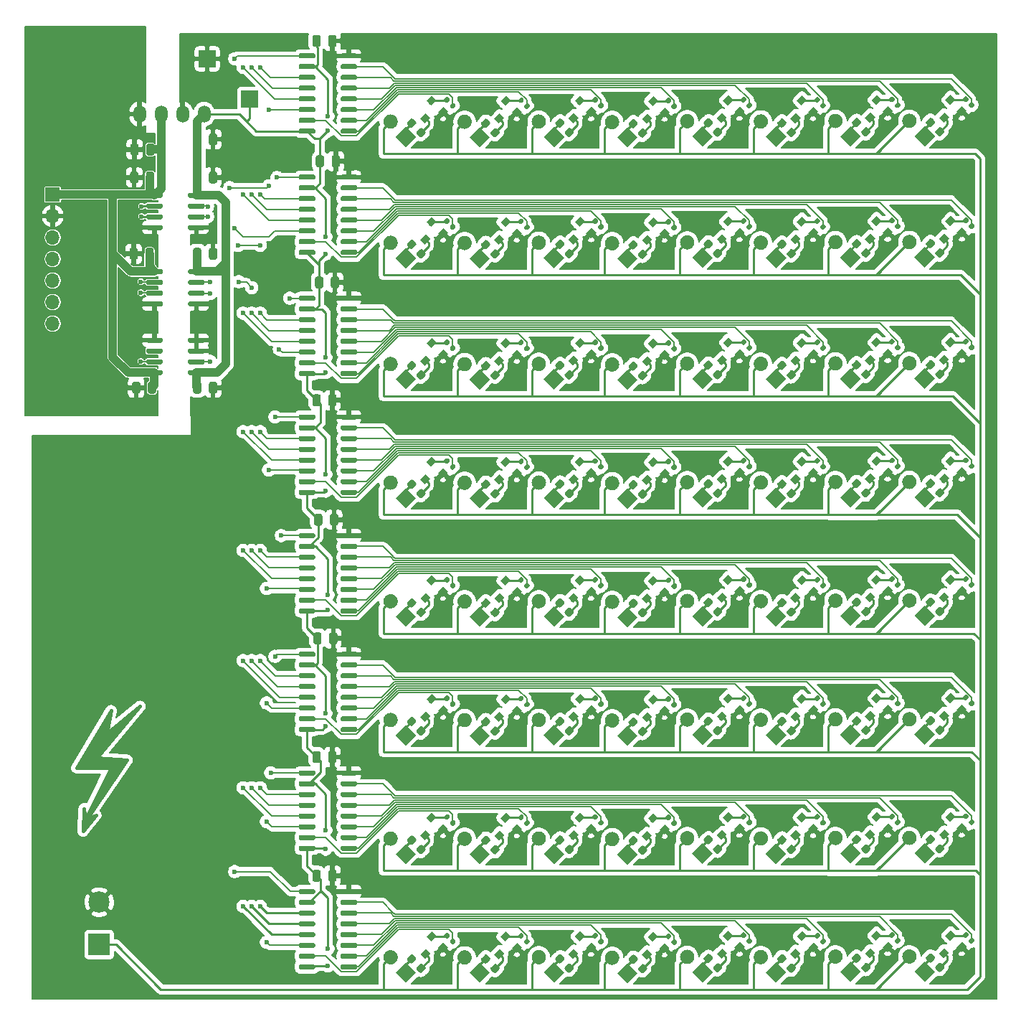
<source format=gtl>
%TF.GenerationSoftware,KiCad,Pcbnew,5.1.6*%
%TF.CreationDate,2020-06-23T23:05:21+02:00*%
%TF.ProjectId,NeonMatrix,4e656f6e-4d61-4747-9269-782e6b696361,rev?*%
%TF.SameCoordinates,Original*%
%TF.FileFunction,Copper,L1,Top*%
%TF.FilePolarity,Positive*%
%FSLAX46Y46*%
G04 Gerber Fmt 4.6, Leading zero omitted, Abs format (unit mm)*
G04 Created by KiCad (PCBNEW 5.1.6) date 2020-06-23 23:05:21*
%MOMM*%
%LPD*%
G01*
G04 APERTURE LIST*
%TA.AperFunction,EtchedComponent*%
%ADD10C,0.381000*%
%TD*%
%TA.AperFunction,ComponentPad*%
%ADD11O,1.700000X1.700000*%
%TD*%
%TA.AperFunction,ComponentPad*%
%ADD12R,1.700000X1.700000*%
%TD*%
%TA.AperFunction,ComponentPad*%
%ADD13C,0.100000*%
%TD*%
%TA.AperFunction,SMDPad,CuDef*%
%ADD14R,2.000000X2.000000*%
%TD*%
%TA.AperFunction,ComponentPad*%
%ADD15O,1.500000X2.000000*%
%TD*%
%TA.AperFunction,ComponentPad*%
%ADD16C,2.500000*%
%TD*%
%TA.AperFunction,ComponentPad*%
%ADD17R,2.500000X2.500000*%
%TD*%
%TA.AperFunction,SMDPad,CuDef*%
%ADD18C,0.100000*%
%TD*%
%TA.AperFunction,ViaPad*%
%ADD19C,0.600000*%
%TD*%
%TA.AperFunction,Conductor*%
%ADD20C,0.250000*%
%TD*%
%TA.AperFunction,Conductor*%
%ADD21C,1.000000*%
%TD*%
%TA.AperFunction,Conductor*%
%ADD22C,0.127000*%
%TD*%
G04 APERTURE END LIST*
D10*
%TO.C,FID2*%
X157881000Y-114547000D02*
X158389000Y-111880000D01*
X161818000Y-111372000D02*
X157881000Y-114547000D01*
X156738000Y-117468000D02*
X161818000Y-111372000D01*
X160294000Y-117722000D02*
X156738000Y-117468000D01*
X155595000Y-124580000D02*
X160294000Y-117722000D01*
X156611000Y-124199000D02*
X155595000Y-124580000D01*
X155087000Y-126104000D02*
X156611000Y-124199000D01*
X155214000Y-123437000D02*
X155087000Y-126104000D01*
X155341000Y-124707000D02*
X155214000Y-123437000D01*
X158389000Y-118611000D02*
X155341000Y-124707000D01*
X154325000Y-118611000D02*
X158389000Y-118611000D01*
X158389000Y-111880000D02*
X154325000Y-118611000D01*
X159532000Y-118357000D02*
X158262000Y-120389000D01*
X158897000Y-118357000D02*
X159532000Y-118357000D01*
X156103000Y-123691000D02*
X158897000Y-118357000D01*
X159405000Y-118103000D02*
X156103000Y-123691000D01*
X156357000Y-118230000D02*
X159405000Y-118103000D01*
X156484000Y-117849000D02*
X156357000Y-118230000D01*
X159913000Y-117849000D02*
X156484000Y-117849000D01*
X159532000Y-118357000D02*
X159913000Y-117849000D01*
X155849000Y-118484000D02*
X159532000Y-118357000D01*
X159024000Y-113785000D02*
X155849000Y-118484000D01*
X156484000Y-116706000D02*
X159024000Y-113785000D01*
X160167000Y-113023000D02*
X156484000Y-116706000D01*
X155468000Y-118357000D02*
X160167000Y-113023000D01*
X157754000Y-114674000D02*
X155468000Y-118357000D01*
X155087000Y-118357000D02*
X157754000Y-114674000D01*
X157881000Y-113912000D02*
X155087000Y-118357000D01*
X154706000Y-118484000D02*
X157881000Y-113912000D01*
X158008000Y-113150000D02*
X154706000Y-118484000D01*
X155595000Y-124326000D02*
X155722000Y-124453000D01*
X155722000Y-124199000D02*
X155595000Y-124326000D01*
X155595000Y-124580000D02*
X155722000Y-124199000D01*
X155214000Y-125469000D02*
X155595000Y-124580000D01*
X155976000Y-124707000D02*
X155214000Y-125469000D01*
X160548000Y-112769000D02*
X157627000Y-115055000D01*
X158008000Y-112642000D02*
X157881000Y-113277000D01*
X156484000Y-117214000D02*
X156738000Y-117849000D01*
%TD*%
%TO.P,C16,2*%
%TO.N,GND*%
%TA.AperFunction,SMDPad,CuDef*%
G36*
G01*
X169950000Y-74236250D02*
X169950000Y-73323750D01*
G75*
G02*
X170193750Y-73080000I243750J0D01*
G01*
X170681250Y-73080000D01*
G75*
G02*
X170925000Y-73323750I0J-243750D01*
G01*
X170925000Y-74236250D01*
G75*
G02*
X170681250Y-74480000I-243750J0D01*
G01*
X170193750Y-74480000D01*
G75*
G02*
X169950000Y-74236250I0J243750D01*
G01*
G37*
%TD.AperFunction*%
%TO.P,C16,1*%
%TO.N,+3V3*%
%TA.AperFunction,SMDPad,CuDef*%
G36*
G01*
X168075000Y-74236250D02*
X168075000Y-73323750D01*
G75*
G02*
X168318750Y-73080000I243750J0D01*
G01*
X168806250Y-73080000D01*
G75*
G02*
X169050000Y-73323750I0J-243750D01*
G01*
X169050000Y-74236250D01*
G75*
G02*
X168806250Y-74480000I-243750J0D01*
G01*
X168318750Y-74480000D01*
G75*
G02*
X168075000Y-74236250I0J243750D01*
G01*
G37*
%TD.AperFunction*%
%TD*%
%TO.P,C15,2*%
%TO.N,/ISO_GND*%
%TA.AperFunction,SMDPad,CuDef*%
G36*
G01*
X161850000Y-73323750D02*
X161850000Y-74236250D01*
G75*
G02*
X161606250Y-74480000I-243750J0D01*
G01*
X161118750Y-74480000D01*
G75*
G02*
X160875000Y-74236250I0J243750D01*
G01*
X160875000Y-73323750D01*
G75*
G02*
X161118750Y-73080000I243750J0D01*
G01*
X161606250Y-73080000D01*
G75*
G02*
X161850000Y-73323750I0J-243750D01*
G01*
G37*
%TD.AperFunction*%
%TO.P,C15,1*%
%TO.N,/ISO_5V*%
%TA.AperFunction,SMDPad,CuDef*%
G36*
G01*
X163725000Y-73323750D02*
X163725000Y-74236250D01*
G75*
G02*
X163481250Y-74480000I-243750J0D01*
G01*
X162993750Y-74480000D01*
G75*
G02*
X162750000Y-74236250I0J243750D01*
G01*
X162750000Y-73323750D01*
G75*
G02*
X162993750Y-73080000I243750J0D01*
G01*
X163481250Y-73080000D01*
G75*
G02*
X163725000Y-73323750I0J-243750D01*
G01*
G37*
%TD.AperFunction*%
%TD*%
%TO.P,U11,8*%
%TO.N,/ISO_5V*%
%TA.AperFunction,SMDPad,CuDef*%
G36*
G01*
X164500000Y-71835000D02*
X164500000Y-72135000D01*
G75*
G02*
X164350000Y-72285000I-150000J0D01*
G01*
X162700000Y-72285000D01*
G75*
G02*
X162550000Y-72135000I0J150000D01*
G01*
X162550000Y-71835000D01*
G75*
G02*
X162700000Y-71685000I150000J0D01*
G01*
X164350000Y-71685000D01*
G75*
G02*
X164500000Y-71835000I0J-150000D01*
G01*
G37*
%TD.AperFunction*%
%TO.P,U11,7*%
%TO.N,/ISO_DATAOUT*%
%TA.AperFunction,SMDPad,CuDef*%
G36*
G01*
X164500000Y-70565000D02*
X164500000Y-70865000D01*
G75*
G02*
X164350000Y-71015000I-150000J0D01*
G01*
X162700000Y-71015000D01*
G75*
G02*
X162550000Y-70865000I0J150000D01*
G01*
X162550000Y-70565000D01*
G75*
G02*
X162700000Y-70415000I150000J0D01*
G01*
X164350000Y-70415000D01*
G75*
G02*
X164500000Y-70565000I0J-150000D01*
G01*
G37*
%TD.AperFunction*%
%TO.P,U11,6*%
%TO.N,Net-(U11-Pad6)*%
%TA.AperFunction,SMDPad,CuDef*%
G36*
G01*
X164500000Y-69295000D02*
X164500000Y-69595000D01*
G75*
G02*
X164350000Y-69745000I-150000J0D01*
G01*
X162700000Y-69745000D01*
G75*
G02*
X162550000Y-69595000I0J150000D01*
G01*
X162550000Y-69295000D01*
G75*
G02*
X162700000Y-69145000I150000J0D01*
G01*
X164350000Y-69145000D01*
G75*
G02*
X164500000Y-69295000I0J-150000D01*
G01*
G37*
%TD.AperFunction*%
%TO.P,U11,5*%
%TO.N,/ISO_GND*%
%TA.AperFunction,SMDPad,CuDef*%
G36*
G01*
X164500000Y-68025000D02*
X164500000Y-68325000D01*
G75*
G02*
X164350000Y-68475000I-150000J0D01*
G01*
X162700000Y-68475000D01*
G75*
G02*
X162550000Y-68325000I0J150000D01*
G01*
X162550000Y-68025000D01*
G75*
G02*
X162700000Y-67875000I150000J0D01*
G01*
X164350000Y-67875000D01*
G75*
G02*
X164500000Y-68025000I0J-150000D01*
G01*
G37*
%TD.AperFunction*%
%TO.P,U11,4*%
%TO.N,GND*%
%TA.AperFunction,SMDPad,CuDef*%
G36*
G01*
X169450000Y-68025000D02*
X169450000Y-68325000D01*
G75*
G02*
X169300000Y-68475000I-150000J0D01*
G01*
X167650000Y-68475000D01*
G75*
G02*
X167500000Y-68325000I0J150000D01*
G01*
X167500000Y-68025000D01*
G75*
G02*
X167650000Y-67875000I150000J0D01*
G01*
X169300000Y-67875000D01*
G75*
G02*
X169450000Y-68025000I0J-150000D01*
G01*
G37*
%TD.AperFunction*%
%TO.P,U11,3*%
%TA.AperFunction,SMDPad,CuDef*%
G36*
G01*
X169450000Y-69295000D02*
X169450000Y-69595000D01*
G75*
G02*
X169300000Y-69745000I-150000J0D01*
G01*
X167650000Y-69745000D01*
G75*
G02*
X167500000Y-69595000I0J150000D01*
G01*
X167500000Y-69295000D01*
G75*
G02*
X167650000Y-69145000I150000J0D01*
G01*
X169300000Y-69145000D01*
G75*
G02*
X169450000Y-69295000I0J-150000D01*
G01*
G37*
%TD.AperFunction*%
%TO.P,U11,2*%
%TO.N,/DATAOUT*%
%TA.AperFunction,SMDPad,CuDef*%
G36*
G01*
X169450000Y-70565000D02*
X169450000Y-70865000D01*
G75*
G02*
X169300000Y-71015000I-150000J0D01*
G01*
X167650000Y-71015000D01*
G75*
G02*
X167500000Y-70865000I0J150000D01*
G01*
X167500000Y-70565000D01*
G75*
G02*
X167650000Y-70415000I150000J0D01*
G01*
X169300000Y-70415000D01*
G75*
G02*
X169450000Y-70565000I0J-150000D01*
G01*
G37*
%TD.AperFunction*%
%TO.P,U11,1*%
%TO.N,+3V3*%
%TA.AperFunction,SMDPad,CuDef*%
G36*
G01*
X169450000Y-71835000D02*
X169450000Y-72135000D01*
G75*
G02*
X169300000Y-72285000I-150000J0D01*
G01*
X167650000Y-72285000D01*
G75*
G02*
X167500000Y-72135000I0J150000D01*
G01*
X167500000Y-71835000D01*
G75*
G02*
X167650000Y-71685000I150000J0D01*
G01*
X169300000Y-71685000D01*
G75*
G02*
X169450000Y-71835000I0J-150000D01*
G01*
G37*
%TD.AperFunction*%
%TD*%
D11*
%TO.P,J2,7*%
%TO.N,/ISO_DATAOUT*%
X151500000Y-66220000D03*
%TO.P,J2,6*%
%TO.N,/ISO_OE*%
X151500000Y-63680000D03*
%TO.P,J2,5*%
%TO.N,/ISO_LATCH*%
X151500000Y-61140000D03*
%TO.P,J2,4*%
%TO.N,/ISO_SCK*%
X151500000Y-58600000D03*
%TO.P,J2,3*%
%TO.N,/ISO_DATAIN*%
X151500000Y-56060000D03*
%TO.P,J2,2*%
%TO.N,/ISO_GND*%
X151500000Y-53520000D03*
D12*
%TO.P,J2,1*%
%TO.N,/ISO_5V*%
X151500000Y-50980000D03*
%TD*%
%TO.P,C14,2*%
%TO.N,/ISO_GND*%
%TA.AperFunction,SMDPad,CuDef*%
G36*
G01*
X161650000Y-45223750D02*
X161650000Y-46136250D01*
G75*
G02*
X161406250Y-46380000I-243750J0D01*
G01*
X160918750Y-46380000D01*
G75*
G02*
X160675000Y-46136250I0J243750D01*
G01*
X160675000Y-45223750D01*
G75*
G02*
X160918750Y-44980000I243750J0D01*
G01*
X161406250Y-44980000D01*
G75*
G02*
X161650000Y-45223750I0J-243750D01*
G01*
G37*
%TD.AperFunction*%
%TO.P,C14,1*%
%TO.N,/ISO_5V*%
%TA.AperFunction,SMDPad,CuDef*%
G36*
G01*
X163525000Y-45223750D02*
X163525000Y-46136250D01*
G75*
G02*
X163281250Y-46380000I-243750J0D01*
G01*
X162793750Y-46380000D01*
G75*
G02*
X162550000Y-46136250I0J243750D01*
G01*
X162550000Y-45223750D01*
G75*
G02*
X162793750Y-44980000I243750J0D01*
G01*
X163281250Y-44980000D01*
G75*
G02*
X163525000Y-45223750I0J-243750D01*
G01*
G37*
%TD.AperFunction*%
%TD*%
%TO.P,NE64,2*%
%TO.N,LINE*%
%TA.AperFunction,ComponentPad*%
G36*
G01*
X252063247Y-141494428D02*
X252063247Y-141494428D01*
G75*
G02*
X252063247Y-140292346I601041J601041D01*
G01*
X252063247Y-140292346D01*
G75*
G02*
X253265329Y-140292346I601041J-601041D01*
G01*
X253265329Y-140292346D01*
G75*
G02*
X253265329Y-141494428I-601041J-601041D01*
G01*
X253265329Y-141494428D01*
G75*
G02*
X252063247Y-141494428I-601041J601041D01*
G01*
G37*
%TD.AperFunction*%
%TA.AperFunction,ComponentPad*%
D13*
%TO.P,NE64,1*%
%TO.N,Net-(NE64-Pad1)*%
G36*
X254460339Y-143891520D02*
G01*
X253258257Y-142689438D01*
X254460339Y-141487356D01*
X255662421Y-142689438D01*
X254460339Y-143891520D01*
G37*
%TD.AperFunction*%
%TD*%
%TO.P,NE63,2*%
%TO.N,LINE*%
%TA.AperFunction,ComponentPad*%
G36*
G01*
X243332667Y-141506560D02*
X243332667Y-141506560D01*
G75*
G02*
X243332667Y-140304478I601041J601041D01*
G01*
X243332667Y-140304478D01*
G75*
G02*
X244534749Y-140304478I601041J-601041D01*
G01*
X244534749Y-140304478D01*
G75*
G02*
X244534749Y-141506560I-601041J-601041D01*
G01*
X244534749Y-141506560D01*
G75*
G02*
X243332667Y-141506560I-601041J601041D01*
G01*
G37*
%TD.AperFunction*%
%TA.AperFunction,ComponentPad*%
%TO.P,NE63,1*%
%TO.N,Net-(NE63-Pad1)*%
G36*
X245729759Y-143903652D02*
G01*
X244527677Y-142701570D01*
X245729759Y-141499488D01*
X246931841Y-142701570D01*
X245729759Y-143903652D01*
G37*
%TD.AperFunction*%
%TD*%
%TO.P,NE62,2*%
%TO.N,LINE*%
%TA.AperFunction,ComponentPad*%
G36*
G01*
X234519780Y-141567113D02*
X234519780Y-141567113D01*
G75*
G02*
X234519780Y-140365031I601041J601041D01*
G01*
X234519780Y-140365031D01*
G75*
G02*
X235721862Y-140365031I601041J-601041D01*
G01*
X235721862Y-140365031D01*
G75*
G02*
X235721862Y-141567113I-601041J-601041D01*
G01*
X235721862Y-141567113D01*
G75*
G02*
X234519780Y-141567113I-601041J601041D01*
G01*
G37*
%TD.AperFunction*%
%TA.AperFunction,ComponentPad*%
%TO.P,NE62,1*%
%TO.N,Net-(NE62-Pad1)*%
G36*
X236916872Y-143964205D02*
G01*
X235714790Y-142762123D01*
X236916872Y-141560041D01*
X238118954Y-142762123D01*
X236916872Y-143964205D01*
G37*
%TD.AperFunction*%
%TD*%
%TO.P,NE61,2*%
%TO.N,LINE*%
%TA.AperFunction,ComponentPad*%
G36*
G01*
X225827029Y-141537753D02*
X225827029Y-141537753D01*
G75*
G02*
X225827029Y-140335671I601041J601041D01*
G01*
X225827029Y-140335671D01*
G75*
G02*
X227029111Y-140335671I601041J-601041D01*
G01*
X227029111Y-140335671D01*
G75*
G02*
X227029111Y-141537753I-601041J-601041D01*
G01*
X227029111Y-141537753D01*
G75*
G02*
X225827029Y-141537753I-601041J601041D01*
G01*
G37*
%TD.AperFunction*%
%TA.AperFunction,ComponentPad*%
%TO.P,NE61,1*%
%TO.N,Net-(NE61-Pad1)*%
G36*
X228224121Y-143934845D02*
G01*
X227022039Y-142732763D01*
X228224121Y-141530681D01*
X229426203Y-142732763D01*
X228224121Y-143934845D01*
G37*
%TD.AperFunction*%
%TD*%
%TO.P,NE60,2*%
%TO.N,LINE*%
%TA.AperFunction,ComponentPad*%
G36*
G01*
X216960160Y-141645972D02*
X216960160Y-141645972D01*
G75*
G02*
X216960160Y-140443890I601041J601041D01*
G01*
X216960160Y-140443890D01*
G75*
G02*
X218162242Y-140443890I601041J-601041D01*
G01*
X218162242Y-140443890D01*
G75*
G02*
X218162242Y-141645972I-601041J-601041D01*
G01*
X218162242Y-141645972D01*
G75*
G02*
X216960160Y-141645972I-601041J601041D01*
G01*
G37*
%TD.AperFunction*%
%TA.AperFunction,ComponentPad*%
%TO.P,NE60,1*%
%TO.N,Net-(NE60-Pad1)*%
G36*
X219357252Y-144043064D02*
G01*
X218155170Y-142840982D01*
X219357252Y-141638900D01*
X220559334Y-142840982D01*
X219357252Y-144043064D01*
G37*
%TD.AperFunction*%
%TD*%
%TO.P,NE59,2*%
%TO.N,LINE*%
%TA.AperFunction,ComponentPad*%
G36*
G01*
X208303627Y-141576230D02*
X208303627Y-141576230D01*
G75*
G02*
X208303627Y-140374148I601041J601041D01*
G01*
X208303627Y-140374148D01*
G75*
G02*
X209505709Y-140374148I601041J-601041D01*
G01*
X209505709Y-140374148D01*
G75*
G02*
X209505709Y-141576230I-601041J-601041D01*
G01*
X209505709Y-141576230D01*
G75*
G02*
X208303627Y-141576230I-601041J601041D01*
G01*
G37*
%TD.AperFunction*%
%TA.AperFunction,ComponentPad*%
%TO.P,NE59,1*%
%TO.N,Net-(NE59-Pad1)*%
G36*
X210700719Y-143973322D02*
G01*
X209498637Y-142771240D01*
X210700719Y-141569158D01*
X211902801Y-142771240D01*
X210700719Y-143973322D01*
G37*
%TD.AperFunction*%
%TD*%
%TO.P,NE58,2*%
%TO.N,LINE*%
%TA.AperFunction,ComponentPad*%
G36*
G01*
X199542069Y-141603545D02*
X199542069Y-141603545D01*
G75*
G02*
X199542069Y-140401463I601041J601041D01*
G01*
X199542069Y-140401463D01*
G75*
G02*
X200744151Y-140401463I601041J-601041D01*
G01*
X200744151Y-140401463D01*
G75*
G02*
X200744151Y-141603545I-601041J-601041D01*
G01*
X200744151Y-141603545D01*
G75*
G02*
X199542069Y-141603545I-601041J601041D01*
G01*
G37*
%TD.AperFunction*%
%TA.AperFunction,ComponentPad*%
%TO.P,NE58,1*%
%TO.N,Net-(NE58-Pad1)*%
G36*
X201939161Y-144000637D02*
G01*
X200737079Y-142798555D01*
X201939161Y-141596473D01*
X203141243Y-142798555D01*
X201939161Y-144000637D01*
G37*
%TD.AperFunction*%
%TD*%
%TO.P,NE57,2*%
%TO.N,LINE*%
%TA.AperFunction,ComponentPad*%
G36*
G01*
X190802908Y-141584990D02*
X190802908Y-141584990D01*
G75*
G02*
X190802908Y-140382908I601041J601041D01*
G01*
X190802908Y-140382908D01*
G75*
G02*
X192004990Y-140382908I601041J-601041D01*
G01*
X192004990Y-140382908D01*
G75*
G02*
X192004990Y-141584990I-601041J-601041D01*
G01*
X192004990Y-141584990D01*
G75*
G02*
X190802908Y-141584990I-601041J601041D01*
G01*
G37*
%TD.AperFunction*%
%TA.AperFunction,ComponentPad*%
%TO.P,NE57,1*%
%TO.N,Net-(NE57-Pad1)*%
G36*
X193200000Y-143982082D02*
G01*
X191997918Y-142780000D01*
X193200000Y-141577918D01*
X194402082Y-142780000D01*
X193200000Y-143982082D01*
G37*
%TD.AperFunction*%
%TD*%
%TO.P,NE56,2*%
%TO.N,LINE*%
%TA.AperFunction,ComponentPad*%
G36*
G01*
X252063247Y-127494428D02*
X252063247Y-127494428D01*
G75*
G02*
X252063247Y-126292346I601041J601041D01*
G01*
X252063247Y-126292346D01*
G75*
G02*
X253265329Y-126292346I601041J-601041D01*
G01*
X253265329Y-126292346D01*
G75*
G02*
X253265329Y-127494428I-601041J-601041D01*
G01*
X253265329Y-127494428D01*
G75*
G02*
X252063247Y-127494428I-601041J601041D01*
G01*
G37*
%TD.AperFunction*%
%TA.AperFunction,ComponentPad*%
%TO.P,NE56,1*%
%TO.N,Net-(NE56-Pad1)*%
G36*
X254460339Y-129891520D02*
G01*
X253258257Y-128689438D01*
X254460339Y-127487356D01*
X255662421Y-128689438D01*
X254460339Y-129891520D01*
G37*
%TD.AperFunction*%
%TD*%
%TO.P,NE55,2*%
%TO.N,LINE*%
%TA.AperFunction,ComponentPad*%
G36*
G01*
X243332667Y-127506560D02*
X243332667Y-127506560D01*
G75*
G02*
X243332667Y-126304478I601041J601041D01*
G01*
X243332667Y-126304478D01*
G75*
G02*
X244534749Y-126304478I601041J-601041D01*
G01*
X244534749Y-126304478D01*
G75*
G02*
X244534749Y-127506560I-601041J-601041D01*
G01*
X244534749Y-127506560D01*
G75*
G02*
X243332667Y-127506560I-601041J601041D01*
G01*
G37*
%TD.AperFunction*%
%TA.AperFunction,ComponentPad*%
%TO.P,NE55,1*%
%TO.N,Net-(NE55-Pad1)*%
G36*
X245729759Y-129903652D02*
G01*
X244527677Y-128701570D01*
X245729759Y-127499488D01*
X246931841Y-128701570D01*
X245729759Y-129903652D01*
G37*
%TD.AperFunction*%
%TD*%
%TO.P,NE54,2*%
%TO.N,LINE*%
%TA.AperFunction,ComponentPad*%
G36*
G01*
X234519780Y-127567113D02*
X234519780Y-127567113D01*
G75*
G02*
X234519780Y-126365031I601041J601041D01*
G01*
X234519780Y-126365031D01*
G75*
G02*
X235721862Y-126365031I601041J-601041D01*
G01*
X235721862Y-126365031D01*
G75*
G02*
X235721862Y-127567113I-601041J-601041D01*
G01*
X235721862Y-127567113D01*
G75*
G02*
X234519780Y-127567113I-601041J601041D01*
G01*
G37*
%TD.AperFunction*%
%TA.AperFunction,ComponentPad*%
%TO.P,NE54,1*%
%TO.N,Net-(NE54-Pad1)*%
G36*
X236916872Y-129964205D02*
G01*
X235714790Y-128762123D01*
X236916872Y-127560041D01*
X238118954Y-128762123D01*
X236916872Y-129964205D01*
G37*
%TD.AperFunction*%
%TD*%
%TO.P,NE53,2*%
%TO.N,LINE*%
%TA.AperFunction,ComponentPad*%
G36*
G01*
X225827029Y-127537753D02*
X225827029Y-127537753D01*
G75*
G02*
X225827029Y-126335671I601041J601041D01*
G01*
X225827029Y-126335671D01*
G75*
G02*
X227029111Y-126335671I601041J-601041D01*
G01*
X227029111Y-126335671D01*
G75*
G02*
X227029111Y-127537753I-601041J-601041D01*
G01*
X227029111Y-127537753D01*
G75*
G02*
X225827029Y-127537753I-601041J601041D01*
G01*
G37*
%TD.AperFunction*%
%TA.AperFunction,ComponentPad*%
%TO.P,NE53,1*%
%TO.N,Net-(NE53-Pad1)*%
G36*
X228224121Y-129934845D02*
G01*
X227022039Y-128732763D01*
X228224121Y-127530681D01*
X229426203Y-128732763D01*
X228224121Y-129934845D01*
G37*
%TD.AperFunction*%
%TD*%
%TO.P,NE52,2*%
%TO.N,LINE*%
%TA.AperFunction,ComponentPad*%
G36*
G01*
X216960160Y-127645972D02*
X216960160Y-127645972D01*
G75*
G02*
X216960160Y-126443890I601041J601041D01*
G01*
X216960160Y-126443890D01*
G75*
G02*
X218162242Y-126443890I601041J-601041D01*
G01*
X218162242Y-126443890D01*
G75*
G02*
X218162242Y-127645972I-601041J-601041D01*
G01*
X218162242Y-127645972D01*
G75*
G02*
X216960160Y-127645972I-601041J601041D01*
G01*
G37*
%TD.AperFunction*%
%TA.AperFunction,ComponentPad*%
%TO.P,NE52,1*%
%TO.N,Net-(NE52-Pad1)*%
G36*
X219357252Y-130043064D02*
G01*
X218155170Y-128840982D01*
X219357252Y-127638900D01*
X220559334Y-128840982D01*
X219357252Y-130043064D01*
G37*
%TD.AperFunction*%
%TD*%
%TO.P,NE51,2*%
%TO.N,LINE*%
%TA.AperFunction,ComponentPad*%
G36*
G01*
X208303627Y-127576230D02*
X208303627Y-127576230D01*
G75*
G02*
X208303627Y-126374148I601041J601041D01*
G01*
X208303627Y-126374148D01*
G75*
G02*
X209505709Y-126374148I601041J-601041D01*
G01*
X209505709Y-126374148D01*
G75*
G02*
X209505709Y-127576230I-601041J-601041D01*
G01*
X209505709Y-127576230D01*
G75*
G02*
X208303627Y-127576230I-601041J601041D01*
G01*
G37*
%TD.AperFunction*%
%TA.AperFunction,ComponentPad*%
%TO.P,NE51,1*%
%TO.N,Net-(NE51-Pad1)*%
G36*
X210700719Y-129973322D02*
G01*
X209498637Y-128771240D01*
X210700719Y-127569158D01*
X211902801Y-128771240D01*
X210700719Y-129973322D01*
G37*
%TD.AperFunction*%
%TD*%
%TO.P,NE50,2*%
%TO.N,LINE*%
%TA.AperFunction,ComponentPad*%
G36*
G01*
X199542069Y-127603545D02*
X199542069Y-127603545D01*
G75*
G02*
X199542069Y-126401463I601041J601041D01*
G01*
X199542069Y-126401463D01*
G75*
G02*
X200744151Y-126401463I601041J-601041D01*
G01*
X200744151Y-126401463D01*
G75*
G02*
X200744151Y-127603545I-601041J-601041D01*
G01*
X200744151Y-127603545D01*
G75*
G02*
X199542069Y-127603545I-601041J601041D01*
G01*
G37*
%TD.AperFunction*%
%TA.AperFunction,ComponentPad*%
%TO.P,NE50,1*%
%TO.N,Net-(NE50-Pad1)*%
G36*
X201939161Y-130000637D02*
G01*
X200737079Y-128798555D01*
X201939161Y-127596473D01*
X203141243Y-128798555D01*
X201939161Y-130000637D01*
G37*
%TD.AperFunction*%
%TD*%
%TO.P,NE49,2*%
%TO.N,LINE*%
%TA.AperFunction,ComponentPad*%
G36*
G01*
X190802908Y-127584990D02*
X190802908Y-127584990D01*
G75*
G02*
X190802908Y-126382908I601041J601041D01*
G01*
X190802908Y-126382908D01*
G75*
G02*
X192004990Y-126382908I601041J-601041D01*
G01*
X192004990Y-126382908D01*
G75*
G02*
X192004990Y-127584990I-601041J-601041D01*
G01*
X192004990Y-127584990D01*
G75*
G02*
X190802908Y-127584990I-601041J601041D01*
G01*
G37*
%TD.AperFunction*%
%TA.AperFunction,ComponentPad*%
%TO.P,NE49,1*%
%TO.N,Net-(NE49-Pad1)*%
G36*
X193200000Y-129982082D02*
G01*
X191997918Y-128780000D01*
X193200000Y-127577918D01*
X194402082Y-128780000D01*
X193200000Y-129982082D01*
G37*
%TD.AperFunction*%
%TD*%
%TO.P,NE48,2*%
%TO.N,LINE*%
%TA.AperFunction,ComponentPad*%
G36*
G01*
X252063247Y-113494428D02*
X252063247Y-113494428D01*
G75*
G02*
X252063247Y-112292346I601041J601041D01*
G01*
X252063247Y-112292346D01*
G75*
G02*
X253265329Y-112292346I601041J-601041D01*
G01*
X253265329Y-112292346D01*
G75*
G02*
X253265329Y-113494428I-601041J-601041D01*
G01*
X253265329Y-113494428D01*
G75*
G02*
X252063247Y-113494428I-601041J601041D01*
G01*
G37*
%TD.AperFunction*%
%TA.AperFunction,ComponentPad*%
%TO.P,NE48,1*%
%TO.N,Net-(NE48-Pad1)*%
G36*
X254460339Y-115891520D02*
G01*
X253258257Y-114689438D01*
X254460339Y-113487356D01*
X255662421Y-114689438D01*
X254460339Y-115891520D01*
G37*
%TD.AperFunction*%
%TD*%
%TO.P,NE47,2*%
%TO.N,LINE*%
%TA.AperFunction,ComponentPad*%
G36*
G01*
X243332667Y-113506560D02*
X243332667Y-113506560D01*
G75*
G02*
X243332667Y-112304478I601041J601041D01*
G01*
X243332667Y-112304478D01*
G75*
G02*
X244534749Y-112304478I601041J-601041D01*
G01*
X244534749Y-112304478D01*
G75*
G02*
X244534749Y-113506560I-601041J-601041D01*
G01*
X244534749Y-113506560D01*
G75*
G02*
X243332667Y-113506560I-601041J601041D01*
G01*
G37*
%TD.AperFunction*%
%TA.AperFunction,ComponentPad*%
%TO.P,NE47,1*%
%TO.N,Net-(NE47-Pad1)*%
G36*
X245729759Y-115903652D02*
G01*
X244527677Y-114701570D01*
X245729759Y-113499488D01*
X246931841Y-114701570D01*
X245729759Y-115903652D01*
G37*
%TD.AperFunction*%
%TD*%
%TO.P,NE46,2*%
%TO.N,LINE*%
%TA.AperFunction,ComponentPad*%
G36*
G01*
X234519780Y-113567113D02*
X234519780Y-113567113D01*
G75*
G02*
X234519780Y-112365031I601041J601041D01*
G01*
X234519780Y-112365031D01*
G75*
G02*
X235721862Y-112365031I601041J-601041D01*
G01*
X235721862Y-112365031D01*
G75*
G02*
X235721862Y-113567113I-601041J-601041D01*
G01*
X235721862Y-113567113D01*
G75*
G02*
X234519780Y-113567113I-601041J601041D01*
G01*
G37*
%TD.AperFunction*%
%TA.AperFunction,ComponentPad*%
%TO.P,NE46,1*%
%TO.N,Net-(NE46-Pad1)*%
G36*
X236916872Y-115964205D02*
G01*
X235714790Y-114762123D01*
X236916872Y-113560041D01*
X238118954Y-114762123D01*
X236916872Y-115964205D01*
G37*
%TD.AperFunction*%
%TD*%
%TO.P,NE45,2*%
%TO.N,LINE*%
%TA.AperFunction,ComponentPad*%
G36*
G01*
X225827029Y-113537753D02*
X225827029Y-113537753D01*
G75*
G02*
X225827029Y-112335671I601041J601041D01*
G01*
X225827029Y-112335671D01*
G75*
G02*
X227029111Y-112335671I601041J-601041D01*
G01*
X227029111Y-112335671D01*
G75*
G02*
X227029111Y-113537753I-601041J-601041D01*
G01*
X227029111Y-113537753D01*
G75*
G02*
X225827029Y-113537753I-601041J601041D01*
G01*
G37*
%TD.AperFunction*%
%TA.AperFunction,ComponentPad*%
%TO.P,NE45,1*%
%TO.N,Net-(NE45-Pad1)*%
G36*
X228224121Y-115934845D02*
G01*
X227022039Y-114732763D01*
X228224121Y-113530681D01*
X229426203Y-114732763D01*
X228224121Y-115934845D01*
G37*
%TD.AperFunction*%
%TD*%
%TO.P,NE44,2*%
%TO.N,LINE*%
%TA.AperFunction,ComponentPad*%
G36*
G01*
X216960160Y-113645972D02*
X216960160Y-113645972D01*
G75*
G02*
X216960160Y-112443890I601041J601041D01*
G01*
X216960160Y-112443890D01*
G75*
G02*
X218162242Y-112443890I601041J-601041D01*
G01*
X218162242Y-112443890D01*
G75*
G02*
X218162242Y-113645972I-601041J-601041D01*
G01*
X218162242Y-113645972D01*
G75*
G02*
X216960160Y-113645972I-601041J601041D01*
G01*
G37*
%TD.AperFunction*%
%TA.AperFunction,ComponentPad*%
%TO.P,NE44,1*%
%TO.N,Net-(NE44-Pad1)*%
G36*
X219357252Y-116043064D02*
G01*
X218155170Y-114840982D01*
X219357252Y-113638900D01*
X220559334Y-114840982D01*
X219357252Y-116043064D01*
G37*
%TD.AperFunction*%
%TD*%
%TO.P,NE43,2*%
%TO.N,LINE*%
%TA.AperFunction,ComponentPad*%
G36*
G01*
X208303627Y-113576230D02*
X208303627Y-113576230D01*
G75*
G02*
X208303627Y-112374148I601041J601041D01*
G01*
X208303627Y-112374148D01*
G75*
G02*
X209505709Y-112374148I601041J-601041D01*
G01*
X209505709Y-112374148D01*
G75*
G02*
X209505709Y-113576230I-601041J-601041D01*
G01*
X209505709Y-113576230D01*
G75*
G02*
X208303627Y-113576230I-601041J601041D01*
G01*
G37*
%TD.AperFunction*%
%TA.AperFunction,ComponentPad*%
%TO.P,NE43,1*%
%TO.N,Net-(NE43-Pad1)*%
G36*
X210700719Y-115973322D02*
G01*
X209498637Y-114771240D01*
X210700719Y-113569158D01*
X211902801Y-114771240D01*
X210700719Y-115973322D01*
G37*
%TD.AperFunction*%
%TD*%
%TO.P,NE42,2*%
%TO.N,LINE*%
%TA.AperFunction,ComponentPad*%
G36*
G01*
X199542069Y-113603545D02*
X199542069Y-113603545D01*
G75*
G02*
X199542069Y-112401463I601041J601041D01*
G01*
X199542069Y-112401463D01*
G75*
G02*
X200744151Y-112401463I601041J-601041D01*
G01*
X200744151Y-112401463D01*
G75*
G02*
X200744151Y-113603545I-601041J-601041D01*
G01*
X200744151Y-113603545D01*
G75*
G02*
X199542069Y-113603545I-601041J601041D01*
G01*
G37*
%TD.AperFunction*%
%TA.AperFunction,ComponentPad*%
%TO.P,NE42,1*%
%TO.N,Net-(NE42-Pad1)*%
G36*
X201939161Y-116000637D02*
G01*
X200737079Y-114798555D01*
X201939161Y-113596473D01*
X203141243Y-114798555D01*
X201939161Y-116000637D01*
G37*
%TD.AperFunction*%
%TD*%
%TO.P,NE41,2*%
%TO.N,LINE*%
%TA.AperFunction,ComponentPad*%
G36*
G01*
X190802908Y-113584990D02*
X190802908Y-113584990D01*
G75*
G02*
X190802908Y-112382908I601041J601041D01*
G01*
X190802908Y-112382908D01*
G75*
G02*
X192004990Y-112382908I601041J-601041D01*
G01*
X192004990Y-112382908D01*
G75*
G02*
X192004990Y-113584990I-601041J-601041D01*
G01*
X192004990Y-113584990D01*
G75*
G02*
X190802908Y-113584990I-601041J601041D01*
G01*
G37*
%TD.AperFunction*%
%TA.AperFunction,ComponentPad*%
%TO.P,NE41,1*%
%TO.N,Net-(NE41-Pad1)*%
G36*
X193200000Y-115982082D02*
G01*
X191997918Y-114780000D01*
X193200000Y-113577918D01*
X194402082Y-114780000D01*
X193200000Y-115982082D01*
G37*
%TD.AperFunction*%
%TD*%
%TO.P,NE40,2*%
%TO.N,LINE*%
%TA.AperFunction,ComponentPad*%
G36*
G01*
X252063247Y-99494428D02*
X252063247Y-99494428D01*
G75*
G02*
X252063247Y-98292346I601041J601041D01*
G01*
X252063247Y-98292346D01*
G75*
G02*
X253265329Y-98292346I601041J-601041D01*
G01*
X253265329Y-98292346D01*
G75*
G02*
X253265329Y-99494428I-601041J-601041D01*
G01*
X253265329Y-99494428D01*
G75*
G02*
X252063247Y-99494428I-601041J601041D01*
G01*
G37*
%TD.AperFunction*%
%TA.AperFunction,ComponentPad*%
%TO.P,NE40,1*%
%TO.N,Net-(NE40-Pad1)*%
G36*
X254460339Y-101891520D02*
G01*
X253258257Y-100689438D01*
X254460339Y-99487356D01*
X255662421Y-100689438D01*
X254460339Y-101891520D01*
G37*
%TD.AperFunction*%
%TD*%
%TO.P,NE39,2*%
%TO.N,LINE*%
%TA.AperFunction,ComponentPad*%
G36*
G01*
X243332667Y-99506560D02*
X243332667Y-99506560D01*
G75*
G02*
X243332667Y-98304478I601041J601041D01*
G01*
X243332667Y-98304478D01*
G75*
G02*
X244534749Y-98304478I601041J-601041D01*
G01*
X244534749Y-98304478D01*
G75*
G02*
X244534749Y-99506560I-601041J-601041D01*
G01*
X244534749Y-99506560D01*
G75*
G02*
X243332667Y-99506560I-601041J601041D01*
G01*
G37*
%TD.AperFunction*%
%TA.AperFunction,ComponentPad*%
%TO.P,NE39,1*%
%TO.N,Net-(NE39-Pad1)*%
G36*
X245729759Y-101903652D02*
G01*
X244527677Y-100701570D01*
X245729759Y-99499488D01*
X246931841Y-100701570D01*
X245729759Y-101903652D01*
G37*
%TD.AperFunction*%
%TD*%
%TO.P,NE38,2*%
%TO.N,LINE*%
%TA.AperFunction,ComponentPad*%
G36*
G01*
X234519780Y-99567113D02*
X234519780Y-99567113D01*
G75*
G02*
X234519780Y-98365031I601041J601041D01*
G01*
X234519780Y-98365031D01*
G75*
G02*
X235721862Y-98365031I601041J-601041D01*
G01*
X235721862Y-98365031D01*
G75*
G02*
X235721862Y-99567113I-601041J-601041D01*
G01*
X235721862Y-99567113D01*
G75*
G02*
X234519780Y-99567113I-601041J601041D01*
G01*
G37*
%TD.AperFunction*%
%TA.AperFunction,ComponentPad*%
%TO.P,NE38,1*%
%TO.N,Net-(NE38-Pad1)*%
G36*
X236916872Y-101964205D02*
G01*
X235714790Y-100762123D01*
X236916872Y-99560041D01*
X238118954Y-100762123D01*
X236916872Y-101964205D01*
G37*
%TD.AperFunction*%
%TD*%
%TO.P,NE37,2*%
%TO.N,LINE*%
%TA.AperFunction,ComponentPad*%
G36*
G01*
X225827029Y-99537753D02*
X225827029Y-99537753D01*
G75*
G02*
X225827029Y-98335671I601041J601041D01*
G01*
X225827029Y-98335671D01*
G75*
G02*
X227029111Y-98335671I601041J-601041D01*
G01*
X227029111Y-98335671D01*
G75*
G02*
X227029111Y-99537753I-601041J-601041D01*
G01*
X227029111Y-99537753D01*
G75*
G02*
X225827029Y-99537753I-601041J601041D01*
G01*
G37*
%TD.AperFunction*%
%TA.AperFunction,ComponentPad*%
%TO.P,NE37,1*%
%TO.N,Net-(NE37-Pad1)*%
G36*
X228224121Y-101934845D02*
G01*
X227022039Y-100732763D01*
X228224121Y-99530681D01*
X229426203Y-100732763D01*
X228224121Y-101934845D01*
G37*
%TD.AperFunction*%
%TD*%
%TO.P,NE36,2*%
%TO.N,LINE*%
%TA.AperFunction,ComponentPad*%
G36*
G01*
X216960160Y-99645972D02*
X216960160Y-99645972D01*
G75*
G02*
X216960160Y-98443890I601041J601041D01*
G01*
X216960160Y-98443890D01*
G75*
G02*
X218162242Y-98443890I601041J-601041D01*
G01*
X218162242Y-98443890D01*
G75*
G02*
X218162242Y-99645972I-601041J-601041D01*
G01*
X218162242Y-99645972D01*
G75*
G02*
X216960160Y-99645972I-601041J601041D01*
G01*
G37*
%TD.AperFunction*%
%TA.AperFunction,ComponentPad*%
%TO.P,NE36,1*%
%TO.N,Net-(NE36-Pad1)*%
G36*
X219357252Y-102043064D02*
G01*
X218155170Y-100840982D01*
X219357252Y-99638900D01*
X220559334Y-100840982D01*
X219357252Y-102043064D01*
G37*
%TD.AperFunction*%
%TD*%
%TO.P,NE35,2*%
%TO.N,LINE*%
%TA.AperFunction,ComponentPad*%
G36*
G01*
X208303627Y-99576230D02*
X208303627Y-99576230D01*
G75*
G02*
X208303627Y-98374148I601041J601041D01*
G01*
X208303627Y-98374148D01*
G75*
G02*
X209505709Y-98374148I601041J-601041D01*
G01*
X209505709Y-98374148D01*
G75*
G02*
X209505709Y-99576230I-601041J-601041D01*
G01*
X209505709Y-99576230D01*
G75*
G02*
X208303627Y-99576230I-601041J601041D01*
G01*
G37*
%TD.AperFunction*%
%TA.AperFunction,ComponentPad*%
%TO.P,NE35,1*%
%TO.N,Net-(NE35-Pad1)*%
G36*
X210700719Y-101973322D02*
G01*
X209498637Y-100771240D01*
X210700719Y-99569158D01*
X211902801Y-100771240D01*
X210700719Y-101973322D01*
G37*
%TD.AperFunction*%
%TD*%
%TO.P,NE34,2*%
%TO.N,LINE*%
%TA.AperFunction,ComponentPad*%
G36*
G01*
X199542069Y-99603545D02*
X199542069Y-99603545D01*
G75*
G02*
X199542069Y-98401463I601041J601041D01*
G01*
X199542069Y-98401463D01*
G75*
G02*
X200744151Y-98401463I601041J-601041D01*
G01*
X200744151Y-98401463D01*
G75*
G02*
X200744151Y-99603545I-601041J-601041D01*
G01*
X200744151Y-99603545D01*
G75*
G02*
X199542069Y-99603545I-601041J601041D01*
G01*
G37*
%TD.AperFunction*%
%TA.AperFunction,ComponentPad*%
%TO.P,NE34,1*%
%TO.N,Net-(NE34-Pad1)*%
G36*
X201939161Y-102000637D02*
G01*
X200737079Y-100798555D01*
X201939161Y-99596473D01*
X203141243Y-100798555D01*
X201939161Y-102000637D01*
G37*
%TD.AperFunction*%
%TD*%
%TO.P,NE33,2*%
%TO.N,LINE*%
%TA.AperFunction,ComponentPad*%
G36*
G01*
X190802908Y-99584990D02*
X190802908Y-99584990D01*
G75*
G02*
X190802908Y-98382908I601041J601041D01*
G01*
X190802908Y-98382908D01*
G75*
G02*
X192004990Y-98382908I601041J-601041D01*
G01*
X192004990Y-98382908D01*
G75*
G02*
X192004990Y-99584990I-601041J-601041D01*
G01*
X192004990Y-99584990D01*
G75*
G02*
X190802908Y-99584990I-601041J601041D01*
G01*
G37*
%TD.AperFunction*%
%TA.AperFunction,ComponentPad*%
%TO.P,NE33,1*%
%TO.N,Net-(NE33-Pad1)*%
G36*
X193200000Y-101982082D02*
G01*
X191997918Y-100780000D01*
X193200000Y-99577918D01*
X194402082Y-100780000D01*
X193200000Y-101982082D01*
G37*
%TD.AperFunction*%
%TD*%
%TO.P,NE32,2*%
%TO.N,LINE*%
%TA.AperFunction,ComponentPad*%
G36*
G01*
X252063247Y-85494428D02*
X252063247Y-85494428D01*
G75*
G02*
X252063247Y-84292346I601041J601041D01*
G01*
X252063247Y-84292346D01*
G75*
G02*
X253265329Y-84292346I601041J-601041D01*
G01*
X253265329Y-84292346D01*
G75*
G02*
X253265329Y-85494428I-601041J-601041D01*
G01*
X253265329Y-85494428D01*
G75*
G02*
X252063247Y-85494428I-601041J601041D01*
G01*
G37*
%TD.AperFunction*%
%TA.AperFunction,ComponentPad*%
%TO.P,NE32,1*%
%TO.N,Net-(NE32-Pad1)*%
G36*
X254460339Y-87891520D02*
G01*
X253258257Y-86689438D01*
X254460339Y-85487356D01*
X255662421Y-86689438D01*
X254460339Y-87891520D01*
G37*
%TD.AperFunction*%
%TD*%
%TO.P,NE31,2*%
%TO.N,LINE*%
%TA.AperFunction,ComponentPad*%
G36*
G01*
X243332667Y-85506560D02*
X243332667Y-85506560D01*
G75*
G02*
X243332667Y-84304478I601041J601041D01*
G01*
X243332667Y-84304478D01*
G75*
G02*
X244534749Y-84304478I601041J-601041D01*
G01*
X244534749Y-84304478D01*
G75*
G02*
X244534749Y-85506560I-601041J-601041D01*
G01*
X244534749Y-85506560D01*
G75*
G02*
X243332667Y-85506560I-601041J601041D01*
G01*
G37*
%TD.AperFunction*%
%TA.AperFunction,ComponentPad*%
%TO.P,NE31,1*%
%TO.N,Net-(NE31-Pad1)*%
G36*
X245729759Y-87903652D02*
G01*
X244527677Y-86701570D01*
X245729759Y-85499488D01*
X246931841Y-86701570D01*
X245729759Y-87903652D01*
G37*
%TD.AperFunction*%
%TD*%
%TO.P,NE30,2*%
%TO.N,LINE*%
%TA.AperFunction,ComponentPad*%
G36*
G01*
X234519780Y-85567113D02*
X234519780Y-85567113D01*
G75*
G02*
X234519780Y-84365031I601041J601041D01*
G01*
X234519780Y-84365031D01*
G75*
G02*
X235721862Y-84365031I601041J-601041D01*
G01*
X235721862Y-84365031D01*
G75*
G02*
X235721862Y-85567113I-601041J-601041D01*
G01*
X235721862Y-85567113D01*
G75*
G02*
X234519780Y-85567113I-601041J601041D01*
G01*
G37*
%TD.AperFunction*%
%TA.AperFunction,ComponentPad*%
%TO.P,NE30,1*%
%TO.N,Net-(NE30-Pad1)*%
G36*
X236916872Y-87964205D02*
G01*
X235714790Y-86762123D01*
X236916872Y-85560041D01*
X238118954Y-86762123D01*
X236916872Y-87964205D01*
G37*
%TD.AperFunction*%
%TD*%
%TO.P,NE29,2*%
%TO.N,LINE*%
%TA.AperFunction,ComponentPad*%
G36*
G01*
X225827029Y-85537753D02*
X225827029Y-85537753D01*
G75*
G02*
X225827029Y-84335671I601041J601041D01*
G01*
X225827029Y-84335671D01*
G75*
G02*
X227029111Y-84335671I601041J-601041D01*
G01*
X227029111Y-84335671D01*
G75*
G02*
X227029111Y-85537753I-601041J-601041D01*
G01*
X227029111Y-85537753D01*
G75*
G02*
X225827029Y-85537753I-601041J601041D01*
G01*
G37*
%TD.AperFunction*%
%TA.AperFunction,ComponentPad*%
%TO.P,NE29,1*%
%TO.N,Net-(NE29-Pad1)*%
G36*
X228224121Y-87934845D02*
G01*
X227022039Y-86732763D01*
X228224121Y-85530681D01*
X229426203Y-86732763D01*
X228224121Y-87934845D01*
G37*
%TD.AperFunction*%
%TD*%
%TO.P,NE28,2*%
%TO.N,LINE*%
%TA.AperFunction,ComponentPad*%
G36*
G01*
X216960160Y-85645972D02*
X216960160Y-85645972D01*
G75*
G02*
X216960160Y-84443890I601041J601041D01*
G01*
X216960160Y-84443890D01*
G75*
G02*
X218162242Y-84443890I601041J-601041D01*
G01*
X218162242Y-84443890D01*
G75*
G02*
X218162242Y-85645972I-601041J-601041D01*
G01*
X218162242Y-85645972D01*
G75*
G02*
X216960160Y-85645972I-601041J601041D01*
G01*
G37*
%TD.AperFunction*%
%TA.AperFunction,ComponentPad*%
%TO.P,NE28,1*%
%TO.N,Net-(NE28-Pad1)*%
G36*
X219357252Y-88043064D02*
G01*
X218155170Y-86840982D01*
X219357252Y-85638900D01*
X220559334Y-86840982D01*
X219357252Y-88043064D01*
G37*
%TD.AperFunction*%
%TD*%
%TO.P,NE27,2*%
%TO.N,LINE*%
%TA.AperFunction,ComponentPad*%
G36*
G01*
X208303627Y-85576230D02*
X208303627Y-85576230D01*
G75*
G02*
X208303627Y-84374148I601041J601041D01*
G01*
X208303627Y-84374148D01*
G75*
G02*
X209505709Y-84374148I601041J-601041D01*
G01*
X209505709Y-84374148D01*
G75*
G02*
X209505709Y-85576230I-601041J-601041D01*
G01*
X209505709Y-85576230D01*
G75*
G02*
X208303627Y-85576230I-601041J601041D01*
G01*
G37*
%TD.AperFunction*%
%TA.AperFunction,ComponentPad*%
%TO.P,NE27,1*%
%TO.N,Net-(NE27-Pad1)*%
G36*
X210700719Y-87973322D02*
G01*
X209498637Y-86771240D01*
X210700719Y-85569158D01*
X211902801Y-86771240D01*
X210700719Y-87973322D01*
G37*
%TD.AperFunction*%
%TD*%
%TO.P,NE26,2*%
%TO.N,LINE*%
%TA.AperFunction,ComponentPad*%
G36*
G01*
X199542069Y-85603545D02*
X199542069Y-85603545D01*
G75*
G02*
X199542069Y-84401463I601041J601041D01*
G01*
X199542069Y-84401463D01*
G75*
G02*
X200744151Y-84401463I601041J-601041D01*
G01*
X200744151Y-84401463D01*
G75*
G02*
X200744151Y-85603545I-601041J-601041D01*
G01*
X200744151Y-85603545D01*
G75*
G02*
X199542069Y-85603545I-601041J601041D01*
G01*
G37*
%TD.AperFunction*%
%TA.AperFunction,ComponentPad*%
%TO.P,NE26,1*%
%TO.N,Net-(NE26-Pad1)*%
G36*
X201939161Y-88000637D02*
G01*
X200737079Y-86798555D01*
X201939161Y-85596473D01*
X203141243Y-86798555D01*
X201939161Y-88000637D01*
G37*
%TD.AperFunction*%
%TD*%
%TO.P,NE25,2*%
%TO.N,LINE*%
%TA.AperFunction,ComponentPad*%
G36*
G01*
X190802908Y-85584990D02*
X190802908Y-85584990D01*
G75*
G02*
X190802908Y-84382908I601041J601041D01*
G01*
X190802908Y-84382908D01*
G75*
G02*
X192004990Y-84382908I601041J-601041D01*
G01*
X192004990Y-84382908D01*
G75*
G02*
X192004990Y-85584990I-601041J-601041D01*
G01*
X192004990Y-85584990D01*
G75*
G02*
X190802908Y-85584990I-601041J601041D01*
G01*
G37*
%TD.AperFunction*%
%TA.AperFunction,ComponentPad*%
%TO.P,NE25,1*%
%TO.N,Net-(NE25-Pad1)*%
G36*
X193200000Y-87982082D02*
G01*
X191997918Y-86780000D01*
X193200000Y-85577918D01*
X194402082Y-86780000D01*
X193200000Y-87982082D01*
G37*
%TD.AperFunction*%
%TD*%
%TO.P,NE24,2*%
%TO.N,LINE*%
%TA.AperFunction,ComponentPad*%
G36*
G01*
X252063247Y-71494428D02*
X252063247Y-71494428D01*
G75*
G02*
X252063247Y-70292346I601041J601041D01*
G01*
X252063247Y-70292346D01*
G75*
G02*
X253265329Y-70292346I601041J-601041D01*
G01*
X253265329Y-70292346D01*
G75*
G02*
X253265329Y-71494428I-601041J-601041D01*
G01*
X253265329Y-71494428D01*
G75*
G02*
X252063247Y-71494428I-601041J601041D01*
G01*
G37*
%TD.AperFunction*%
%TA.AperFunction,ComponentPad*%
%TO.P,NE24,1*%
%TO.N,Net-(NE24-Pad1)*%
G36*
X254460339Y-73891520D02*
G01*
X253258257Y-72689438D01*
X254460339Y-71487356D01*
X255662421Y-72689438D01*
X254460339Y-73891520D01*
G37*
%TD.AperFunction*%
%TD*%
%TO.P,NE23,2*%
%TO.N,LINE*%
%TA.AperFunction,ComponentPad*%
G36*
G01*
X243332667Y-71506560D02*
X243332667Y-71506560D01*
G75*
G02*
X243332667Y-70304478I601041J601041D01*
G01*
X243332667Y-70304478D01*
G75*
G02*
X244534749Y-70304478I601041J-601041D01*
G01*
X244534749Y-70304478D01*
G75*
G02*
X244534749Y-71506560I-601041J-601041D01*
G01*
X244534749Y-71506560D01*
G75*
G02*
X243332667Y-71506560I-601041J601041D01*
G01*
G37*
%TD.AperFunction*%
%TA.AperFunction,ComponentPad*%
%TO.P,NE23,1*%
%TO.N,Net-(NE23-Pad1)*%
G36*
X245729759Y-73903652D02*
G01*
X244527677Y-72701570D01*
X245729759Y-71499488D01*
X246931841Y-72701570D01*
X245729759Y-73903652D01*
G37*
%TD.AperFunction*%
%TD*%
%TO.P,NE22,2*%
%TO.N,LINE*%
%TA.AperFunction,ComponentPad*%
G36*
G01*
X234519780Y-71567113D02*
X234519780Y-71567113D01*
G75*
G02*
X234519780Y-70365031I601041J601041D01*
G01*
X234519780Y-70365031D01*
G75*
G02*
X235721862Y-70365031I601041J-601041D01*
G01*
X235721862Y-70365031D01*
G75*
G02*
X235721862Y-71567113I-601041J-601041D01*
G01*
X235721862Y-71567113D01*
G75*
G02*
X234519780Y-71567113I-601041J601041D01*
G01*
G37*
%TD.AperFunction*%
%TA.AperFunction,ComponentPad*%
%TO.P,NE22,1*%
%TO.N,Net-(NE22-Pad1)*%
G36*
X236916872Y-73964205D02*
G01*
X235714790Y-72762123D01*
X236916872Y-71560041D01*
X238118954Y-72762123D01*
X236916872Y-73964205D01*
G37*
%TD.AperFunction*%
%TD*%
%TO.P,NE21,2*%
%TO.N,LINE*%
%TA.AperFunction,ComponentPad*%
G36*
G01*
X225827029Y-71537753D02*
X225827029Y-71537753D01*
G75*
G02*
X225827029Y-70335671I601041J601041D01*
G01*
X225827029Y-70335671D01*
G75*
G02*
X227029111Y-70335671I601041J-601041D01*
G01*
X227029111Y-70335671D01*
G75*
G02*
X227029111Y-71537753I-601041J-601041D01*
G01*
X227029111Y-71537753D01*
G75*
G02*
X225827029Y-71537753I-601041J601041D01*
G01*
G37*
%TD.AperFunction*%
%TA.AperFunction,ComponentPad*%
%TO.P,NE21,1*%
%TO.N,Net-(NE21-Pad1)*%
G36*
X228224121Y-73934845D02*
G01*
X227022039Y-72732763D01*
X228224121Y-71530681D01*
X229426203Y-72732763D01*
X228224121Y-73934845D01*
G37*
%TD.AperFunction*%
%TD*%
%TO.P,NE20,2*%
%TO.N,LINE*%
%TA.AperFunction,ComponentPad*%
G36*
G01*
X216960160Y-71645972D02*
X216960160Y-71645972D01*
G75*
G02*
X216960160Y-70443890I601041J601041D01*
G01*
X216960160Y-70443890D01*
G75*
G02*
X218162242Y-70443890I601041J-601041D01*
G01*
X218162242Y-70443890D01*
G75*
G02*
X218162242Y-71645972I-601041J-601041D01*
G01*
X218162242Y-71645972D01*
G75*
G02*
X216960160Y-71645972I-601041J601041D01*
G01*
G37*
%TD.AperFunction*%
%TA.AperFunction,ComponentPad*%
%TO.P,NE20,1*%
%TO.N,Net-(NE20-Pad1)*%
G36*
X219357252Y-74043064D02*
G01*
X218155170Y-72840982D01*
X219357252Y-71638900D01*
X220559334Y-72840982D01*
X219357252Y-74043064D01*
G37*
%TD.AperFunction*%
%TD*%
%TO.P,NE19,2*%
%TO.N,LINE*%
%TA.AperFunction,ComponentPad*%
G36*
G01*
X208303627Y-71576230D02*
X208303627Y-71576230D01*
G75*
G02*
X208303627Y-70374148I601041J601041D01*
G01*
X208303627Y-70374148D01*
G75*
G02*
X209505709Y-70374148I601041J-601041D01*
G01*
X209505709Y-70374148D01*
G75*
G02*
X209505709Y-71576230I-601041J-601041D01*
G01*
X209505709Y-71576230D01*
G75*
G02*
X208303627Y-71576230I-601041J601041D01*
G01*
G37*
%TD.AperFunction*%
%TA.AperFunction,ComponentPad*%
%TO.P,NE19,1*%
%TO.N,Net-(NE19-Pad1)*%
G36*
X210700719Y-73973322D02*
G01*
X209498637Y-72771240D01*
X210700719Y-71569158D01*
X211902801Y-72771240D01*
X210700719Y-73973322D01*
G37*
%TD.AperFunction*%
%TD*%
%TO.P,NE18,2*%
%TO.N,LINE*%
%TA.AperFunction,ComponentPad*%
G36*
G01*
X199542069Y-71603545D02*
X199542069Y-71603545D01*
G75*
G02*
X199542069Y-70401463I601041J601041D01*
G01*
X199542069Y-70401463D01*
G75*
G02*
X200744151Y-70401463I601041J-601041D01*
G01*
X200744151Y-70401463D01*
G75*
G02*
X200744151Y-71603545I-601041J-601041D01*
G01*
X200744151Y-71603545D01*
G75*
G02*
X199542069Y-71603545I-601041J601041D01*
G01*
G37*
%TD.AperFunction*%
%TA.AperFunction,ComponentPad*%
%TO.P,NE18,1*%
%TO.N,Net-(NE18-Pad1)*%
G36*
X201939161Y-74000637D02*
G01*
X200737079Y-72798555D01*
X201939161Y-71596473D01*
X203141243Y-72798555D01*
X201939161Y-74000637D01*
G37*
%TD.AperFunction*%
%TD*%
%TO.P,NE17,2*%
%TO.N,LINE*%
%TA.AperFunction,ComponentPad*%
G36*
G01*
X190802908Y-71584990D02*
X190802908Y-71584990D01*
G75*
G02*
X190802908Y-70382908I601041J601041D01*
G01*
X190802908Y-70382908D01*
G75*
G02*
X192004990Y-70382908I601041J-601041D01*
G01*
X192004990Y-70382908D01*
G75*
G02*
X192004990Y-71584990I-601041J-601041D01*
G01*
X192004990Y-71584990D01*
G75*
G02*
X190802908Y-71584990I-601041J601041D01*
G01*
G37*
%TD.AperFunction*%
%TA.AperFunction,ComponentPad*%
%TO.P,NE17,1*%
%TO.N,Net-(NE17-Pad1)*%
G36*
X193200000Y-73982082D02*
G01*
X191997918Y-72780000D01*
X193200000Y-71577918D01*
X194402082Y-72780000D01*
X193200000Y-73982082D01*
G37*
%TD.AperFunction*%
%TD*%
%TO.P,NE16,2*%
%TO.N,LINE*%
%TA.AperFunction,ComponentPad*%
G36*
G01*
X252063247Y-57194428D02*
X252063247Y-57194428D01*
G75*
G02*
X252063247Y-55992346I601041J601041D01*
G01*
X252063247Y-55992346D01*
G75*
G02*
X253265329Y-55992346I601041J-601041D01*
G01*
X253265329Y-55992346D01*
G75*
G02*
X253265329Y-57194428I-601041J-601041D01*
G01*
X253265329Y-57194428D01*
G75*
G02*
X252063247Y-57194428I-601041J601041D01*
G01*
G37*
%TD.AperFunction*%
%TA.AperFunction,ComponentPad*%
%TO.P,NE16,1*%
%TO.N,Net-(NE16-Pad1)*%
G36*
X254460339Y-59591520D02*
G01*
X253258257Y-58389438D01*
X254460339Y-57187356D01*
X255662421Y-58389438D01*
X254460339Y-59591520D01*
G37*
%TD.AperFunction*%
%TD*%
%TO.P,NE15,2*%
%TO.N,LINE*%
%TA.AperFunction,ComponentPad*%
G36*
G01*
X243332667Y-57206560D02*
X243332667Y-57206560D01*
G75*
G02*
X243332667Y-56004478I601041J601041D01*
G01*
X243332667Y-56004478D01*
G75*
G02*
X244534749Y-56004478I601041J-601041D01*
G01*
X244534749Y-56004478D01*
G75*
G02*
X244534749Y-57206560I-601041J-601041D01*
G01*
X244534749Y-57206560D01*
G75*
G02*
X243332667Y-57206560I-601041J601041D01*
G01*
G37*
%TD.AperFunction*%
%TA.AperFunction,ComponentPad*%
%TO.P,NE15,1*%
%TO.N,Net-(NE15-Pad1)*%
G36*
X245729759Y-59603652D02*
G01*
X244527677Y-58401570D01*
X245729759Y-57199488D01*
X246931841Y-58401570D01*
X245729759Y-59603652D01*
G37*
%TD.AperFunction*%
%TD*%
%TO.P,NE14,2*%
%TO.N,LINE*%
%TA.AperFunction,ComponentPad*%
G36*
G01*
X234519780Y-57267113D02*
X234519780Y-57267113D01*
G75*
G02*
X234519780Y-56065031I601041J601041D01*
G01*
X234519780Y-56065031D01*
G75*
G02*
X235721862Y-56065031I601041J-601041D01*
G01*
X235721862Y-56065031D01*
G75*
G02*
X235721862Y-57267113I-601041J-601041D01*
G01*
X235721862Y-57267113D01*
G75*
G02*
X234519780Y-57267113I-601041J601041D01*
G01*
G37*
%TD.AperFunction*%
%TA.AperFunction,ComponentPad*%
%TO.P,NE14,1*%
%TO.N,Net-(NE14-Pad1)*%
G36*
X236916872Y-59664205D02*
G01*
X235714790Y-58462123D01*
X236916872Y-57260041D01*
X238118954Y-58462123D01*
X236916872Y-59664205D01*
G37*
%TD.AperFunction*%
%TD*%
%TO.P,NE13,2*%
%TO.N,LINE*%
%TA.AperFunction,ComponentPad*%
G36*
G01*
X225827029Y-57237753D02*
X225827029Y-57237753D01*
G75*
G02*
X225827029Y-56035671I601041J601041D01*
G01*
X225827029Y-56035671D01*
G75*
G02*
X227029111Y-56035671I601041J-601041D01*
G01*
X227029111Y-56035671D01*
G75*
G02*
X227029111Y-57237753I-601041J-601041D01*
G01*
X227029111Y-57237753D01*
G75*
G02*
X225827029Y-57237753I-601041J601041D01*
G01*
G37*
%TD.AperFunction*%
%TA.AperFunction,ComponentPad*%
%TO.P,NE13,1*%
%TO.N,Net-(NE13-Pad1)*%
G36*
X228224121Y-59634845D02*
G01*
X227022039Y-58432763D01*
X228224121Y-57230681D01*
X229426203Y-58432763D01*
X228224121Y-59634845D01*
G37*
%TD.AperFunction*%
%TD*%
%TO.P,NE12,2*%
%TO.N,LINE*%
%TA.AperFunction,ComponentPad*%
G36*
G01*
X216960160Y-57345972D02*
X216960160Y-57345972D01*
G75*
G02*
X216960160Y-56143890I601041J601041D01*
G01*
X216960160Y-56143890D01*
G75*
G02*
X218162242Y-56143890I601041J-601041D01*
G01*
X218162242Y-56143890D01*
G75*
G02*
X218162242Y-57345972I-601041J-601041D01*
G01*
X218162242Y-57345972D01*
G75*
G02*
X216960160Y-57345972I-601041J601041D01*
G01*
G37*
%TD.AperFunction*%
%TA.AperFunction,ComponentPad*%
%TO.P,NE12,1*%
%TO.N,Net-(NE12-Pad1)*%
G36*
X219357252Y-59743064D02*
G01*
X218155170Y-58540982D01*
X219357252Y-57338900D01*
X220559334Y-58540982D01*
X219357252Y-59743064D01*
G37*
%TD.AperFunction*%
%TD*%
%TO.P,NE11,2*%
%TO.N,LINE*%
%TA.AperFunction,ComponentPad*%
G36*
G01*
X208303627Y-57276230D02*
X208303627Y-57276230D01*
G75*
G02*
X208303627Y-56074148I601041J601041D01*
G01*
X208303627Y-56074148D01*
G75*
G02*
X209505709Y-56074148I601041J-601041D01*
G01*
X209505709Y-56074148D01*
G75*
G02*
X209505709Y-57276230I-601041J-601041D01*
G01*
X209505709Y-57276230D01*
G75*
G02*
X208303627Y-57276230I-601041J601041D01*
G01*
G37*
%TD.AperFunction*%
%TA.AperFunction,ComponentPad*%
%TO.P,NE11,1*%
%TO.N,Net-(NE11-Pad1)*%
G36*
X210700719Y-59673322D02*
G01*
X209498637Y-58471240D01*
X210700719Y-57269158D01*
X211902801Y-58471240D01*
X210700719Y-59673322D01*
G37*
%TD.AperFunction*%
%TD*%
%TO.P,NE10,2*%
%TO.N,LINE*%
%TA.AperFunction,ComponentPad*%
G36*
G01*
X199542069Y-57303545D02*
X199542069Y-57303545D01*
G75*
G02*
X199542069Y-56101463I601041J601041D01*
G01*
X199542069Y-56101463D01*
G75*
G02*
X200744151Y-56101463I601041J-601041D01*
G01*
X200744151Y-56101463D01*
G75*
G02*
X200744151Y-57303545I-601041J-601041D01*
G01*
X200744151Y-57303545D01*
G75*
G02*
X199542069Y-57303545I-601041J601041D01*
G01*
G37*
%TD.AperFunction*%
%TA.AperFunction,ComponentPad*%
%TO.P,NE10,1*%
%TO.N,Net-(NE10-Pad1)*%
G36*
X201939161Y-59700637D02*
G01*
X200737079Y-58498555D01*
X201939161Y-57296473D01*
X203141243Y-58498555D01*
X201939161Y-59700637D01*
G37*
%TD.AperFunction*%
%TD*%
%TO.P,NE9,2*%
%TO.N,LINE*%
%TA.AperFunction,ComponentPad*%
G36*
G01*
X190802908Y-57284990D02*
X190802908Y-57284990D01*
G75*
G02*
X190802908Y-56082908I601041J601041D01*
G01*
X190802908Y-56082908D01*
G75*
G02*
X192004990Y-56082908I601041J-601041D01*
G01*
X192004990Y-56082908D01*
G75*
G02*
X192004990Y-57284990I-601041J-601041D01*
G01*
X192004990Y-57284990D01*
G75*
G02*
X190802908Y-57284990I-601041J601041D01*
G01*
G37*
%TD.AperFunction*%
%TA.AperFunction,ComponentPad*%
%TO.P,NE9,1*%
%TO.N,Net-(NE9-Pad1)*%
G36*
X193200000Y-59682082D02*
G01*
X191997918Y-58480000D01*
X193200000Y-57277918D01*
X194402082Y-58480000D01*
X193200000Y-59682082D01*
G37*
%TD.AperFunction*%
%TD*%
%TO.P,NE1,2*%
%TO.N,LINE*%
%TA.AperFunction,ComponentPad*%
G36*
G01*
X190802908Y-42984990D02*
X190802908Y-42984990D01*
G75*
G02*
X190802908Y-41782908I601041J601041D01*
G01*
X190802908Y-41782908D01*
G75*
G02*
X192004990Y-41782908I601041J-601041D01*
G01*
X192004990Y-41782908D01*
G75*
G02*
X192004990Y-42984990I-601041J-601041D01*
G01*
X192004990Y-42984990D01*
G75*
G02*
X190802908Y-42984990I-601041J601041D01*
G01*
G37*
%TD.AperFunction*%
%TA.AperFunction,ComponentPad*%
%TO.P,NE1,1*%
%TO.N,Net-(NE1-Pad1)*%
G36*
X193200000Y-45382082D02*
G01*
X191997918Y-44180000D01*
X193200000Y-42977918D01*
X194402082Y-44180000D01*
X193200000Y-45382082D01*
G37*
%TD.AperFunction*%
%TD*%
%TO.P,NE8,2*%
%TO.N,LINE*%
%TA.AperFunction,ComponentPad*%
G36*
G01*
X252063247Y-42894428D02*
X252063247Y-42894428D01*
G75*
G02*
X252063247Y-41692346I601041J601041D01*
G01*
X252063247Y-41692346D01*
G75*
G02*
X253265329Y-41692346I601041J-601041D01*
G01*
X253265329Y-41692346D01*
G75*
G02*
X253265329Y-42894428I-601041J-601041D01*
G01*
X253265329Y-42894428D01*
G75*
G02*
X252063247Y-42894428I-601041J601041D01*
G01*
G37*
%TD.AperFunction*%
%TA.AperFunction,ComponentPad*%
%TO.P,NE8,1*%
%TO.N,Net-(NE8-Pad1)*%
G36*
X254460339Y-45291520D02*
G01*
X253258257Y-44089438D01*
X254460339Y-42887356D01*
X255662421Y-44089438D01*
X254460339Y-45291520D01*
G37*
%TD.AperFunction*%
%TD*%
%TO.P,NE7,2*%
%TO.N,LINE*%
%TA.AperFunction,ComponentPad*%
G36*
G01*
X243332667Y-42906560D02*
X243332667Y-42906560D01*
G75*
G02*
X243332667Y-41704478I601041J601041D01*
G01*
X243332667Y-41704478D01*
G75*
G02*
X244534749Y-41704478I601041J-601041D01*
G01*
X244534749Y-41704478D01*
G75*
G02*
X244534749Y-42906560I-601041J-601041D01*
G01*
X244534749Y-42906560D01*
G75*
G02*
X243332667Y-42906560I-601041J601041D01*
G01*
G37*
%TD.AperFunction*%
%TA.AperFunction,ComponentPad*%
%TO.P,NE7,1*%
%TO.N,Net-(NE7-Pad1)*%
G36*
X245729759Y-45303652D02*
G01*
X244527677Y-44101570D01*
X245729759Y-42899488D01*
X246931841Y-44101570D01*
X245729759Y-45303652D01*
G37*
%TD.AperFunction*%
%TD*%
%TO.P,NE6,2*%
%TO.N,LINE*%
%TA.AperFunction,ComponentPad*%
G36*
G01*
X234519780Y-42967113D02*
X234519780Y-42967113D01*
G75*
G02*
X234519780Y-41765031I601041J601041D01*
G01*
X234519780Y-41765031D01*
G75*
G02*
X235721862Y-41765031I601041J-601041D01*
G01*
X235721862Y-41765031D01*
G75*
G02*
X235721862Y-42967113I-601041J-601041D01*
G01*
X235721862Y-42967113D01*
G75*
G02*
X234519780Y-42967113I-601041J601041D01*
G01*
G37*
%TD.AperFunction*%
%TA.AperFunction,ComponentPad*%
%TO.P,NE6,1*%
%TO.N,Net-(NE6-Pad1)*%
G36*
X236916872Y-45364205D02*
G01*
X235714790Y-44162123D01*
X236916872Y-42960041D01*
X238118954Y-44162123D01*
X236916872Y-45364205D01*
G37*
%TD.AperFunction*%
%TD*%
%TO.P,NE5,2*%
%TO.N,LINE*%
%TA.AperFunction,ComponentPad*%
G36*
G01*
X225827029Y-42937753D02*
X225827029Y-42937753D01*
G75*
G02*
X225827029Y-41735671I601041J601041D01*
G01*
X225827029Y-41735671D01*
G75*
G02*
X227029111Y-41735671I601041J-601041D01*
G01*
X227029111Y-41735671D01*
G75*
G02*
X227029111Y-42937753I-601041J-601041D01*
G01*
X227029111Y-42937753D01*
G75*
G02*
X225827029Y-42937753I-601041J601041D01*
G01*
G37*
%TD.AperFunction*%
%TA.AperFunction,ComponentPad*%
%TO.P,NE5,1*%
%TO.N,Net-(NE5-Pad1)*%
G36*
X228224121Y-45334845D02*
G01*
X227022039Y-44132763D01*
X228224121Y-42930681D01*
X229426203Y-44132763D01*
X228224121Y-45334845D01*
G37*
%TD.AperFunction*%
%TD*%
%TO.P,NE4,2*%
%TO.N,LINE*%
%TA.AperFunction,ComponentPad*%
G36*
G01*
X216960160Y-43045972D02*
X216960160Y-43045972D01*
G75*
G02*
X216960160Y-41843890I601041J601041D01*
G01*
X216960160Y-41843890D01*
G75*
G02*
X218162242Y-41843890I601041J-601041D01*
G01*
X218162242Y-41843890D01*
G75*
G02*
X218162242Y-43045972I-601041J-601041D01*
G01*
X218162242Y-43045972D01*
G75*
G02*
X216960160Y-43045972I-601041J601041D01*
G01*
G37*
%TD.AperFunction*%
%TA.AperFunction,ComponentPad*%
%TO.P,NE4,1*%
%TO.N,Net-(NE4-Pad1)*%
G36*
X219357252Y-45443064D02*
G01*
X218155170Y-44240982D01*
X219357252Y-43038900D01*
X220559334Y-44240982D01*
X219357252Y-45443064D01*
G37*
%TD.AperFunction*%
%TD*%
%TO.P,NE3,2*%
%TO.N,LINE*%
%TA.AperFunction,ComponentPad*%
G36*
G01*
X208303627Y-42976230D02*
X208303627Y-42976230D01*
G75*
G02*
X208303627Y-41774148I601041J601041D01*
G01*
X208303627Y-41774148D01*
G75*
G02*
X209505709Y-41774148I601041J-601041D01*
G01*
X209505709Y-41774148D01*
G75*
G02*
X209505709Y-42976230I-601041J-601041D01*
G01*
X209505709Y-42976230D01*
G75*
G02*
X208303627Y-42976230I-601041J601041D01*
G01*
G37*
%TD.AperFunction*%
%TA.AperFunction,ComponentPad*%
%TO.P,NE3,1*%
%TO.N,Net-(NE3-Pad1)*%
G36*
X210700719Y-45373322D02*
G01*
X209498637Y-44171240D01*
X210700719Y-42969158D01*
X211902801Y-44171240D01*
X210700719Y-45373322D01*
G37*
%TD.AperFunction*%
%TD*%
%TO.P,NE2,2*%
%TO.N,LINE*%
%TA.AperFunction,ComponentPad*%
G36*
G01*
X199542069Y-43003545D02*
X199542069Y-43003545D01*
G75*
G02*
X199542069Y-41801463I601041J601041D01*
G01*
X199542069Y-41801463D01*
G75*
G02*
X200744151Y-41801463I601041J-601041D01*
G01*
X200744151Y-41801463D01*
G75*
G02*
X200744151Y-43003545I-601041J-601041D01*
G01*
X200744151Y-43003545D01*
G75*
G02*
X199542069Y-43003545I-601041J601041D01*
G01*
G37*
%TD.AperFunction*%
%TA.AperFunction,ComponentPad*%
%TO.P,NE2,1*%
%TO.N,Net-(NE2-Pad1)*%
G36*
X201939161Y-45400637D02*
G01*
X200737079Y-44198555D01*
X201939161Y-42996473D01*
X203141243Y-44198555D01*
X201939161Y-45400637D01*
G37*
%TD.AperFunction*%
%TD*%
D14*
%TO.P,HV_GND,1*%
%TO.N,GND*%
X169750000Y-34980000D03*
%TD*%
%TO.P,HV_VCC,1*%
%TO.N,+3V3*%
X174750000Y-39730000D03*
%TD*%
%TO.P,U1,16*%
%TO.N,+3V3*%
%TA.AperFunction,SMDPad,CuDef*%
G36*
G01*
X182500000Y-43375000D02*
X182500000Y-43675000D01*
G75*
G02*
X182350000Y-43825000I-150000J0D01*
G01*
X180700000Y-43825000D01*
G75*
G02*
X180550000Y-43675000I0J150000D01*
G01*
X180550000Y-43375000D01*
G75*
G02*
X180700000Y-43225000I150000J0D01*
G01*
X182350000Y-43225000D01*
G75*
G02*
X182500000Y-43375000I0J-150000D01*
G01*
G37*
%TD.AperFunction*%
%TO.P,U1,15*%
%TO.N,/Sheet595Neon/SheetSingleBulb/SIGNAL*%
%TA.AperFunction,SMDPad,CuDef*%
G36*
G01*
X182500000Y-42105000D02*
X182500000Y-42405000D01*
G75*
G02*
X182350000Y-42555000I-150000J0D01*
G01*
X180700000Y-42555000D01*
G75*
G02*
X180550000Y-42405000I0J150000D01*
G01*
X180550000Y-42105000D01*
G75*
G02*
X180700000Y-41955000I150000J0D01*
G01*
X182350000Y-41955000D01*
G75*
G02*
X182500000Y-42105000I0J-150000D01*
G01*
G37*
%TD.AperFunction*%
%TO.P,U1,14*%
%TO.N,/DATAIN*%
%TA.AperFunction,SMDPad,CuDef*%
G36*
G01*
X182500000Y-40835000D02*
X182500000Y-41135000D01*
G75*
G02*
X182350000Y-41285000I-150000J0D01*
G01*
X180700000Y-41285000D01*
G75*
G02*
X180550000Y-41135000I0J150000D01*
G01*
X180550000Y-40835000D01*
G75*
G02*
X180700000Y-40685000I150000J0D01*
G01*
X182350000Y-40685000D01*
G75*
G02*
X182500000Y-40835000I0J-150000D01*
G01*
G37*
%TD.AperFunction*%
%TO.P,U1,13*%
%TO.N,/OE*%
%TA.AperFunction,SMDPad,CuDef*%
G36*
G01*
X182500000Y-39565000D02*
X182500000Y-39865000D01*
G75*
G02*
X182350000Y-40015000I-150000J0D01*
G01*
X180700000Y-40015000D01*
G75*
G02*
X180550000Y-39865000I0J150000D01*
G01*
X180550000Y-39565000D01*
G75*
G02*
X180700000Y-39415000I150000J0D01*
G01*
X182350000Y-39415000D01*
G75*
G02*
X182500000Y-39565000I0J-150000D01*
G01*
G37*
%TD.AperFunction*%
%TO.P,U1,12*%
%TO.N,/LATCH*%
%TA.AperFunction,SMDPad,CuDef*%
G36*
G01*
X182500000Y-38295000D02*
X182500000Y-38595000D01*
G75*
G02*
X182350000Y-38745000I-150000J0D01*
G01*
X180700000Y-38745000D01*
G75*
G02*
X180550000Y-38595000I0J150000D01*
G01*
X180550000Y-38295000D01*
G75*
G02*
X180700000Y-38145000I150000J0D01*
G01*
X182350000Y-38145000D01*
G75*
G02*
X182500000Y-38295000I0J-150000D01*
G01*
G37*
%TD.AperFunction*%
%TO.P,U1,11*%
%TO.N,/SCK*%
%TA.AperFunction,SMDPad,CuDef*%
G36*
G01*
X182500000Y-37025000D02*
X182500000Y-37325000D01*
G75*
G02*
X182350000Y-37475000I-150000J0D01*
G01*
X180700000Y-37475000D01*
G75*
G02*
X180550000Y-37325000I0J150000D01*
G01*
X180550000Y-37025000D01*
G75*
G02*
X180700000Y-36875000I150000J0D01*
G01*
X182350000Y-36875000D01*
G75*
G02*
X182500000Y-37025000I0J-150000D01*
G01*
G37*
%TD.AperFunction*%
%TO.P,U1,10*%
%TO.N,+3V3*%
%TA.AperFunction,SMDPad,CuDef*%
G36*
G01*
X182500000Y-35755000D02*
X182500000Y-36055000D01*
G75*
G02*
X182350000Y-36205000I-150000J0D01*
G01*
X180700000Y-36205000D01*
G75*
G02*
X180550000Y-36055000I0J150000D01*
G01*
X180550000Y-35755000D01*
G75*
G02*
X180700000Y-35605000I150000J0D01*
G01*
X182350000Y-35605000D01*
G75*
G02*
X182500000Y-35755000I0J-150000D01*
G01*
G37*
%TD.AperFunction*%
%TO.P,U1,9*%
%TO.N,/sheet5EFA929F/DATAIN*%
%TA.AperFunction,SMDPad,CuDef*%
G36*
G01*
X182500000Y-34485000D02*
X182500000Y-34785000D01*
G75*
G02*
X182350000Y-34935000I-150000J0D01*
G01*
X180700000Y-34935000D01*
G75*
G02*
X180550000Y-34785000I0J150000D01*
G01*
X180550000Y-34485000D01*
G75*
G02*
X180700000Y-34335000I150000J0D01*
G01*
X182350000Y-34335000D01*
G75*
G02*
X182500000Y-34485000I0J-150000D01*
G01*
G37*
%TD.AperFunction*%
%TO.P,U1,8*%
%TO.N,GND*%
%TA.AperFunction,SMDPad,CuDef*%
G36*
G01*
X187450000Y-34485000D02*
X187450000Y-34785000D01*
G75*
G02*
X187300000Y-34935000I-150000J0D01*
G01*
X185650000Y-34935000D01*
G75*
G02*
X185500000Y-34785000I0J150000D01*
G01*
X185500000Y-34485000D01*
G75*
G02*
X185650000Y-34335000I150000J0D01*
G01*
X187300000Y-34335000D01*
G75*
G02*
X187450000Y-34485000I0J-150000D01*
G01*
G37*
%TD.AperFunction*%
%TO.P,U1,7*%
%TO.N,/Sheet595Neon/sheet5EF2B9F4/SIGNAL*%
%TA.AperFunction,SMDPad,CuDef*%
G36*
G01*
X187450000Y-35755000D02*
X187450000Y-36055000D01*
G75*
G02*
X187300000Y-36205000I-150000J0D01*
G01*
X185650000Y-36205000D01*
G75*
G02*
X185500000Y-36055000I0J150000D01*
G01*
X185500000Y-35755000D01*
G75*
G02*
X185650000Y-35605000I150000J0D01*
G01*
X187300000Y-35605000D01*
G75*
G02*
X187450000Y-35755000I0J-150000D01*
G01*
G37*
%TD.AperFunction*%
%TO.P,U1,6*%
%TO.N,/Sheet595Neon/sheet5EF2B938/SIGNAL*%
%TA.AperFunction,SMDPad,CuDef*%
G36*
G01*
X187450000Y-37025000D02*
X187450000Y-37325000D01*
G75*
G02*
X187300000Y-37475000I-150000J0D01*
G01*
X185650000Y-37475000D01*
G75*
G02*
X185500000Y-37325000I0J150000D01*
G01*
X185500000Y-37025000D01*
G75*
G02*
X185650000Y-36875000I150000J0D01*
G01*
X187300000Y-36875000D01*
G75*
G02*
X187450000Y-37025000I0J-150000D01*
G01*
G37*
%TD.AperFunction*%
%TO.P,U1,5*%
%TO.N,/Sheet595Neon/sheet5EF2B8A4/SIGNAL*%
%TA.AperFunction,SMDPad,CuDef*%
G36*
G01*
X187450000Y-38295000D02*
X187450000Y-38595000D01*
G75*
G02*
X187300000Y-38745000I-150000J0D01*
G01*
X185650000Y-38745000D01*
G75*
G02*
X185500000Y-38595000I0J150000D01*
G01*
X185500000Y-38295000D01*
G75*
G02*
X185650000Y-38145000I150000J0D01*
G01*
X187300000Y-38145000D01*
G75*
G02*
X187450000Y-38295000I0J-150000D01*
G01*
G37*
%TD.AperFunction*%
%TO.P,U1,4*%
%TO.N,/Sheet595Neon/sheet5EF2B800/SIGNAL*%
%TA.AperFunction,SMDPad,CuDef*%
G36*
G01*
X187450000Y-39565000D02*
X187450000Y-39865000D01*
G75*
G02*
X187300000Y-40015000I-150000J0D01*
G01*
X185650000Y-40015000D01*
G75*
G02*
X185500000Y-39865000I0J150000D01*
G01*
X185500000Y-39565000D01*
G75*
G02*
X185650000Y-39415000I150000J0D01*
G01*
X187300000Y-39415000D01*
G75*
G02*
X187450000Y-39565000I0J-150000D01*
G01*
G37*
%TD.AperFunction*%
%TO.P,U1,3*%
%TO.N,/Sheet595Neon/sheet5EF2B77E/SIGNAL*%
%TA.AperFunction,SMDPad,CuDef*%
G36*
G01*
X187450000Y-40835000D02*
X187450000Y-41135000D01*
G75*
G02*
X187300000Y-41285000I-150000J0D01*
G01*
X185650000Y-41285000D01*
G75*
G02*
X185500000Y-41135000I0J150000D01*
G01*
X185500000Y-40835000D01*
G75*
G02*
X185650000Y-40685000I150000J0D01*
G01*
X187300000Y-40685000D01*
G75*
G02*
X187450000Y-40835000I0J-150000D01*
G01*
G37*
%TD.AperFunction*%
%TO.P,U1,2*%
%TO.N,/Sheet595Neon/sheet5EF2B6E0/SIGNAL*%
%TA.AperFunction,SMDPad,CuDef*%
G36*
G01*
X187450000Y-42105000D02*
X187450000Y-42405000D01*
G75*
G02*
X187300000Y-42555000I-150000J0D01*
G01*
X185650000Y-42555000D01*
G75*
G02*
X185500000Y-42405000I0J150000D01*
G01*
X185500000Y-42105000D01*
G75*
G02*
X185650000Y-41955000I150000J0D01*
G01*
X187300000Y-41955000D01*
G75*
G02*
X187450000Y-42105000I0J-150000D01*
G01*
G37*
%TD.AperFunction*%
%TO.P,U1,1*%
%TO.N,/Sheet595Neon/sheet5EF2B64C/SIGNAL*%
%TA.AperFunction,SMDPad,CuDef*%
G36*
G01*
X187450000Y-43375000D02*
X187450000Y-43675000D01*
G75*
G02*
X187300000Y-43825000I-150000J0D01*
G01*
X185650000Y-43825000D01*
G75*
G02*
X185500000Y-43675000I0J150000D01*
G01*
X185500000Y-43375000D01*
G75*
G02*
X185650000Y-43225000I150000J0D01*
G01*
X187300000Y-43225000D01*
G75*
G02*
X187450000Y-43375000I0J-150000D01*
G01*
G37*
%TD.AperFunction*%
%TD*%
%TO.P,C5,2*%
%TO.N,GND*%
%TA.AperFunction,SMDPad,CuDef*%
G36*
G01*
X169950000Y-44936250D02*
X169950000Y-44023750D01*
G75*
G02*
X170193750Y-43780000I243750J0D01*
G01*
X170681250Y-43780000D01*
G75*
G02*
X170925000Y-44023750I0J-243750D01*
G01*
X170925000Y-44936250D01*
G75*
G02*
X170681250Y-45180000I-243750J0D01*
G01*
X170193750Y-45180000D01*
G75*
G02*
X169950000Y-44936250I0J243750D01*
G01*
G37*
%TD.AperFunction*%
%TO.P,C5,1*%
%TO.N,+3V3*%
%TA.AperFunction,SMDPad,CuDef*%
G36*
G01*
X168075000Y-44936250D02*
X168075000Y-44023750D01*
G75*
G02*
X168318750Y-43780000I243750J0D01*
G01*
X168806250Y-43780000D01*
G75*
G02*
X169050000Y-44023750I0J-243750D01*
G01*
X169050000Y-44936250D01*
G75*
G02*
X168806250Y-45180000I-243750J0D01*
G01*
X168318750Y-45180000D01*
G75*
G02*
X168075000Y-44936250I0J243750D01*
G01*
G37*
%TD.AperFunction*%
%TD*%
%TO.P,C4,2*%
%TO.N,GND*%
%TA.AperFunction,SMDPad,CuDef*%
G36*
G01*
X169950000Y-49436250D02*
X169950000Y-48523750D01*
G75*
G02*
X170193750Y-48280000I243750J0D01*
G01*
X170681250Y-48280000D01*
G75*
G02*
X170925000Y-48523750I0J-243750D01*
G01*
X170925000Y-49436250D01*
G75*
G02*
X170681250Y-49680000I-243750J0D01*
G01*
X170193750Y-49680000D01*
G75*
G02*
X169950000Y-49436250I0J243750D01*
G01*
G37*
%TD.AperFunction*%
%TO.P,C4,1*%
%TO.N,+3V3*%
%TA.AperFunction,SMDPad,CuDef*%
G36*
G01*
X168075000Y-49436250D02*
X168075000Y-48523750D01*
G75*
G02*
X168318750Y-48280000I243750J0D01*
G01*
X168806250Y-48280000D01*
G75*
G02*
X169050000Y-48523750I0J-243750D01*
G01*
X169050000Y-49436250D01*
G75*
G02*
X168806250Y-49680000I-243750J0D01*
G01*
X168318750Y-49680000D01*
G75*
G02*
X168075000Y-49436250I0J243750D01*
G01*
G37*
%TD.AperFunction*%
%TD*%
%TO.P,U10,8*%
%TO.N,+3V3*%
%TA.AperFunction,SMDPad,CuDef*%
G36*
G01*
X167500000Y-60225000D02*
X167500000Y-59925000D01*
G75*
G02*
X167650000Y-59775000I150000J0D01*
G01*
X169300000Y-59775000D01*
G75*
G02*
X169450000Y-59925000I0J-150000D01*
G01*
X169450000Y-60225000D01*
G75*
G02*
X169300000Y-60375000I-150000J0D01*
G01*
X167650000Y-60375000D01*
G75*
G02*
X167500000Y-60225000I0J150000D01*
G01*
G37*
%TD.AperFunction*%
%TO.P,U10,7*%
%TO.N,/LATCH*%
%TA.AperFunction,SMDPad,CuDef*%
G36*
G01*
X167500000Y-61495000D02*
X167500000Y-61195000D01*
G75*
G02*
X167650000Y-61045000I150000J0D01*
G01*
X169300000Y-61045000D01*
G75*
G02*
X169450000Y-61195000I0J-150000D01*
G01*
X169450000Y-61495000D01*
G75*
G02*
X169300000Y-61645000I-150000J0D01*
G01*
X167650000Y-61645000D01*
G75*
G02*
X167500000Y-61495000I0J150000D01*
G01*
G37*
%TD.AperFunction*%
%TO.P,U10,6*%
%TO.N,/OE*%
%TA.AperFunction,SMDPad,CuDef*%
G36*
G01*
X167500000Y-62765000D02*
X167500000Y-62465000D01*
G75*
G02*
X167650000Y-62315000I150000J0D01*
G01*
X169300000Y-62315000D01*
G75*
G02*
X169450000Y-62465000I0J-150000D01*
G01*
X169450000Y-62765000D01*
G75*
G02*
X169300000Y-62915000I-150000J0D01*
G01*
X167650000Y-62915000D01*
G75*
G02*
X167500000Y-62765000I0J150000D01*
G01*
G37*
%TD.AperFunction*%
%TO.P,U10,5*%
%TO.N,GND*%
%TA.AperFunction,SMDPad,CuDef*%
G36*
G01*
X167500000Y-64035000D02*
X167500000Y-63735000D01*
G75*
G02*
X167650000Y-63585000I150000J0D01*
G01*
X169300000Y-63585000D01*
G75*
G02*
X169450000Y-63735000I0J-150000D01*
G01*
X169450000Y-64035000D01*
G75*
G02*
X169300000Y-64185000I-150000J0D01*
G01*
X167650000Y-64185000D01*
G75*
G02*
X167500000Y-64035000I0J150000D01*
G01*
G37*
%TD.AperFunction*%
%TO.P,U10,4*%
%TO.N,/ISO_GND*%
%TA.AperFunction,SMDPad,CuDef*%
G36*
G01*
X162550000Y-64035000D02*
X162550000Y-63735000D01*
G75*
G02*
X162700000Y-63585000I150000J0D01*
G01*
X164350000Y-63585000D01*
G75*
G02*
X164500000Y-63735000I0J-150000D01*
G01*
X164500000Y-64035000D01*
G75*
G02*
X164350000Y-64185000I-150000J0D01*
G01*
X162700000Y-64185000D01*
G75*
G02*
X162550000Y-64035000I0J150000D01*
G01*
G37*
%TD.AperFunction*%
%TO.P,U10,3*%
%TO.N,/ISO_OE*%
%TA.AperFunction,SMDPad,CuDef*%
G36*
G01*
X162550000Y-62765000D02*
X162550000Y-62465000D01*
G75*
G02*
X162700000Y-62315000I150000J0D01*
G01*
X164350000Y-62315000D01*
G75*
G02*
X164500000Y-62465000I0J-150000D01*
G01*
X164500000Y-62765000D01*
G75*
G02*
X164350000Y-62915000I-150000J0D01*
G01*
X162700000Y-62915000D01*
G75*
G02*
X162550000Y-62765000I0J150000D01*
G01*
G37*
%TD.AperFunction*%
%TO.P,U10,2*%
%TO.N,/ISO_LATCH*%
%TA.AperFunction,SMDPad,CuDef*%
G36*
G01*
X162550000Y-61495000D02*
X162550000Y-61195000D01*
G75*
G02*
X162700000Y-61045000I150000J0D01*
G01*
X164350000Y-61045000D01*
G75*
G02*
X164500000Y-61195000I0J-150000D01*
G01*
X164500000Y-61495000D01*
G75*
G02*
X164350000Y-61645000I-150000J0D01*
G01*
X162700000Y-61645000D01*
G75*
G02*
X162550000Y-61495000I0J150000D01*
G01*
G37*
%TD.AperFunction*%
%TO.P,U10,1*%
%TO.N,/ISO_5V*%
%TA.AperFunction,SMDPad,CuDef*%
G36*
G01*
X162550000Y-60225000D02*
X162550000Y-59925000D01*
G75*
G02*
X162700000Y-59775000I150000J0D01*
G01*
X164350000Y-59775000D01*
G75*
G02*
X164500000Y-59925000I0J-150000D01*
G01*
X164500000Y-60225000D01*
G75*
G02*
X164350000Y-60375000I-150000J0D01*
G01*
X162700000Y-60375000D01*
G75*
G02*
X162550000Y-60225000I0J150000D01*
G01*
G37*
%TD.AperFunction*%
%TD*%
%TO.P,U9,8*%
%TO.N,+3V3*%
%TA.AperFunction,SMDPad,CuDef*%
G36*
G01*
X167500000Y-51225000D02*
X167500000Y-50925000D01*
G75*
G02*
X167650000Y-50775000I150000J0D01*
G01*
X169300000Y-50775000D01*
G75*
G02*
X169450000Y-50925000I0J-150000D01*
G01*
X169450000Y-51225000D01*
G75*
G02*
X169300000Y-51375000I-150000J0D01*
G01*
X167650000Y-51375000D01*
G75*
G02*
X167500000Y-51225000I0J150000D01*
G01*
G37*
%TD.AperFunction*%
%TO.P,U9,7*%
%TO.N,/DATAIN*%
%TA.AperFunction,SMDPad,CuDef*%
G36*
G01*
X167500000Y-52495000D02*
X167500000Y-52195000D01*
G75*
G02*
X167650000Y-52045000I150000J0D01*
G01*
X169300000Y-52045000D01*
G75*
G02*
X169450000Y-52195000I0J-150000D01*
G01*
X169450000Y-52495000D01*
G75*
G02*
X169300000Y-52645000I-150000J0D01*
G01*
X167650000Y-52645000D01*
G75*
G02*
X167500000Y-52495000I0J150000D01*
G01*
G37*
%TD.AperFunction*%
%TO.P,U9,6*%
%TO.N,/SCK*%
%TA.AperFunction,SMDPad,CuDef*%
G36*
G01*
X167500000Y-53765000D02*
X167500000Y-53465000D01*
G75*
G02*
X167650000Y-53315000I150000J0D01*
G01*
X169300000Y-53315000D01*
G75*
G02*
X169450000Y-53465000I0J-150000D01*
G01*
X169450000Y-53765000D01*
G75*
G02*
X169300000Y-53915000I-150000J0D01*
G01*
X167650000Y-53915000D01*
G75*
G02*
X167500000Y-53765000I0J150000D01*
G01*
G37*
%TD.AperFunction*%
%TO.P,U9,5*%
%TO.N,GND*%
%TA.AperFunction,SMDPad,CuDef*%
G36*
G01*
X167500000Y-55035000D02*
X167500000Y-54735000D01*
G75*
G02*
X167650000Y-54585000I150000J0D01*
G01*
X169300000Y-54585000D01*
G75*
G02*
X169450000Y-54735000I0J-150000D01*
G01*
X169450000Y-55035000D01*
G75*
G02*
X169300000Y-55185000I-150000J0D01*
G01*
X167650000Y-55185000D01*
G75*
G02*
X167500000Y-55035000I0J150000D01*
G01*
G37*
%TD.AperFunction*%
%TO.P,U9,4*%
%TO.N,/ISO_GND*%
%TA.AperFunction,SMDPad,CuDef*%
G36*
G01*
X162550000Y-55035000D02*
X162550000Y-54735000D01*
G75*
G02*
X162700000Y-54585000I150000J0D01*
G01*
X164350000Y-54585000D01*
G75*
G02*
X164500000Y-54735000I0J-150000D01*
G01*
X164500000Y-55035000D01*
G75*
G02*
X164350000Y-55185000I-150000J0D01*
G01*
X162700000Y-55185000D01*
G75*
G02*
X162550000Y-55035000I0J150000D01*
G01*
G37*
%TD.AperFunction*%
%TO.P,U9,3*%
%TO.N,/ISO_SCK*%
%TA.AperFunction,SMDPad,CuDef*%
G36*
G01*
X162550000Y-53765000D02*
X162550000Y-53465000D01*
G75*
G02*
X162700000Y-53315000I150000J0D01*
G01*
X164350000Y-53315000D01*
G75*
G02*
X164500000Y-53465000I0J-150000D01*
G01*
X164500000Y-53765000D01*
G75*
G02*
X164350000Y-53915000I-150000J0D01*
G01*
X162700000Y-53915000D01*
G75*
G02*
X162550000Y-53765000I0J150000D01*
G01*
G37*
%TD.AperFunction*%
%TO.P,U9,2*%
%TO.N,/ISO_DATAIN*%
%TA.AperFunction,SMDPad,CuDef*%
G36*
G01*
X162550000Y-52495000D02*
X162550000Y-52195000D01*
G75*
G02*
X162700000Y-52045000I150000J0D01*
G01*
X164350000Y-52045000D01*
G75*
G02*
X164500000Y-52195000I0J-150000D01*
G01*
X164500000Y-52495000D01*
G75*
G02*
X164350000Y-52645000I-150000J0D01*
G01*
X162700000Y-52645000D01*
G75*
G02*
X162550000Y-52495000I0J150000D01*
G01*
G37*
%TD.AperFunction*%
%TO.P,U9,1*%
%TO.N,/ISO_5V*%
%TA.AperFunction,SMDPad,CuDef*%
G36*
G01*
X162550000Y-51225000D02*
X162550000Y-50925000D01*
G75*
G02*
X162700000Y-50775000I150000J0D01*
G01*
X164350000Y-50775000D01*
G75*
G02*
X164500000Y-50925000I0J-150000D01*
G01*
X164500000Y-51225000D01*
G75*
G02*
X164350000Y-51375000I-150000J0D01*
G01*
X162700000Y-51375000D01*
G75*
G02*
X162550000Y-51225000I0J150000D01*
G01*
G37*
%TD.AperFunction*%
%TD*%
D15*
%TO.P,M1,1*%
%TO.N,/ISO_GND*%
X161750000Y-41510000D03*
%TO.P,M1,2*%
%TO.N,/ISO_5V*%
X164290000Y-41510000D03*
%TO.P,M1,3*%
%TO.N,GND*%
X166830000Y-41510000D03*
%TO.P,M1,4*%
%TO.N,+3V3*%
X169370000Y-41510000D03*
%TD*%
D16*
%TO.P,J1,2*%
%TO.N,GND*%
X157000000Y-134480000D03*
D17*
%TO.P,J1,1*%
%TO.N,LINE*%
X157000000Y-139480000D03*
%TD*%
%TO.P,C13,2*%
%TO.N,GND*%
%TA.AperFunction,SMDPad,CuDef*%
G36*
G01*
X184050000Y-75716250D02*
X184050000Y-74803750D01*
G75*
G02*
X184293750Y-74560000I243750J0D01*
G01*
X184781250Y-74560000D01*
G75*
G02*
X185025000Y-74803750I0J-243750D01*
G01*
X185025000Y-75716250D01*
G75*
G02*
X184781250Y-75960000I-243750J0D01*
G01*
X184293750Y-75960000D01*
G75*
G02*
X184050000Y-75716250I0J243750D01*
G01*
G37*
%TD.AperFunction*%
%TO.P,C13,1*%
%TO.N,+3V3*%
%TA.AperFunction,SMDPad,CuDef*%
G36*
G01*
X182175000Y-75716250D02*
X182175000Y-74803750D01*
G75*
G02*
X182418750Y-74560000I243750J0D01*
G01*
X182906250Y-74560000D01*
G75*
G02*
X183150000Y-74803750I0J-243750D01*
G01*
X183150000Y-75716250D01*
G75*
G02*
X182906250Y-75960000I-243750J0D01*
G01*
X182418750Y-75960000D01*
G75*
G02*
X182175000Y-75716250I0J243750D01*
G01*
G37*
%TD.AperFunction*%
%TD*%
%TO.P,C12,2*%
%TO.N,GND*%
%TA.AperFunction,SMDPad,CuDef*%
G36*
G01*
X184250000Y-89816250D02*
X184250000Y-88903750D01*
G75*
G02*
X184493750Y-88660000I243750J0D01*
G01*
X184981250Y-88660000D01*
G75*
G02*
X185225000Y-88903750I0J-243750D01*
G01*
X185225000Y-89816250D01*
G75*
G02*
X184981250Y-90060000I-243750J0D01*
G01*
X184493750Y-90060000D01*
G75*
G02*
X184250000Y-89816250I0J243750D01*
G01*
G37*
%TD.AperFunction*%
%TO.P,C12,1*%
%TO.N,+3V3*%
%TA.AperFunction,SMDPad,CuDef*%
G36*
G01*
X182375000Y-89816250D02*
X182375000Y-88903750D01*
G75*
G02*
X182618750Y-88660000I243750J0D01*
G01*
X183106250Y-88660000D01*
G75*
G02*
X183350000Y-88903750I0J-243750D01*
G01*
X183350000Y-89816250D01*
G75*
G02*
X183106250Y-90060000I-243750J0D01*
G01*
X182618750Y-90060000D01*
G75*
G02*
X182375000Y-89816250I0J243750D01*
G01*
G37*
%TD.AperFunction*%
%TD*%
%TO.P,C11,2*%
%TO.N,GND*%
%TA.AperFunction,SMDPad,CuDef*%
G36*
G01*
X184350000Y-61816250D02*
X184350000Y-60903750D01*
G75*
G02*
X184593750Y-60660000I243750J0D01*
G01*
X185081250Y-60660000D01*
G75*
G02*
X185325000Y-60903750I0J-243750D01*
G01*
X185325000Y-61816250D01*
G75*
G02*
X185081250Y-62060000I-243750J0D01*
G01*
X184593750Y-62060000D01*
G75*
G02*
X184350000Y-61816250I0J243750D01*
G01*
G37*
%TD.AperFunction*%
%TO.P,C11,1*%
%TO.N,+3V3*%
%TA.AperFunction,SMDPad,CuDef*%
G36*
G01*
X182475000Y-61816250D02*
X182475000Y-60903750D01*
G75*
G02*
X182718750Y-60660000I243750J0D01*
G01*
X183206250Y-60660000D01*
G75*
G02*
X183450000Y-60903750I0J-243750D01*
G01*
X183450000Y-61816250D01*
G75*
G02*
X183206250Y-62060000I-243750J0D01*
G01*
X182718750Y-62060000D01*
G75*
G02*
X182475000Y-61816250I0J243750D01*
G01*
G37*
%TD.AperFunction*%
%TD*%
%TO.P,C10,2*%
%TO.N,GND*%
%TA.AperFunction,SMDPad,CuDef*%
G36*
G01*
X184150000Y-103816250D02*
X184150000Y-102903750D01*
G75*
G02*
X184393750Y-102660000I243750J0D01*
G01*
X184881250Y-102660000D01*
G75*
G02*
X185125000Y-102903750I0J-243750D01*
G01*
X185125000Y-103816250D01*
G75*
G02*
X184881250Y-104060000I-243750J0D01*
G01*
X184393750Y-104060000D01*
G75*
G02*
X184150000Y-103816250I0J243750D01*
G01*
G37*
%TD.AperFunction*%
%TO.P,C10,1*%
%TO.N,+3V3*%
%TA.AperFunction,SMDPad,CuDef*%
G36*
G01*
X182275000Y-103816250D02*
X182275000Y-102903750D01*
G75*
G02*
X182518750Y-102660000I243750J0D01*
G01*
X183006250Y-102660000D01*
G75*
G02*
X183250000Y-102903750I0J-243750D01*
G01*
X183250000Y-103816250D01*
G75*
G02*
X183006250Y-104060000I-243750J0D01*
G01*
X182518750Y-104060000D01*
G75*
G02*
X182275000Y-103816250I0J243750D01*
G01*
G37*
%TD.AperFunction*%
%TD*%
%TO.P,C9,2*%
%TO.N,GND*%
%TA.AperFunction,SMDPad,CuDef*%
G36*
G01*
X184450000Y-47516250D02*
X184450000Y-46603750D01*
G75*
G02*
X184693750Y-46360000I243750J0D01*
G01*
X185181250Y-46360000D01*
G75*
G02*
X185425000Y-46603750I0J-243750D01*
G01*
X185425000Y-47516250D01*
G75*
G02*
X185181250Y-47760000I-243750J0D01*
G01*
X184693750Y-47760000D01*
G75*
G02*
X184450000Y-47516250I0J243750D01*
G01*
G37*
%TD.AperFunction*%
%TO.P,C9,1*%
%TO.N,+3V3*%
%TA.AperFunction,SMDPad,CuDef*%
G36*
G01*
X182575000Y-47516250D02*
X182575000Y-46603750D01*
G75*
G02*
X182818750Y-46360000I243750J0D01*
G01*
X183306250Y-46360000D01*
G75*
G02*
X183550000Y-46603750I0J-243750D01*
G01*
X183550000Y-47516250D01*
G75*
G02*
X183306250Y-47760000I-243750J0D01*
G01*
X182818750Y-47760000D01*
G75*
G02*
X182575000Y-47516250I0J243750D01*
G01*
G37*
%TD.AperFunction*%
%TD*%
%TO.P,C8,2*%
%TO.N,GND*%
%TA.AperFunction,SMDPad,CuDef*%
G36*
G01*
X184050000Y-117816250D02*
X184050000Y-116903750D01*
G75*
G02*
X184293750Y-116660000I243750J0D01*
G01*
X184781250Y-116660000D01*
G75*
G02*
X185025000Y-116903750I0J-243750D01*
G01*
X185025000Y-117816250D01*
G75*
G02*
X184781250Y-118060000I-243750J0D01*
G01*
X184293750Y-118060000D01*
G75*
G02*
X184050000Y-117816250I0J243750D01*
G01*
G37*
%TD.AperFunction*%
%TO.P,C8,1*%
%TO.N,+3V3*%
%TA.AperFunction,SMDPad,CuDef*%
G36*
G01*
X182175000Y-117816250D02*
X182175000Y-116903750D01*
G75*
G02*
X182418750Y-116660000I243750J0D01*
G01*
X182906250Y-116660000D01*
G75*
G02*
X183150000Y-116903750I0J-243750D01*
G01*
X183150000Y-117816250D01*
G75*
G02*
X182906250Y-118060000I-243750J0D01*
G01*
X182418750Y-118060000D01*
G75*
G02*
X182175000Y-117816250I0J243750D01*
G01*
G37*
%TD.AperFunction*%
%TD*%
%TO.P,C7,2*%
%TO.N,GND*%
%TA.AperFunction,SMDPad,CuDef*%
G36*
G01*
X184050000Y-33336250D02*
X184050000Y-32423750D01*
G75*
G02*
X184293750Y-32180000I243750J0D01*
G01*
X184781250Y-32180000D01*
G75*
G02*
X185025000Y-32423750I0J-243750D01*
G01*
X185025000Y-33336250D01*
G75*
G02*
X184781250Y-33580000I-243750J0D01*
G01*
X184293750Y-33580000D01*
G75*
G02*
X184050000Y-33336250I0J243750D01*
G01*
G37*
%TD.AperFunction*%
%TO.P,C7,1*%
%TO.N,+3V3*%
%TA.AperFunction,SMDPad,CuDef*%
G36*
G01*
X182175000Y-33336250D02*
X182175000Y-32423750D01*
G75*
G02*
X182418750Y-32180000I243750J0D01*
G01*
X182906250Y-32180000D01*
G75*
G02*
X183150000Y-32423750I0J-243750D01*
G01*
X183150000Y-33336250D01*
G75*
G02*
X182906250Y-33580000I-243750J0D01*
G01*
X182418750Y-33580000D01*
G75*
G02*
X182175000Y-33336250I0J243750D01*
G01*
G37*
%TD.AperFunction*%
%TD*%
%TO.P,C6,2*%
%TO.N,GND*%
%TA.AperFunction,SMDPad,CuDef*%
G36*
G01*
X184050000Y-131816250D02*
X184050000Y-130903750D01*
G75*
G02*
X184293750Y-130660000I243750J0D01*
G01*
X184781250Y-130660000D01*
G75*
G02*
X185025000Y-130903750I0J-243750D01*
G01*
X185025000Y-131816250D01*
G75*
G02*
X184781250Y-132060000I-243750J0D01*
G01*
X184293750Y-132060000D01*
G75*
G02*
X184050000Y-131816250I0J243750D01*
G01*
G37*
%TD.AperFunction*%
%TO.P,C6,1*%
%TO.N,+3V3*%
%TA.AperFunction,SMDPad,CuDef*%
G36*
G01*
X182175000Y-131816250D02*
X182175000Y-130903750D01*
G75*
G02*
X182418750Y-130660000I243750J0D01*
G01*
X182906250Y-130660000D01*
G75*
G02*
X183150000Y-130903750I0J-243750D01*
G01*
X183150000Y-131816250D01*
G75*
G02*
X182906250Y-132060000I-243750J0D01*
G01*
X182418750Y-132060000D01*
G75*
G02*
X182175000Y-131816250I0J243750D01*
G01*
G37*
%TD.AperFunction*%
%TD*%
%TO.P,C3,2*%
%TO.N,GND*%
%TA.AperFunction,SMDPad,CuDef*%
G36*
G01*
X169950000Y-58436250D02*
X169950000Y-57523750D01*
G75*
G02*
X170193750Y-57280000I243750J0D01*
G01*
X170681250Y-57280000D01*
G75*
G02*
X170925000Y-57523750I0J-243750D01*
G01*
X170925000Y-58436250D01*
G75*
G02*
X170681250Y-58680000I-243750J0D01*
G01*
X170193750Y-58680000D01*
G75*
G02*
X169950000Y-58436250I0J243750D01*
G01*
G37*
%TD.AperFunction*%
%TO.P,C3,1*%
%TO.N,+3V3*%
%TA.AperFunction,SMDPad,CuDef*%
G36*
G01*
X168075000Y-58436250D02*
X168075000Y-57523750D01*
G75*
G02*
X168318750Y-57280000I243750J0D01*
G01*
X168806250Y-57280000D01*
G75*
G02*
X169050000Y-57523750I0J-243750D01*
G01*
X169050000Y-58436250D01*
G75*
G02*
X168806250Y-58680000I-243750J0D01*
G01*
X168318750Y-58680000D01*
G75*
G02*
X168075000Y-58436250I0J243750D01*
G01*
G37*
%TD.AperFunction*%
%TD*%
%TO.P,C2,2*%
%TO.N,/ISO_GND*%
%TA.AperFunction,SMDPad,CuDef*%
G36*
G01*
X161550000Y-57523750D02*
X161550000Y-58436250D01*
G75*
G02*
X161306250Y-58680000I-243750J0D01*
G01*
X160818750Y-58680000D01*
G75*
G02*
X160575000Y-58436250I0J243750D01*
G01*
X160575000Y-57523750D01*
G75*
G02*
X160818750Y-57280000I243750J0D01*
G01*
X161306250Y-57280000D01*
G75*
G02*
X161550000Y-57523750I0J-243750D01*
G01*
G37*
%TD.AperFunction*%
%TO.P,C2,1*%
%TO.N,/ISO_5V*%
%TA.AperFunction,SMDPad,CuDef*%
G36*
G01*
X163425000Y-57523750D02*
X163425000Y-58436250D01*
G75*
G02*
X163181250Y-58680000I-243750J0D01*
G01*
X162693750Y-58680000D01*
G75*
G02*
X162450000Y-58436250I0J243750D01*
G01*
X162450000Y-57523750D01*
G75*
G02*
X162693750Y-57280000I243750J0D01*
G01*
X163181250Y-57280000D01*
G75*
G02*
X163425000Y-57523750I0J-243750D01*
G01*
G37*
%TD.AperFunction*%
%TD*%
%TO.P,C1,2*%
%TO.N,/ISO_GND*%
%TA.AperFunction,SMDPad,CuDef*%
G36*
G01*
X161612499Y-48523750D02*
X161612499Y-49436250D01*
G75*
G02*
X161368749Y-49680000I-243750J0D01*
G01*
X160881249Y-49680000D01*
G75*
G02*
X160637499Y-49436250I0J243750D01*
G01*
X160637499Y-48523750D01*
G75*
G02*
X160881249Y-48280000I243750J0D01*
G01*
X161368749Y-48280000D01*
G75*
G02*
X161612499Y-48523750I0J-243750D01*
G01*
G37*
%TD.AperFunction*%
%TO.P,C1,1*%
%TO.N,/ISO_5V*%
%TA.AperFunction,SMDPad,CuDef*%
G36*
G01*
X163487499Y-48523750D02*
X163487499Y-49436250D01*
G75*
G02*
X163243749Y-49680000I-243750J0D01*
G01*
X162756249Y-49680000D01*
G75*
G02*
X162512499Y-49436250I0J243750D01*
G01*
X162512499Y-48523750D01*
G75*
G02*
X162756249Y-48280000I243750J0D01*
G01*
X163243749Y-48280000D01*
G75*
G02*
X163487499Y-48523750I0J-243750D01*
G01*
G37*
%TD.AperFunction*%
%TD*%
%TO.P,R128,2*%
%TO.N,Net-(D64-Pad3)*%
%TA.AperFunction,SMDPad,CuDef*%
G36*
G01*
X255769785Y-142061276D02*
X256132177Y-141698883D01*
G75*
G02*
X256441537Y-141698883I154680J-154680D01*
G01*
X256750896Y-142008242D01*
G75*
G02*
X256750896Y-142317602I-154680J-154680D01*
G01*
X256388503Y-142679995D01*
G75*
G02*
X256079143Y-142679995I-154680J154680D01*
G01*
X255769784Y-142370636D01*
G75*
G02*
X255769784Y-142061276I154680J154680D01*
G01*
G37*
%TD.AperFunction*%
%TO.P,R128,1*%
%TO.N,Net-(NE64-Pad1)*%
%TA.AperFunction,SMDPad,CuDef*%
G36*
G01*
X254656091Y-140947582D02*
X255018483Y-140585189D01*
G75*
G02*
X255327843Y-140585189I154680J-154680D01*
G01*
X255637202Y-140894548D01*
G75*
G02*
X255637202Y-141203908I-154680J-154680D01*
G01*
X255274809Y-141566301D01*
G75*
G02*
X254965449Y-141566301I-154680J154680D01*
G01*
X254656090Y-141256942D01*
G75*
G02*
X254656090Y-140947582I154680J154680D01*
G01*
G37*
%TD.AperFunction*%
%TD*%
%TO.P,R127,2*%
%TO.N,/sheet5EFAAFC6/sheet5EF2B9F4/SIGNAL*%
%TA.AperFunction,SMDPad,CuDef*%
G36*
G01*
X259672715Y-138945764D02*
X259916667Y-138701813D01*
G75*
G02*
X260125263Y-138701813I104298J-104298D01*
G01*
X260333859Y-138910409D01*
G75*
G02*
X260333859Y-139119005I-104298J-104298D01*
G01*
X260089907Y-139362957D01*
G75*
G02*
X259881311Y-139362957I-104298J104298D01*
G01*
X259672715Y-139154361D01*
G75*
G02*
X259672715Y-138945765I104298J104298D01*
G01*
G37*
%TD.AperFunction*%
%TO.P,R127,1*%
%TO.N,Net-(D64-Pad2)*%
%TA.AperFunction,SMDPad,CuDef*%
G36*
G01*
X258986821Y-138259870D02*
X259230773Y-138015919D01*
G75*
G02*
X259439369Y-138015919I104298J-104298D01*
G01*
X259647965Y-138224515D01*
G75*
G02*
X259647965Y-138433111I-104298J-104298D01*
G01*
X259404013Y-138677063D01*
G75*
G02*
X259195417Y-138677063I-104298J104298D01*
G01*
X258986821Y-138468467D01*
G75*
G02*
X258986821Y-138259871I104298J104298D01*
G01*
G37*
%TD.AperFunction*%
%TD*%
%TO.P,R126,2*%
%TO.N,Net-(D63-Pad3)*%
%TA.AperFunction,SMDPad,CuDef*%
G36*
G01*
X247039204Y-142073407D02*
X247401596Y-141711014D01*
G75*
G02*
X247710956Y-141711014I154680J-154680D01*
G01*
X248020315Y-142020373D01*
G75*
G02*
X248020315Y-142329733I-154680J-154680D01*
G01*
X247657922Y-142692126D01*
G75*
G02*
X247348562Y-142692126I-154680J154680D01*
G01*
X247039203Y-142382767D01*
G75*
G02*
X247039203Y-142073407I154680J154680D01*
G01*
G37*
%TD.AperFunction*%
%TO.P,R126,1*%
%TO.N,Net-(NE63-Pad1)*%
%TA.AperFunction,SMDPad,CuDef*%
G36*
G01*
X245925510Y-140959713D02*
X246287902Y-140597320D01*
G75*
G02*
X246597262Y-140597320I154680J-154680D01*
G01*
X246906621Y-140906679D01*
G75*
G02*
X246906621Y-141216039I-154680J-154680D01*
G01*
X246544228Y-141578432D01*
G75*
G02*
X246234868Y-141578432I-154680J154680D01*
G01*
X245925509Y-141269073D01*
G75*
G02*
X245925509Y-140959713I154680J154680D01*
G01*
G37*
%TD.AperFunction*%
%TD*%
%TO.P,R125,2*%
%TO.N,/sheet5EFAAFC6/sheet5EF2B938/SIGNAL*%
%TA.AperFunction,SMDPad,CuDef*%
G36*
G01*
X250942134Y-138957896D02*
X251186086Y-138713945D01*
G75*
G02*
X251394682Y-138713945I104298J-104298D01*
G01*
X251603278Y-138922541D01*
G75*
G02*
X251603278Y-139131137I-104298J-104298D01*
G01*
X251359326Y-139375089D01*
G75*
G02*
X251150730Y-139375089I-104298J104298D01*
G01*
X250942134Y-139166493D01*
G75*
G02*
X250942134Y-138957897I104298J104298D01*
G01*
G37*
%TD.AperFunction*%
%TO.P,R125,1*%
%TO.N,Net-(D63-Pad2)*%
%TA.AperFunction,SMDPad,CuDef*%
G36*
G01*
X250256240Y-138272002D02*
X250500192Y-138028051D01*
G75*
G02*
X250708788Y-138028051I104298J-104298D01*
G01*
X250917384Y-138236647D01*
G75*
G02*
X250917384Y-138445243I-104298J-104298D01*
G01*
X250673432Y-138689195D01*
G75*
G02*
X250464836Y-138689195I-104298J104298D01*
G01*
X250256240Y-138480599D01*
G75*
G02*
X250256240Y-138272003I104298J104298D01*
G01*
G37*
%TD.AperFunction*%
%TD*%
%TO.P,R124,2*%
%TO.N,Net-(D62-Pad3)*%
%TA.AperFunction,SMDPad,CuDef*%
G36*
G01*
X238226317Y-142133960D02*
X238588709Y-141771567D01*
G75*
G02*
X238898069Y-141771567I154680J-154680D01*
G01*
X239207428Y-142080926D01*
G75*
G02*
X239207428Y-142390286I-154680J-154680D01*
G01*
X238845035Y-142752679D01*
G75*
G02*
X238535675Y-142752679I-154680J154680D01*
G01*
X238226316Y-142443320D01*
G75*
G02*
X238226316Y-142133960I154680J154680D01*
G01*
G37*
%TD.AperFunction*%
%TO.P,R124,1*%
%TO.N,Net-(NE62-Pad1)*%
%TA.AperFunction,SMDPad,CuDef*%
G36*
G01*
X237112623Y-141020266D02*
X237475015Y-140657873D01*
G75*
G02*
X237784375Y-140657873I154680J-154680D01*
G01*
X238093734Y-140967232D01*
G75*
G02*
X238093734Y-141276592I-154680J-154680D01*
G01*
X237731341Y-141638985D01*
G75*
G02*
X237421981Y-141638985I-154680J154680D01*
G01*
X237112622Y-141329626D01*
G75*
G02*
X237112622Y-141020266I154680J154680D01*
G01*
G37*
%TD.AperFunction*%
%TD*%
%TO.P,R123,2*%
%TO.N,/sheet5EFAAFC6/sheet5EF2B8A4/SIGNAL*%
%TA.AperFunction,SMDPad,CuDef*%
G36*
G01*
X242129247Y-139018449D02*
X242373199Y-138774498D01*
G75*
G02*
X242581795Y-138774498I104298J-104298D01*
G01*
X242790391Y-138983094D01*
G75*
G02*
X242790391Y-139191690I-104298J-104298D01*
G01*
X242546439Y-139435642D01*
G75*
G02*
X242337843Y-139435642I-104298J104298D01*
G01*
X242129247Y-139227046D01*
G75*
G02*
X242129247Y-139018450I104298J104298D01*
G01*
G37*
%TD.AperFunction*%
%TO.P,R123,1*%
%TO.N,Net-(D62-Pad2)*%
%TA.AperFunction,SMDPad,CuDef*%
G36*
G01*
X241443353Y-138332555D02*
X241687305Y-138088604D01*
G75*
G02*
X241895901Y-138088604I104298J-104298D01*
G01*
X242104497Y-138297200D01*
G75*
G02*
X242104497Y-138505796I-104298J-104298D01*
G01*
X241860545Y-138749748D01*
G75*
G02*
X241651949Y-138749748I-104298J104298D01*
G01*
X241443353Y-138541152D01*
G75*
G02*
X241443353Y-138332556I104298J104298D01*
G01*
G37*
%TD.AperFunction*%
%TD*%
%TO.P,R122,2*%
%TO.N,Net-(D61-Pad3)*%
%TA.AperFunction,SMDPad,CuDef*%
G36*
G01*
X229533566Y-142104599D02*
X229895958Y-141742206D01*
G75*
G02*
X230205318Y-141742206I154680J-154680D01*
G01*
X230514677Y-142051565D01*
G75*
G02*
X230514677Y-142360925I-154680J-154680D01*
G01*
X230152284Y-142723318D01*
G75*
G02*
X229842924Y-142723318I-154680J154680D01*
G01*
X229533565Y-142413959D01*
G75*
G02*
X229533565Y-142104599I154680J154680D01*
G01*
G37*
%TD.AperFunction*%
%TO.P,R122,1*%
%TO.N,Net-(NE61-Pad1)*%
%TA.AperFunction,SMDPad,CuDef*%
G36*
G01*
X228419872Y-140990905D02*
X228782264Y-140628512D01*
G75*
G02*
X229091624Y-140628512I154680J-154680D01*
G01*
X229400983Y-140937871D01*
G75*
G02*
X229400983Y-141247231I-154680J-154680D01*
G01*
X229038590Y-141609624D01*
G75*
G02*
X228729230Y-141609624I-154680J154680D01*
G01*
X228419871Y-141300265D01*
G75*
G02*
X228419871Y-140990905I154680J154680D01*
G01*
G37*
%TD.AperFunction*%
%TD*%
%TO.P,R121,2*%
%TO.N,/sheet5EFAAFC6/sheet5EF2B800/SIGNAL*%
%TA.AperFunction,SMDPad,CuDef*%
G36*
G01*
X233436497Y-138989088D02*
X233680449Y-138745137D01*
G75*
G02*
X233889045Y-138745137I104298J-104298D01*
G01*
X234097641Y-138953733D01*
G75*
G02*
X234097641Y-139162329I-104298J-104298D01*
G01*
X233853689Y-139406281D01*
G75*
G02*
X233645093Y-139406281I-104298J104298D01*
G01*
X233436497Y-139197685D01*
G75*
G02*
X233436497Y-138989089I104298J104298D01*
G01*
G37*
%TD.AperFunction*%
%TO.P,R121,1*%
%TO.N,Net-(D61-Pad2)*%
%TA.AperFunction,SMDPad,CuDef*%
G36*
G01*
X232750603Y-138303194D02*
X232994555Y-138059243D01*
G75*
G02*
X233203151Y-138059243I104298J-104298D01*
G01*
X233411747Y-138267839D01*
G75*
G02*
X233411747Y-138476435I-104298J-104298D01*
G01*
X233167795Y-138720387D01*
G75*
G02*
X232959199Y-138720387I-104298J104298D01*
G01*
X232750603Y-138511791D01*
G75*
G02*
X232750603Y-138303195I104298J104298D01*
G01*
G37*
%TD.AperFunction*%
%TD*%
%TO.P,R120,2*%
%TO.N,Net-(D60-Pad3)*%
%TA.AperFunction,SMDPad,CuDef*%
G36*
G01*
X220666697Y-142212818D02*
X221029089Y-141850425D01*
G75*
G02*
X221338449Y-141850425I154680J-154680D01*
G01*
X221647808Y-142159784D01*
G75*
G02*
X221647808Y-142469144I-154680J-154680D01*
G01*
X221285415Y-142831537D01*
G75*
G02*
X220976055Y-142831537I-154680J154680D01*
G01*
X220666696Y-142522178D01*
G75*
G02*
X220666696Y-142212818I154680J154680D01*
G01*
G37*
%TD.AperFunction*%
%TO.P,R120,1*%
%TO.N,Net-(NE60-Pad1)*%
%TA.AperFunction,SMDPad,CuDef*%
G36*
G01*
X219553003Y-141099124D02*
X219915395Y-140736731D01*
G75*
G02*
X220224755Y-140736731I154680J-154680D01*
G01*
X220534114Y-141046090D01*
G75*
G02*
X220534114Y-141355450I-154680J-154680D01*
G01*
X220171721Y-141717843D01*
G75*
G02*
X219862361Y-141717843I-154680J154680D01*
G01*
X219553002Y-141408484D01*
G75*
G02*
X219553002Y-141099124I154680J154680D01*
G01*
G37*
%TD.AperFunction*%
%TD*%
%TO.P,R119,2*%
%TO.N,/sheet5EFAAFC6/sheet5EF2B77E/SIGNAL*%
%TA.AperFunction,SMDPad,CuDef*%
G36*
G01*
X224569628Y-139097307D02*
X224813580Y-138853356D01*
G75*
G02*
X225022176Y-138853356I104298J-104298D01*
G01*
X225230772Y-139061952D01*
G75*
G02*
X225230772Y-139270548I-104298J-104298D01*
G01*
X224986820Y-139514500D01*
G75*
G02*
X224778224Y-139514500I-104298J104298D01*
G01*
X224569628Y-139305904D01*
G75*
G02*
X224569628Y-139097308I104298J104298D01*
G01*
G37*
%TD.AperFunction*%
%TO.P,R119,1*%
%TO.N,Net-(D60-Pad2)*%
%TA.AperFunction,SMDPad,CuDef*%
G36*
G01*
X223883734Y-138411413D02*
X224127686Y-138167462D01*
G75*
G02*
X224336282Y-138167462I104298J-104298D01*
G01*
X224544878Y-138376058D01*
G75*
G02*
X224544878Y-138584654I-104298J-104298D01*
G01*
X224300926Y-138828606D01*
G75*
G02*
X224092330Y-138828606I-104298J104298D01*
G01*
X223883734Y-138620010D01*
G75*
G02*
X223883734Y-138411414I104298J104298D01*
G01*
G37*
%TD.AperFunction*%
%TD*%
%TO.P,R118,2*%
%TO.N,Net-(D59-Pad3)*%
%TA.AperFunction,SMDPad,CuDef*%
G36*
G01*
X212010165Y-142143078D02*
X212372557Y-141780685D01*
G75*
G02*
X212681917Y-141780685I154680J-154680D01*
G01*
X212991276Y-142090044D01*
G75*
G02*
X212991276Y-142399404I-154680J-154680D01*
G01*
X212628883Y-142761797D01*
G75*
G02*
X212319523Y-142761797I-154680J154680D01*
G01*
X212010164Y-142452438D01*
G75*
G02*
X212010164Y-142143078I154680J154680D01*
G01*
G37*
%TD.AperFunction*%
%TO.P,R118,1*%
%TO.N,Net-(NE59-Pad1)*%
%TA.AperFunction,SMDPad,CuDef*%
G36*
G01*
X210896471Y-141029384D02*
X211258863Y-140666991D01*
G75*
G02*
X211568223Y-140666991I154680J-154680D01*
G01*
X211877582Y-140976350D01*
G75*
G02*
X211877582Y-141285710I-154680J-154680D01*
G01*
X211515189Y-141648103D01*
G75*
G02*
X211205829Y-141648103I-154680J154680D01*
G01*
X210896470Y-141338744D01*
G75*
G02*
X210896470Y-141029384I154680J154680D01*
G01*
G37*
%TD.AperFunction*%
%TD*%
%TO.P,R117,2*%
%TO.N,/sheet5EFAAFC6/sheet5EF2B6E0/SIGNAL*%
%TA.AperFunction,SMDPad,CuDef*%
G36*
G01*
X215913095Y-139027566D02*
X216157047Y-138783615D01*
G75*
G02*
X216365643Y-138783615I104298J-104298D01*
G01*
X216574239Y-138992211D01*
G75*
G02*
X216574239Y-139200807I-104298J-104298D01*
G01*
X216330287Y-139444759D01*
G75*
G02*
X216121691Y-139444759I-104298J104298D01*
G01*
X215913095Y-139236163D01*
G75*
G02*
X215913095Y-139027567I104298J104298D01*
G01*
G37*
%TD.AperFunction*%
%TO.P,R117,1*%
%TO.N,Net-(D59-Pad2)*%
%TA.AperFunction,SMDPad,CuDef*%
G36*
G01*
X215227201Y-138341672D02*
X215471153Y-138097721D01*
G75*
G02*
X215679749Y-138097721I104298J-104298D01*
G01*
X215888345Y-138306317D01*
G75*
G02*
X215888345Y-138514913I-104298J-104298D01*
G01*
X215644393Y-138758865D01*
G75*
G02*
X215435797Y-138758865I-104298J104298D01*
G01*
X215227201Y-138550269D01*
G75*
G02*
X215227201Y-138341673I104298J104298D01*
G01*
G37*
%TD.AperFunction*%
%TD*%
%TO.P,R116,2*%
%TO.N,Net-(D58-Pad3)*%
%TA.AperFunction,SMDPad,CuDef*%
G36*
G01*
X203248607Y-142170392D02*
X203610999Y-141807999D01*
G75*
G02*
X203920359Y-141807999I154680J-154680D01*
G01*
X204229718Y-142117358D01*
G75*
G02*
X204229718Y-142426718I-154680J-154680D01*
G01*
X203867325Y-142789111D01*
G75*
G02*
X203557965Y-142789111I-154680J154680D01*
G01*
X203248606Y-142479752D01*
G75*
G02*
X203248606Y-142170392I154680J154680D01*
G01*
G37*
%TD.AperFunction*%
%TO.P,R116,1*%
%TO.N,Net-(NE58-Pad1)*%
%TA.AperFunction,SMDPad,CuDef*%
G36*
G01*
X202134913Y-141056698D02*
X202497305Y-140694305D01*
G75*
G02*
X202806665Y-140694305I154680J-154680D01*
G01*
X203116024Y-141003664D01*
G75*
G02*
X203116024Y-141313024I-154680J-154680D01*
G01*
X202753631Y-141675417D01*
G75*
G02*
X202444271Y-141675417I-154680J154680D01*
G01*
X202134912Y-141366058D01*
G75*
G02*
X202134912Y-141056698I154680J154680D01*
G01*
G37*
%TD.AperFunction*%
%TD*%
%TO.P,R115,2*%
%TO.N,/sheet5EFAAFC6/sheet5EF2B64C/SIGNAL*%
%TA.AperFunction,SMDPad,CuDef*%
G36*
G01*
X207151537Y-139054881D02*
X207395489Y-138810930D01*
G75*
G02*
X207604085Y-138810930I104298J-104298D01*
G01*
X207812681Y-139019526D01*
G75*
G02*
X207812681Y-139228122I-104298J-104298D01*
G01*
X207568729Y-139472074D01*
G75*
G02*
X207360133Y-139472074I-104298J104298D01*
G01*
X207151537Y-139263478D01*
G75*
G02*
X207151537Y-139054882I104298J104298D01*
G01*
G37*
%TD.AperFunction*%
%TO.P,R115,1*%
%TO.N,Net-(D58-Pad2)*%
%TA.AperFunction,SMDPad,CuDef*%
G36*
G01*
X206465643Y-138368987D02*
X206709595Y-138125036D01*
G75*
G02*
X206918191Y-138125036I104298J-104298D01*
G01*
X207126787Y-138333632D01*
G75*
G02*
X207126787Y-138542228I-104298J-104298D01*
G01*
X206882835Y-138786180D01*
G75*
G02*
X206674239Y-138786180I-104298J104298D01*
G01*
X206465643Y-138577584D01*
G75*
G02*
X206465643Y-138368988I104298J104298D01*
G01*
G37*
%TD.AperFunction*%
%TD*%
%TO.P,R114,2*%
%TO.N,Net-(D57-Pad3)*%
%TA.AperFunction,SMDPad,CuDef*%
G36*
G01*
X194509445Y-142151837D02*
X194871837Y-141789444D01*
G75*
G02*
X195181197Y-141789444I154680J-154680D01*
G01*
X195490556Y-142098803D01*
G75*
G02*
X195490556Y-142408163I-154680J-154680D01*
G01*
X195128163Y-142770556D01*
G75*
G02*
X194818803Y-142770556I-154680J154680D01*
G01*
X194509444Y-142461197D01*
G75*
G02*
X194509444Y-142151837I154680J154680D01*
G01*
G37*
%TD.AperFunction*%
%TO.P,R114,1*%
%TO.N,Net-(NE57-Pad1)*%
%TA.AperFunction,SMDPad,CuDef*%
G36*
G01*
X193395751Y-141038143D02*
X193758143Y-140675750D01*
G75*
G02*
X194067503Y-140675750I154680J-154680D01*
G01*
X194376862Y-140985109D01*
G75*
G02*
X194376862Y-141294469I-154680J-154680D01*
G01*
X194014469Y-141656862D01*
G75*
G02*
X193705109Y-141656862I-154680J154680D01*
G01*
X193395750Y-141347503D01*
G75*
G02*
X193395750Y-141038143I154680J154680D01*
G01*
G37*
%TD.AperFunction*%
%TD*%
%TO.P,R113,2*%
%TO.N,/sheet5EFAAFC6/SheetSingleBulb/SIGNAL*%
%TA.AperFunction,SMDPad,CuDef*%
G36*
G01*
X198412375Y-139036326D02*
X198656327Y-138792375D01*
G75*
G02*
X198864923Y-138792375I104298J-104298D01*
G01*
X199073519Y-139000971D01*
G75*
G02*
X199073519Y-139209567I-104298J-104298D01*
G01*
X198829567Y-139453519D01*
G75*
G02*
X198620971Y-139453519I-104298J104298D01*
G01*
X198412375Y-139244923D01*
G75*
G02*
X198412375Y-139036327I104298J104298D01*
G01*
G37*
%TD.AperFunction*%
%TO.P,R113,1*%
%TO.N,Net-(D57-Pad2)*%
%TA.AperFunction,SMDPad,CuDef*%
G36*
G01*
X197726481Y-138350432D02*
X197970433Y-138106481D01*
G75*
G02*
X198179029Y-138106481I104298J-104298D01*
G01*
X198387625Y-138315077D01*
G75*
G02*
X198387625Y-138523673I-104298J-104298D01*
G01*
X198143673Y-138767625D01*
G75*
G02*
X197935077Y-138767625I-104298J104298D01*
G01*
X197726481Y-138559029D01*
G75*
G02*
X197726481Y-138350433I104298J104298D01*
G01*
G37*
%TD.AperFunction*%
%TD*%
%TO.P,R112,2*%
%TO.N,Net-(D56-Pad3)*%
%TA.AperFunction,SMDPad,CuDef*%
G36*
G01*
X255769785Y-128061276D02*
X256132177Y-127698883D01*
G75*
G02*
X256441537Y-127698883I154680J-154680D01*
G01*
X256750896Y-128008242D01*
G75*
G02*
X256750896Y-128317602I-154680J-154680D01*
G01*
X256388503Y-128679995D01*
G75*
G02*
X256079143Y-128679995I-154680J154680D01*
G01*
X255769784Y-128370636D01*
G75*
G02*
X255769784Y-128061276I154680J154680D01*
G01*
G37*
%TD.AperFunction*%
%TO.P,R112,1*%
%TO.N,Net-(NE56-Pad1)*%
%TA.AperFunction,SMDPad,CuDef*%
G36*
G01*
X254656091Y-126947582D02*
X255018483Y-126585189D01*
G75*
G02*
X255327843Y-126585189I154680J-154680D01*
G01*
X255637202Y-126894548D01*
G75*
G02*
X255637202Y-127203908I-154680J-154680D01*
G01*
X255274809Y-127566301D01*
G75*
G02*
X254965449Y-127566301I-154680J154680D01*
G01*
X254656090Y-127256942D01*
G75*
G02*
X254656090Y-126947582I154680J154680D01*
G01*
G37*
%TD.AperFunction*%
%TD*%
%TO.P,R111,2*%
%TO.N,/sheet5EFAAFC5/sheet5EF2B9F4/SIGNAL*%
%TA.AperFunction,SMDPad,CuDef*%
G36*
G01*
X259672715Y-124945764D02*
X259916667Y-124701813D01*
G75*
G02*
X260125263Y-124701813I104298J-104298D01*
G01*
X260333859Y-124910409D01*
G75*
G02*
X260333859Y-125119005I-104298J-104298D01*
G01*
X260089907Y-125362957D01*
G75*
G02*
X259881311Y-125362957I-104298J104298D01*
G01*
X259672715Y-125154361D01*
G75*
G02*
X259672715Y-124945765I104298J104298D01*
G01*
G37*
%TD.AperFunction*%
%TO.P,R111,1*%
%TO.N,Net-(D56-Pad2)*%
%TA.AperFunction,SMDPad,CuDef*%
G36*
G01*
X258986821Y-124259870D02*
X259230773Y-124015919D01*
G75*
G02*
X259439369Y-124015919I104298J-104298D01*
G01*
X259647965Y-124224515D01*
G75*
G02*
X259647965Y-124433111I-104298J-104298D01*
G01*
X259404013Y-124677063D01*
G75*
G02*
X259195417Y-124677063I-104298J104298D01*
G01*
X258986821Y-124468467D01*
G75*
G02*
X258986821Y-124259871I104298J104298D01*
G01*
G37*
%TD.AperFunction*%
%TD*%
%TO.P,R110,2*%
%TO.N,Net-(D55-Pad3)*%
%TA.AperFunction,SMDPad,CuDef*%
G36*
G01*
X247039204Y-128073407D02*
X247401596Y-127711014D01*
G75*
G02*
X247710956Y-127711014I154680J-154680D01*
G01*
X248020315Y-128020373D01*
G75*
G02*
X248020315Y-128329733I-154680J-154680D01*
G01*
X247657922Y-128692126D01*
G75*
G02*
X247348562Y-128692126I-154680J154680D01*
G01*
X247039203Y-128382767D01*
G75*
G02*
X247039203Y-128073407I154680J154680D01*
G01*
G37*
%TD.AperFunction*%
%TO.P,R110,1*%
%TO.N,Net-(NE55-Pad1)*%
%TA.AperFunction,SMDPad,CuDef*%
G36*
G01*
X245925510Y-126959713D02*
X246287902Y-126597320D01*
G75*
G02*
X246597262Y-126597320I154680J-154680D01*
G01*
X246906621Y-126906679D01*
G75*
G02*
X246906621Y-127216039I-154680J-154680D01*
G01*
X246544228Y-127578432D01*
G75*
G02*
X246234868Y-127578432I-154680J154680D01*
G01*
X245925509Y-127269073D01*
G75*
G02*
X245925509Y-126959713I154680J154680D01*
G01*
G37*
%TD.AperFunction*%
%TD*%
%TO.P,R109,2*%
%TO.N,/sheet5EFAAFC5/sheet5EF2B938/SIGNAL*%
%TA.AperFunction,SMDPad,CuDef*%
G36*
G01*
X250942134Y-124957896D02*
X251186086Y-124713945D01*
G75*
G02*
X251394682Y-124713945I104298J-104298D01*
G01*
X251603278Y-124922541D01*
G75*
G02*
X251603278Y-125131137I-104298J-104298D01*
G01*
X251359326Y-125375089D01*
G75*
G02*
X251150730Y-125375089I-104298J104298D01*
G01*
X250942134Y-125166493D01*
G75*
G02*
X250942134Y-124957897I104298J104298D01*
G01*
G37*
%TD.AperFunction*%
%TO.P,R109,1*%
%TO.N,Net-(D55-Pad2)*%
%TA.AperFunction,SMDPad,CuDef*%
G36*
G01*
X250256240Y-124272002D02*
X250500192Y-124028051D01*
G75*
G02*
X250708788Y-124028051I104298J-104298D01*
G01*
X250917384Y-124236647D01*
G75*
G02*
X250917384Y-124445243I-104298J-104298D01*
G01*
X250673432Y-124689195D01*
G75*
G02*
X250464836Y-124689195I-104298J104298D01*
G01*
X250256240Y-124480599D01*
G75*
G02*
X250256240Y-124272003I104298J104298D01*
G01*
G37*
%TD.AperFunction*%
%TD*%
%TO.P,R108,2*%
%TO.N,Net-(D54-Pad3)*%
%TA.AperFunction,SMDPad,CuDef*%
G36*
G01*
X238226317Y-128133960D02*
X238588709Y-127771567D01*
G75*
G02*
X238898069Y-127771567I154680J-154680D01*
G01*
X239207428Y-128080926D01*
G75*
G02*
X239207428Y-128390286I-154680J-154680D01*
G01*
X238845035Y-128752679D01*
G75*
G02*
X238535675Y-128752679I-154680J154680D01*
G01*
X238226316Y-128443320D01*
G75*
G02*
X238226316Y-128133960I154680J154680D01*
G01*
G37*
%TD.AperFunction*%
%TO.P,R108,1*%
%TO.N,Net-(NE54-Pad1)*%
%TA.AperFunction,SMDPad,CuDef*%
G36*
G01*
X237112623Y-127020266D02*
X237475015Y-126657873D01*
G75*
G02*
X237784375Y-126657873I154680J-154680D01*
G01*
X238093734Y-126967232D01*
G75*
G02*
X238093734Y-127276592I-154680J-154680D01*
G01*
X237731341Y-127638985D01*
G75*
G02*
X237421981Y-127638985I-154680J154680D01*
G01*
X237112622Y-127329626D01*
G75*
G02*
X237112622Y-127020266I154680J154680D01*
G01*
G37*
%TD.AperFunction*%
%TD*%
%TO.P,R107,2*%
%TO.N,/sheet5EFAAFC5/sheet5EF2B8A4/SIGNAL*%
%TA.AperFunction,SMDPad,CuDef*%
G36*
G01*
X242129247Y-125018449D02*
X242373199Y-124774498D01*
G75*
G02*
X242581795Y-124774498I104298J-104298D01*
G01*
X242790391Y-124983094D01*
G75*
G02*
X242790391Y-125191690I-104298J-104298D01*
G01*
X242546439Y-125435642D01*
G75*
G02*
X242337843Y-125435642I-104298J104298D01*
G01*
X242129247Y-125227046D01*
G75*
G02*
X242129247Y-125018450I104298J104298D01*
G01*
G37*
%TD.AperFunction*%
%TO.P,R107,1*%
%TO.N,Net-(D54-Pad2)*%
%TA.AperFunction,SMDPad,CuDef*%
G36*
G01*
X241443353Y-124332555D02*
X241687305Y-124088604D01*
G75*
G02*
X241895901Y-124088604I104298J-104298D01*
G01*
X242104497Y-124297200D01*
G75*
G02*
X242104497Y-124505796I-104298J-104298D01*
G01*
X241860545Y-124749748D01*
G75*
G02*
X241651949Y-124749748I-104298J104298D01*
G01*
X241443353Y-124541152D01*
G75*
G02*
X241443353Y-124332556I104298J104298D01*
G01*
G37*
%TD.AperFunction*%
%TD*%
%TO.P,R106,2*%
%TO.N,Net-(D53-Pad3)*%
%TA.AperFunction,SMDPad,CuDef*%
G36*
G01*
X229533566Y-128104599D02*
X229895958Y-127742206D01*
G75*
G02*
X230205318Y-127742206I154680J-154680D01*
G01*
X230514677Y-128051565D01*
G75*
G02*
X230514677Y-128360925I-154680J-154680D01*
G01*
X230152284Y-128723318D01*
G75*
G02*
X229842924Y-128723318I-154680J154680D01*
G01*
X229533565Y-128413959D01*
G75*
G02*
X229533565Y-128104599I154680J154680D01*
G01*
G37*
%TD.AperFunction*%
%TO.P,R106,1*%
%TO.N,Net-(NE53-Pad1)*%
%TA.AperFunction,SMDPad,CuDef*%
G36*
G01*
X228419872Y-126990905D02*
X228782264Y-126628512D01*
G75*
G02*
X229091624Y-126628512I154680J-154680D01*
G01*
X229400983Y-126937871D01*
G75*
G02*
X229400983Y-127247231I-154680J-154680D01*
G01*
X229038590Y-127609624D01*
G75*
G02*
X228729230Y-127609624I-154680J154680D01*
G01*
X228419871Y-127300265D01*
G75*
G02*
X228419871Y-126990905I154680J154680D01*
G01*
G37*
%TD.AperFunction*%
%TD*%
%TO.P,R105,2*%
%TO.N,/sheet5EFAAFC5/sheet5EF2B800/SIGNAL*%
%TA.AperFunction,SMDPad,CuDef*%
G36*
G01*
X233436497Y-124989088D02*
X233680449Y-124745137D01*
G75*
G02*
X233889045Y-124745137I104298J-104298D01*
G01*
X234097641Y-124953733D01*
G75*
G02*
X234097641Y-125162329I-104298J-104298D01*
G01*
X233853689Y-125406281D01*
G75*
G02*
X233645093Y-125406281I-104298J104298D01*
G01*
X233436497Y-125197685D01*
G75*
G02*
X233436497Y-124989089I104298J104298D01*
G01*
G37*
%TD.AperFunction*%
%TO.P,R105,1*%
%TO.N,Net-(D53-Pad2)*%
%TA.AperFunction,SMDPad,CuDef*%
G36*
G01*
X232750603Y-124303194D02*
X232994555Y-124059243D01*
G75*
G02*
X233203151Y-124059243I104298J-104298D01*
G01*
X233411747Y-124267839D01*
G75*
G02*
X233411747Y-124476435I-104298J-104298D01*
G01*
X233167795Y-124720387D01*
G75*
G02*
X232959199Y-124720387I-104298J104298D01*
G01*
X232750603Y-124511791D01*
G75*
G02*
X232750603Y-124303195I104298J104298D01*
G01*
G37*
%TD.AperFunction*%
%TD*%
%TO.P,R104,2*%
%TO.N,Net-(D52-Pad3)*%
%TA.AperFunction,SMDPad,CuDef*%
G36*
G01*
X220666697Y-128212818D02*
X221029089Y-127850425D01*
G75*
G02*
X221338449Y-127850425I154680J-154680D01*
G01*
X221647808Y-128159784D01*
G75*
G02*
X221647808Y-128469144I-154680J-154680D01*
G01*
X221285415Y-128831537D01*
G75*
G02*
X220976055Y-128831537I-154680J154680D01*
G01*
X220666696Y-128522178D01*
G75*
G02*
X220666696Y-128212818I154680J154680D01*
G01*
G37*
%TD.AperFunction*%
%TO.P,R104,1*%
%TO.N,Net-(NE52-Pad1)*%
%TA.AperFunction,SMDPad,CuDef*%
G36*
G01*
X219553003Y-127099124D02*
X219915395Y-126736731D01*
G75*
G02*
X220224755Y-126736731I154680J-154680D01*
G01*
X220534114Y-127046090D01*
G75*
G02*
X220534114Y-127355450I-154680J-154680D01*
G01*
X220171721Y-127717843D01*
G75*
G02*
X219862361Y-127717843I-154680J154680D01*
G01*
X219553002Y-127408484D01*
G75*
G02*
X219553002Y-127099124I154680J154680D01*
G01*
G37*
%TD.AperFunction*%
%TD*%
%TO.P,R103,2*%
%TO.N,/sheet5EFAAFC5/sheet5EF2B77E/SIGNAL*%
%TA.AperFunction,SMDPad,CuDef*%
G36*
G01*
X224569628Y-125097307D02*
X224813580Y-124853356D01*
G75*
G02*
X225022176Y-124853356I104298J-104298D01*
G01*
X225230772Y-125061952D01*
G75*
G02*
X225230772Y-125270548I-104298J-104298D01*
G01*
X224986820Y-125514500D01*
G75*
G02*
X224778224Y-125514500I-104298J104298D01*
G01*
X224569628Y-125305904D01*
G75*
G02*
X224569628Y-125097308I104298J104298D01*
G01*
G37*
%TD.AperFunction*%
%TO.P,R103,1*%
%TO.N,Net-(D52-Pad2)*%
%TA.AperFunction,SMDPad,CuDef*%
G36*
G01*
X223883734Y-124411413D02*
X224127686Y-124167462D01*
G75*
G02*
X224336282Y-124167462I104298J-104298D01*
G01*
X224544878Y-124376058D01*
G75*
G02*
X224544878Y-124584654I-104298J-104298D01*
G01*
X224300926Y-124828606D01*
G75*
G02*
X224092330Y-124828606I-104298J104298D01*
G01*
X223883734Y-124620010D01*
G75*
G02*
X223883734Y-124411414I104298J104298D01*
G01*
G37*
%TD.AperFunction*%
%TD*%
%TO.P,R102,2*%
%TO.N,Net-(D51-Pad3)*%
%TA.AperFunction,SMDPad,CuDef*%
G36*
G01*
X212010165Y-128143078D02*
X212372557Y-127780685D01*
G75*
G02*
X212681917Y-127780685I154680J-154680D01*
G01*
X212991276Y-128090044D01*
G75*
G02*
X212991276Y-128399404I-154680J-154680D01*
G01*
X212628883Y-128761797D01*
G75*
G02*
X212319523Y-128761797I-154680J154680D01*
G01*
X212010164Y-128452438D01*
G75*
G02*
X212010164Y-128143078I154680J154680D01*
G01*
G37*
%TD.AperFunction*%
%TO.P,R102,1*%
%TO.N,Net-(NE51-Pad1)*%
%TA.AperFunction,SMDPad,CuDef*%
G36*
G01*
X210896471Y-127029384D02*
X211258863Y-126666991D01*
G75*
G02*
X211568223Y-126666991I154680J-154680D01*
G01*
X211877582Y-126976350D01*
G75*
G02*
X211877582Y-127285710I-154680J-154680D01*
G01*
X211515189Y-127648103D01*
G75*
G02*
X211205829Y-127648103I-154680J154680D01*
G01*
X210896470Y-127338744D01*
G75*
G02*
X210896470Y-127029384I154680J154680D01*
G01*
G37*
%TD.AperFunction*%
%TD*%
%TO.P,R101,2*%
%TO.N,/sheet5EFAAFC5/sheet5EF2B6E0/SIGNAL*%
%TA.AperFunction,SMDPad,CuDef*%
G36*
G01*
X215913095Y-125027566D02*
X216157047Y-124783615D01*
G75*
G02*
X216365643Y-124783615I104298J-104298D01*
G01*
X216574239Y-124992211D01*
G75*
G02*
X216574239Y-125200807I-104298J-104298D01*
G01*
X216330287Y-125444759D01*
G75*
G02*
X216121691Y-125444759I-104298J104298D01*
G01*
X215913095Y-125236163D01*
G75*
G02*
X215913095Y-125027567I104298J104298D01*
G01*
G37*
%TD.AperFunction*%
%TO.P,R101,1*%
%TO.N,Net-(D51-Pad2)*%
%TA.AperFunction,SMDPad,CuDef*%
G36*
G01*
X215227201Y-124341672D02*
X215471153Y-124097721D01*
G75*
G02*
X215679749Y-124097721I104298J-104298D01*
G01*
X215888345Y-124306317D01*
G75*
G02*
X215888345Y-124514913I-104298J-104298D01*
G01*
X215644393Y-124758865D01*
G75*
G02*
X215435797Y-124758865I-104298J104298D01*
G01*
X215227201Y-124550269D01*
G75*
G02*
X215227201Y-124341673I104298J104298D01*
G01*
G37*
%TD.AperFunction*%
%TD*%
%TO.P,R100,2*%
%TO.N,Net-(D50-Pad3)*%
%TA.AperFunction,SMDPad,CuDef*%
G36*
G01*
X203248607Y-128170392D02*
X203610999Y-127807999D01*
G75*
G02*
X203920359Y-127807999I154680J-154680D01*
G01*
X204229718Y-128117358D01*
G75*
G02*
X204229718Y-128426718I-154680J-154680D01*
G01*
X203867325Y-128789111D01*
G75*
G02*
X203557965Y-128789111I-154680J154680D01*
G01*
X203248606Y-128479752D01*
G75*
G02*
X203248606Y-128170392I154680J154680D01*
G01*
G37*
%TD.AperFunction*%
%TO.P,R100,1*%
%TO.N,Net-(NE50-Pad1)*%
%TA.AperFunction,SMDPad,CuDef*%
G36*
G01*
X202134913Y-127056698D02*
X202497305Y-126694305D01*
G75*
G02*
X202806665Y-126694305I154680J-154680D01*
G01*
X203116024Y-127003664D01*
G75*
G02*
X203116024Y-127313024I-154680J-154680D01*
G01*
X202753631Y-127675417D01*
G75*
G02*
X202444271Y-127675417I-154680J154680D01*
G01*
X202134912Y-127366058D01*
G75*
G02*
X202134912Y-127056698I154680J154680D01*
G01*
G37*
%TD.AperFunction*%
%TD*%
%TO.P,R99,2*%
%TO.N,/sheet5EFAAFC5/sheet5EF2B64C/SIGNAL*%
%TA.AperFunction,SMDPad,CuDef*%
G36*
G01*
X207151537Y-125054881D02*
X207395489Y-124810930D01*
G75*
G02*
X207604085Y-124810930I104298J-104298D01*
G01*
X207812681Y-125019526D01*
G75*
G02*
X207812681Y-125228122I-104298J-104298D01*
G01*
X207568729Y-125472074D01*
G75*
G02*
X207360133Y-125472074I-104298J104298D01*
G01*
X207151537Y-125263478D01*
G75*
G02*
X207151537Y-125054882I104298J104298D01*
G01*
G37*
%TD.AperFunction*%
%TO.P,R99,1*%
%TO.N,Net-(D50-Pad2)*%
%TA.AperFunction,SMDPad,CuDef*%
G36*
G01*
X206465643Y-124368987D02*
X206709595Y-124125036D01*
G75*
G02*
X206918191Y-124125036I104298J-104298D01*
G01*
X207126787Y-124333632D01*
G75*
G02*
X207126787Y-124542228I-104298J-104298D01*
G01*
X206882835Y-124786180D01*
G75*
G02*
X206674239Y-124786180I-104298J104298D01*
G01*
X206465643Y-124577584D01*
G75*
G02*
X206465643Y-124368988I104298J104298D01*
G01*
G37*
%TD.AperFunction*%
%TD*%
%TO.P,R98,2*%
%TO.N,Net-(D49-Pad3)*%
%TA.AperFunction,SMDPad,CuDef*%
G36*
G01*
X194509445Y-128151837D02*
X194871837Y-127789444D01*
G75*
G02*
X195181197Y-127789444I154680J-154680D01*
G01*
X195490556Y-128098803D01*
G75*
G02*
X195490556Y-128408163I-154680J-154680D01*
G01*
X195128163Y-128770556D01*
G75*
G02*
X194818803Y-128770556I-154680J154680D01*
G01*
X194509444Y-128461197D01*
G75*
G02*
X194509444Y-128151837I154680J154680D01*
G01*
G37*
%TD.AperFunction*%
%TO.P,R98,1*%
%TO.N,Net-(NE49-Pad1)*%
%TA.AperFunction,SMDPad,CuDef*%
G36*
G01*
X193395751Y-127038143D02*
X193758143Y-126675750D01*
G75*
G02*
X194067503Y-126675750I154680J-154680D01*
G01*
X194376862Y-126985109D01*
G75*
G02*
X194376862Y-127294469I-154680J-154680D01*
G01*
X194014469Y-127656862D01*
G75*
G02*
X193705109Y-127656862I-154680J154680D01*
G01*
X193395750Y-127347503D01*
G75*
G02*
X193395750Y-127038143I154680J154680D01*
G01*
G37*
%TD.AperFunction*%
%TD*%
%TO.P,R97,2*%
%TO.N,/sheet5EFAAFC5/SheetSingleBulb/SIGNAL*%
%TA.AperFunction,SMDPad,CuDef*%
G36*
G01*
X198412375Y-125036326D02*
X198656327Y-124792375D01*
G75*
G02*
X198864923Y-124792375I104298J-104298D01*
G01*
X199073519Y-125000971D01*
G75*
G02*
X199073519Y-125209567I-104298J-104298D01*
G01*
X198829567Y-125453519D01*
G75*
G02*
X198620971Y-125453519I-104298J104298D01*
G01*
X198412375Y-125244923D01*
G75*
G02*
X198412375Y-125036327I104298J104298D01*
G01*
G37*
%TD.AperFunction*%
%TO.P,R97,1*%
%TO.N,Net-(D49-Pad2)*%
%TA.AperFunction,SMDPad,CuDef*%
G36*
G01*
X197726481Y-124350432D02*
X197970433Y-124106481D01*
G75*
G02*
X198179029Y-124106481I104298J-104298D01*
G01*
X198387625Y-124315077D01*
G75*
G02*
X198387625Y-124523673I-104298J-104298D01*
G01*
X198143673Y-124767625D01*
G75*
G02*
X197935077Y-124767625I-104298J104298D01*
G01*
X197726481Y-124559029D01*
G75*
G02*
X197726481Y-124350433I104298J104298D01*
G01*
G37*
%TD.AperFunction*%
%TD*%
%TO.P,R96,2*%
%TO.N,Net-(D48-Pad3)*%
%TA.AperFunction,SMDPad,CuDef*%
G36*
G01*
X255769785Y-114061276D02*
X256132177Y-113698883D01*
G75*
G02*
X256441537Y-113698883I154680J-154680D01*
G01*
X256750896Y-114008242D01*
G75*
G02*
X256750896Y-114317602I-154680J-154680D01*
G01*
X256388503Y-114679995D01*
G75*
G02*
X256079143Y-114679995I-154680J154680D01*
G01*
X255769784Y-114370636D01*
G75*
G02*
X255769784Y-114061276I154680J154680D01*
G01*
G37*
%TD.AperFunction*%
%TO.P,R96,1*%
%TO.N,Net-(NE48-Pad1)*%
%TA.AperFunction,SMDPad,CuDef*%
G36*
G01*
X254656091Y-112947582D02*
X255018483Y-112585189D01*
G75*
G02*
X255327843Y-112585189I154680J-154680D01*
G01*
X255637202Y-112894548D01*
G75*
G02*
X255637202Y-113203908I-154680J-154680D01*
G01*
X255274809Y-113566301D01*
G75*
G02*
X254965449Y-113566301I-154680J154680D01*
G01*
X254656090Y-113256942D01*
G75*
G02*
X254656090Y-112947582I154680J154680D01*
G01*
G37*
%TD.AperFunction*%
%TD*%
%TO.P,R95,2*%
%TO.N,/sheet5EFAAFC4/sheet5EF2B9F4/SIGNAL*%
%TA.AperFunction,SMDPad,CuDef*%
G36*
G01*
X259672715Y-110945764D02*
X259916667Y-110701813D01*
G75*
G02*
X260125263Y-110701813I104298J-104298D01*
G01*
X260333859Y-110910409D01*
G75*
G02*
X260333859Y-111119005I-104298J-104298D01*
G01*
X260089907Y-111362957D01*
G75*
G02*
X259881311Y-111362957I-104298J104298D01*
G01*
X259672715Y-111154361D01*
G75*
G02*
X259672715Y-110945765I104298J104298D01*
G01*
G37*
%TD.AperFunction*%
%TO.P,R95,1*%
%TO.N,Net-(D48-Pad2)*%
%TA.AperFunction,SMDPad,CuDef*%
G36*
G01*
X258986821Y-110259870D02*
X259230773Y-110015919D01*
G75*
G02*
X259439369Y-110015919I104298J-104298D01*
G01*
X259647965Y-110224515D01*
G75*
G02*
X259647965Y-110433111I-104298J-104298D01*
G01*
X259404013Y-110677063D01*
G75*
G02*
X259195417Y-110677063I-104298J104298D01*
G01*
X258986821Y-110468467D01*
G75*
G02*
X258986821Y-110259871I104298J104298D01*
G01*
G37*
%TD.AperFunction*%
%TD*%
%TO.P,R94,2*%
%TO.N,Net-(D47-Pad3)*%
%TA.AperFunction,SMDPad,CuDef*%
G36*
G01*
X247039204Y-114073407D02*
X247401596Y-113711014D01*
G75*
G02*
X247710956Y-113711014I154680J-154680D01*
G01*
X248020315Y-114020373D01*
G75*
G02*
X248020315Y-114329733I-154680J-154680D01*
G01*
X247657922Y-114692126D01*
G75*
G02*
X247348562Y-114692126I-154680J154680D01*
G01*
X247039203Y-114382767D01*
G75*
G02*
X247039203Y-114073407I154680J154680D01*
G01*
G37*
%TD.AperFunction*%
%TO.P,R94,1*%
%TO.N,Net-(NE47-Pad1)*%
%TA.AperFunction,SMDPad,CuDef*%
G36*
G01*
X245925510Y-112959713D02*
X246287902Y-112597320D01*
G75*
G02*
X246597262Y-112597320I154680J-154680D01*
G01*
X246906621Y-112906679D01*
G75*
G02*
X246906621Y-113216039I-154680J-154680D01*
G01*
X246544228Y-113578432D01*
G75*
G02*
X246234868Y-113578432I-154680J154680D01*
G01*
X245925509Y-113269073D01*
G75*
G02*
X245925509Y-112959713I154680J154680D01*
G01*
G37*
%TD.AperFunction*%
%TD*%
%TO.P,R93,2*%
%TO.N,/sheet5EFAAFC4/sheet5EF2B938/SIGNAL*%
%TA.AperFunction,SMDPad,CuDef*%
G36*
G01*
X250942134Y-110957896D02*
X251186086Y-110713945D01*
G75*
G02*
X251394682Y-110713945I104298J-104298D01*
G01*
X251603278Y-110922541D01*
G75*
G02*
X251603278Y-111131137I-104298J-104298D01*
G01*
X251359326Y-111375089D01*
G75*
G02*
X251150730Y-111375089I-104298J104298D01*
G01*
X250942134Y-111166493D01*
G75*
G02*
X250942134Y-110957897I104298J104298D01*
G01*
G37*
%TD.AperFunction*%
%TO.P,R93,1*%
%TO.N,Net-(D47-Pad2)*%
%TA.AperFunction,SMDPad,CuDef*%
G36*
G01*
X250256240Y-110272002D02*
X250500192Y-110028051D01*
G75*
G02*
X250708788Y-110028051I104298J-104298D01*
G01*
X250917384Y-110236647D01*
G75*
G02*
X250917384Y-110445243I-104298J-104298D01*
G01*
X250673432Y-110689195D01*
G75*
G02*
X250464836Y-110689195I-104298J104298D01*
G01*
X250256240Y-110480599D01*
G75*
G02*
X250256240Y-110272003I104298J104298D01*
G01*
G37*
%TD.AperFunction*%
%TD*%
%TO.P,R92,2*%
%TO.N,Net-(D46-Pad3)*%
%TA.AperFunction,SMDPad,CuDef*%
G36*
G01*
X238226317Y-114133960D02*
X238588709Y-113771567D01*
G75*
G02*
X238898069Y-113771567I154680J-154680D01*
G01*
X239207428Y-114080926D01*
G75*
G02*
X239207428Y-114390286I-154680J-154680D01*
G01*
X238845035Y-114752679D01*
G75*
G02*
X238535675Y-114752679I-154680J154680D01*
G01*
X238226316Y-114443320D01*
G75*
G02*
X238226316Y-114133960I154680J154680D01*
G01*
G37*
%TD.AperFunction*%
%TO.P,R92,1*%
%TO.N,Net-(NE46-Pad1)*%
%TA.AperFunction,SMDPad,CuDef*%
G36*
G01*
X237112623Y-113020266D02*
X237475015Y-112657873D01*
G75*
G02*
X237784375Y-112657873I154680J-154680D01*
G01*
X238093734Y-112967232D01*
G75*
G02*
X238093734Y-113276592I-154680J-154680D01*
G01*
X237731341Y-113638985D01*
G75*
G02*
X237421981Y-113638985I-154680J154680D01*
G01*
X237112622Y-113329626D01*
G75*
G02*
X237112622Y-113020266I154680J154680D01*
G01*
G37*
%TD.AperFunction*%
%TD*%
%TO.P,R91,2*%
%TO.N,/sheet5EFAAFC4/sheet5EF2B8A4/SIGNAL*%
%TA.AperFunction,SMDPad,CuDef*%
G36*
G01*
X242129247Y-111018449D02*
X242373199Y-110774498D01*
G75*
G02*
X242581795Y-110774498I104298J-104298D01*
G01*
X242790391Y-110983094D01*
G75*
G02*
X242790391Y-111191690I-104298J-104298D01*
G01*
X242546439Y-111435642D01*
G75*
G02*
X242337843Y-111435642I-104298J104298D01*
G01*
X242129247Y-111227046D01*
G75*
G02*
X242129247Y-111018450I104298J104298D01*
G01*
G37*
%TD.AperFunction*%
%TO.P,R91,1*%
%TO.N,Net-(D46-Pad2)*%
%TA.AperFunction,SMDPad,CuDef*%
G36*
G01*
X241443353Y-110332555D02*
X241687305Y-110088604D01*
G75*
G02*
X241895901Y-110088604I104298J-104298D01*
G01*
X242104497Y-110297200D01*
G75*
G02*
X242104497Y-110505796I-104298J-104298D01*
G01*
X241860545Y-110749748D01*
G75*
G02*
X241651949Y-110749748I-104298J104298D01*
G01*
X241443353Y-110541152D01*
G75*
G02*
X241443353Y-110332556I104298J104298D01*
G01*
G37*
%TD.AperFunction*%
%TD*%
%TO.P,R90,2*%
%TO.N,Net-(D45-Pad3)*%
%TA.AperFunction,SMDPad,CuDef*%
G36*
G01*
X229533566Y-114104599D02*
X229895958Y-113742206D01*
G75*
G02*
X230205318Y-113742206I154680J-154680D01*
G01*
X230514677Y-114051565D01*
G75*
G02*
X230514677Y-114360925I-154680J-154680D01*
G01*
X230152284Y-114723318D01*
G75*
G02*
X229842924Y-114723318I-154680J154680D01*
G01*
X229533565Y-114413959D01*
G75*
G02*
X229533565Y-114104599I154680J154680D01*
G01*
G37*
%TD.AperFunction*%
%TO.P,R90,1*%
%TO.N,Net-(NE45-Pad1)*%
%TA.AperFunction,SMDPad,CuDef*%
G36*
G01*
X228419872Y-112990905D02*
X228782264Y-112628512D01*
G75*
G02*
X229091624Y-112628512I154680J-154680D01*
G01*
X229400983Y-112937871D01*
G75*
G02*
X229400983Y-113247231I-154680J-154680D01*
G01*
X229038590Y-113609624D01*
G75*
G02*
X228729230Y-113609624I-154680J154680D01*
G01*
X228419871Y-113300265D01*
G75*
G02*
X228419871Y-112990905I154680J154680D01*
G01*
G37*
%TD.AperFunction*%
%TD*%
%TO.P,R89,2*%
%TO.N,/sheet5EFAAFC4/sheet5EF2B800/SIGNAL*%
%TA.AperFunction,SMDPad,CuDef*%
G36*
G01*
X233436497Y-110989088D02*
X233680449Y-110745137D01*
G75*
G02*
X233889045Y-110745137I104298J-104298D01*
G01*
X234097641Y-110953733D01*
G75*
G02*
X234097641Y-111162329I-104298J-104298D01*
G01*
X233853689Y-111406281D01*
G75*
G02*
X233645093Y-111406281I-104298J104298D01*
G01*
X233436497Y-111197685D01*
G75*
G02*
X233436497Y-110989089I104298J104298D01*
G01*
G37*
%TD.AperFunction*%
%TO.P,R89,1*%
%TO.N,Net-(D45-Pad2)*%
%TA.AperFunction,SMDPad,CuDef*%
G36*
G01*
X232750603Y-110303194D02*
X232994555Y-110059243D01*
G75*
G02*
X233203151Y-110059243I104298J-104298D01*
G01*
X233411747Y-110267839D01*
G75*
G02*
X233411747Y-110476435I-104298J-104298D01*
G01*
X233167795Y-110720387D01*
G75*
G02*
X232959199Y-110720387I-104298J104298D01*
G01*
X232750603Y-110511791D01*
G75*
G02*
X232750603Y-110303195I104298J104298D01*
G01*
G37*
%TD.AperFunction*%
%TD*%
%TO.P,R88,2*%
%TO.N,Net-(D44-Pad3)*%
%TA.AperFunction,SMDPad,CuDef*%
G36*
G01*
X220666697Y-114212818D02*
X221029089Y-113850425D01*
G75*
G02*
X221338449Y-113850425I154680J-154680D01*
G01*
X221647808Y-114159784D01*
G75*
G02*
X221647808Y-114469144I-154680J-154680D01*
G01*
X221285415Y-114831537D01*
G75*
G02*
X220976055Y-114831537I-154680J154680D01*
G01*
X220666696Y-114522178D01*
G75*
G02*
X220666696Y-114212818I154680J154680D01*
G01*
G37*
%TD.AperFunction*%
%TO.P,R88,1*%
%TO.N,Net-(NE44-Pad1)*%
%TA.AperFunction,SMDPad,CuDef*%
G36*
G01*
X219553003Y-113099124D02*
X219915395Y-112736731D01*
G75*
G02*
X220224755Y-112736731I154680J-154680D01*
G01*
X220534114Y-113046090D01*
G75*
G02*
X220534114Y-113355450I-154680J-154680D01*
G01*
X220171721Y-113717843D01*
G75*
G02*
X219862361Y-113717843I-154680J154680D01*
G01*
X219553002Y-113408484D01*
G75*
G02*
X219553002Y-113099124I154680J154680D01*
G01*
G37*
%TD.AperFunction*%
%TD*%
%TO.P,R87,2*%
%TO.N,/sheet5EFAAFC4/sheet5EF2B77E/SIGNAL*%
%TA.AperFunction,SMDPad,CuDef*%
G36*
G01*
X224569628Y-111097307D02*
X224813580Y-110853356D01*
G75*
G02*
X225022176Y-110853356I104298J-104298D01*
G01*
X225230772Y-111061952D01*
G75*
G02*
X225230772Y-111270548I-104298J-104298D01*
G01*
X224986820Y-111514500D01*
G75*
G02*
X224778224Y-111514500I-104298J104298D01*
G01*
X224569628Y-111305904D01*
G75*
G02*
X224569628Y-111097308I104298J104298D01*
G01*
G37*
%TD.AperFunction*%
%TO.P,R87,1*%
%TO.N,Net-(D44-Pad2)*%
%TA.AperFunction,SMDPad,CuDef*%
G36*
G01*
X223883734Y-110411413D02*
X224127686Y-110167462D01*
G75*
G02*
X224336282Y-110167462I104298J-104298D01*
G01*
X224544878Y-110376058D01*
G75*
G02*
X224544878Y-110584654I-104298J-104298D01*
G01*
X224300926Y-110828606D01*
G75*
G02*
X224092330Y-110828606I-104298J104298D01*
G01*
X223883734Y-110620010D01*
G75*
G02*
X223883734Y-110411414I104298J104298D01*
G01*
G37*
%TD.AperFunction*%
%TD*%
%TO.P,R86,2*%
%TO.N,Net-(D43-Pad3)*%
%TA.AperFunction,SMDPad,CuDef*%
G36*
G01*
X212010165Y-114143078D02*
X212372557Y-113780685D01*
G75*
G02*
X212681917Y-113780685I154680J-154680D01*
G01*
X212991276Y-114090044D01*
G75*
G02*
X212991276Y-114399404I-154680J-154680D01*
G01*
X212628883Y-114761797D01*
G75*
G02*
X212319523Y-114761797I-154680J154680D01*
G01*
X212010164Y-114452438D01*
G75*
G02*
X212010164Y-114143078I154680J154680D01*
G01*
G37*
%TD.AperFunction*%
%TO.P,R86,1*%
%TO.N,Net-(NE43-Pad1)*%
%TA.AperFunction,SMDPad,CuDef*%
G36*
G01*
X210896471Y-113029384D02*
X211258863Y-112666991D01*
G75*
G02*
X211568223Y-112666991I154680J-154680D01*
G01*
X211877582Y-112976350D01*
G75*
G02*
X211877582Y-113285710I-154680J-154680D01*
G01*
X211515189Y-113648103D01*
G75*
G02*
X211205829Y-113648103I-154680J154680D01*
G01*
X210896470Y-113338744D01*
G75*
G02*
X210896470Y-113029384I154680J154680D01*
G01*
G37*
%TD.AperFunction*%
%TD*%
%TO.P,R85,2*%
%TO.N,/sheet5EFAAFC4/sheet5EF2B6E0/SIGNAL*%
%TA.AperFunction,SMDPad,CuDef*%
G36*
G01*
X215913095Y-111027566D02*
X216157047Y-110783615D01*
G75*
G02*
X216365643Y-110783615I104298J-104298D01*
G01*
X216574239Y-110992211D01*
G75*
G02*
X216574239Y-111200807I-104298J-104298D01*
G01*
X216330287Y-111444759D01*
G75*
G02*
X216121691Y-111444759I-104298J104298D01*
G01*
X215913095Y-111236163D01*
G75*
G02*
X215913095Y-111027567I104298J104298D01*
G01*
G37*
%TD.AperFunction*%
%TO.P,R85,1*%
%TO.N,Net-(D43-Pad2)*%
%TA.AperFunction,SMDPad,CuDef*%
G36*
G01*
X215227201Y-110341672D02*
X215471153Y-110097721D01*
G75*
G02*
X215679749Y-110097721I104298J-104298D01*
G01*
X215888345Y-110306317D01*
G75*
G02*
X215888345Y-110514913I-104298J-104298D01*
G01*
X215644393Y-110758865D01*
G75*
G02*
X215435797Y-110758865I-104298J104298D01*
G01*
X215227201Y-110550269D01*
G75*
G02*
X215227201Y-110341673I104298J104298D01*
G01*
G37*
%TD.AperFunction*%
%TD*%
%TO.P,R84,2*%
%TO.N,Net-(D42-Pad3)*%
%TA.AperFunction,SMDPad,CuDef*%
G36*
G01*
X203248607Y-114170392D02*
X203610999Y-113807999D01*
G75*
G02*
X203920359Y-113807999I154680J-154680D01*
G01*
X204229718Y-114117358D01*
G75*
G02*
X204229718Y-114426718I-154680J-154680D01*
G01*
X203867325Y-114789111D01*
G75*
G02*
X203557965Y-114789111I-154680J154680D01*
G01*
X203248606Y-114479752D01*
G75*
G02*
X203248606Y-114170392I154680J154680D01*
G01*
G37*
%TD.AperFunction*%
%TO.P,R84,1*%
%TO.N,Net-(NE42-Pad1)*%
%TA.AperFunction,SMDPad,CuDef*%
G36*
G01*
X202134913Y-113056698D02*
X202497305Y-112694305D01*
G75*
G02*
X202806665Y-112694305I154680J-154680D01*
G01*
X203116024Y-113003664D01*
G75*
G02*
X203116024Y-113313024I-154680J-154680D01*
G01*
X202753631Y-113675417D01*
G75*
G02*
X202444271Y-113675417I-154680J154680D01*
G01*
X202134912Y-113366058D01*
G75*
G02*
X202134912Y-113056698I154680J154680D01*
G01*
G37*
%TD.AperFunction*%
%TD*%
%TO.P,R83,2*%
%TO.N,/sheet5EFAAFC4/sheet5EF2B64C/SIGNAL*%
%TA.AperFunction,SMDPad,CuDef*%
G36*
G01*
X207151537Y-111054881D02*
X207395489Y-110810930D01*
G75*
G02*
X207604085Y-110810930I104298J-104298D01*
G01*
X207812681Y-111019526D01*
G75*
G02*
X207812681Y-111228122I-104298J-104298D01*
G01*
X207568729Y-111472074D01*
G75*
G02*
X207360133Y-111472074I-104298J104298D01*
G01*
X207151537Y-111263478D01*
G75*
G02*
X207151537Y-111054882I104298J104298D01*
G01*
G37*
%TD.AperFunction*%
%TO.P,R83,1*%
%TO.N,Net-(D42-Pad2)*%
%TA.AperFunction,SMDPad,CuDef*%
G36*
G01*
X206465643Y-110368987D02*
X206709595Y-110125036D01*
G75*
G02*
X206918191Y-110125036I104298J-104298D01*
G01*
X207126787Y-110333632D01*
G75*
G02*
X207126787Y-110542228I-104298J-104298D01*
G01*
X206882835Y-110786180D01*
G75*
G02*
X206674239Y-110786180I-104298J104298D01*
G01*
X206465643Y-110577584D01*
G75*
G02*
X206465643Y-110368988I104298J104298D01*
G01*
G37*
%TD.AperFunction*%
%TD*%
%TO.P,R82,2*%
%TO.N,Net-(D41-Pad3)*%
%TA.AperFunction,SMDPad,CuDef*%
G36*
G01*
X194509445Y-114151837D02*
X194871837Y-113789444D01*
G75*
G02*
X195181197Y-113789444I154680J-154680D01*
G01*
X195490556Y-114098803D01*
G75*
G02*
X195490556Y-114408163I-154680J-154680D01*
G01*
X195128163Y-114770556D01*
G75*
G02*
X194818803Y-114770556I-154680J154680D01*
G01*
X194509444Y-114461197D01*
G75*
G02*
X194509444Y-114151837I154680J154680D01*
G01*
G37*
%TD.AperFunction*%
%TO.P,R82,1*%
%TO.N,Net-(NE41-Pad1)*%
%TA.AperFunction,SMDPad,CuDef*%
G36*
G01*
X193395751Y-113038143D02*
X193758143Y-112675750D01*
G75*
G02*
X194067503Y-112675750I154680J-154680D01*
G01*
X194376862Y-112985109D01*
G75*
G02*
X194376862Y-113294469I-154680J-154680D01*
G01*
X194014469Y-113656862D01*
G75*
G02*
X193705109Y-113656862I-154680J154680D01*
G01*
X193395750Y-113347503D01*
G75*
G02*
X193395750Y-113038143I154680J154680D01*
G01*
G37*
%TD.AperFunction*%
%TD*%
%TO.P,R81,2*%
%TO.N,/sheet5EFAAFC4/SheetSingleBulb/SIGNAL*%
%TA.AperFunction,SMDPad,CuDef*%
G36*
G01*
X198412375Y-111036326D02*
X198656327Y-110792375D01*
G75*
G02*
X198864923Y-110792375I104298J-104298D01*
G01*
X199073519Y-111000971D01*
G75*
G02*
X199073519Y-111209567I-104298J-104298D01*
G01*
X198829567Y-111453519D01*
G75*
G02*
X198620971Y-111453519I-104298J104298D01*
G01*
X198412375Y-111244923D01*
G75*
G02*
X198412375Y-111036327I104298J104298D01*
G01*
G37*
%TD.AperFunction*%
%TO.P,R81,1*%
%TO.N,Net-(D41-Pad2)*%
%TA.AperFunction,SMDPad,CuDef*%
G36*
G01*
X197726481Y-110350432D02*
X197970433Y-110106481D01*
G75*
G02*
X198179029Y-110106481I104298J-104298D01*
G01*
X198387625Y-110315077D01*
G75*
G02*
X198387625Y-110523673I-104298J-104298D01*
G01*
X198143673Y-110767625D01*
G75*
G02*
X197935077Y-110767625I-104298J104298D01*
G01*
X197726481Y-110559029D01*
G75*
G02*
X197726481Y-110350433I104298J104298D01*
G01*
G37*
%TD.AperFunction*%
%TD*%
%TO.P,R80,2*%
%TO.N,Net-(D40-Pad3)*%
%TA.AperFunction,SMDPad,CuDef*%
G36*
G01*
X255769785Y-100061276D02*
X256132177Y-99698883D01*
G75*
G02*
X256441537Y-99698883I154680J-154680D01*
G01*
X256750896Y-100008242D01*
G75*
G02*
X256750896Y-100317602I-154680J-154680D01*
G01*
X256388503Y-100679995D01*
G75*
G02*
X256079143Y-100679995I-154680J154680D01*
G01*
X255769784Y-100370636D01*
G75*
G02*
X255769784Y-100061276I154680J154680D01*
G01*
G37*
%TD.AperFunction*%
%TO.P,R80,1*%
%TO.N,Net-(NE40-Pad1)*%
%TA.AperFunction,SMDPad,CuDef*%
G36*
G01*
X254656091Y-98947582D02*
X255018483Y-98585189D01*
G75*
G02*
X255327843Y-98585189I154680J-154680D01*
G01*
X255637202Y-98894548D01*
G75*
G02*
X255637202Y-99203908I-154680J-154680D01*
G01*
X255274809Y-99566301D01*
G75*
G02*
X254965449Y-99566301I-154680J154680D01*
G01*
X254656090Y-99256942D01*
G75*
G02*
X254656090Y-98947582I154680J154680D01*
G01*
G37*
%TD.AperFunction*%
%TD*%
%TO.P,R79,2*%
%TO.N,/sheet5EFAAFC3/sheet5EF2B9F4/SIGNAL*%
%TA.AperFunction,SMDPad,CuDef*%
G36*
G01*
X259672715Y-96945764D02*
X259916667Y-96701813D01*
G75*
G02*
X260125263Y-96701813I104298J-104298D01*
G01*
X260333859Y-96910409D01*
G75*
G02*
X260333859Y-97119005I-104298J-104298D01*
G01*
X260089907Y-97362957D01*
G75*
G02*
X259881311Y-97362957I-104298J104298D01*
G01*
X259672715Y-97154361D01*
G75*
G02*
X259672715Y-96945765I104298J104298D01*
G01*
G37*
%TD.AperFunction*%
%TO.P,R79,1*%
%TO.N,Net-(D40-Pad2)*%
%TA.AperFunction,SMDPad,CuDef*%
G36*
G01*
X258986821Y-96259870D02*
X259230773Y-96015919D01*
G75*
G02*
X259439369Y-96015919I104298J-104298D01*
G01*
X259647965Y-96224515D01*
G75*
G02*
X259647965Y-96433111I-104298J-104298D01*
G01*
X259404013Y-96677063D01*
G75*
G02*
X259195417Y-96677063I-104298J104298D01*
G01*
X258986821Y-96468467D01*
G75*
G02*
X258986821Y-96259871I104298J104298D01*
G01*
G37*
%TD.AperFunction*%
%TD*%
%TO.P,R78,2*%
%TO.N,Net-(D39-Pad3)*%
%TA.AperFunction,SMDPad,CuDef*%
G36*
G01*
X247039204Y-100073407D02*
X247401596Y-99711014D01*
G75*
G02*
X247710956Y-99711014I154680J-154680D01*
G01*
X248020315Y-100020373D01*
G75*
G02*
X248020315Y-100329733I-154680J-154680D01*
G01*
X247657922Y-100692126D01*
G75*
G02*
X247348562Y-100692126I-154680J154680D01*
G01*
X247039203Y-100382767D01*
G75*
G02*
X247039203Y-100073407I154680J154680D01*
G01*
G37*
%TD.AperFunction*%
%TO.P,R78,1*%
%TO.N,Net-(NE39-Pad1)*%
%TA.AperFunction,SMDPad,CuDef*%
G36*
G01*
X245925510Y-98959713D02*
X246287902Y-98597320D01*
G75*
G02*
X246597262Y-98597320I154680J-154680D01*
G01*
X246906621Y-98906679D01*
G75*
G02*
X246906621Y-99216039I-154680J-154680D01*
G01*
X246544228Y-99578432D01*
G75*
G02*
X246234868Y-99578432I-154680J154680D01*
G01*
X245925509Y-99269073D01*
G75*
G02*
X245925509Y-98959713I154680J154680D01*
G01*
G37*
%TD.AperFunction*%
%TD*%
%TO.P,R77,2*%
%TO.N,/sheet5EFAAFC3/sheet5EF2B938/SIGNAL*%
%TA.AperFunction,SMDPad,CuDef*%
G36*
G01*
X250942134Y-96957896D02*
X251186086Y-96713945D01*
G75*
G02*
X251394682Y-96713945I104298J-104298D01*
G01*
X251603278Y-96922541D01*
G75*
G02*
X251603278Y-97131137I-104298J-104298D01*
G01*
X251359326Y-97375089D01*
G75*
G02*
X251150730Y-97375089I-104298J104298D01*
G01*
X250942134Y-97166493D01*
G75*
G02*
X250942134Y-96957897I104298J104298D01*
G01*
G37*
%TD.AperFunction*%
%TO.P,R77,1*%
%TO.N,Net-(D39-Pad2)*%
%TA.AperFunction,SMDPad,CuDef*%
G36*
G01*
X250256240Y-96272002D02*
X250500192Y-96028051D01*
G75*
G02*
X250708788Y-96028051I104298J-104298D01*
G01*
X250917384Y-96236647D01*
G75*
G02*
X250917384Y-96445243I-104298J-104298D01*
G01*
X250673432Y-96689195D01*
G75*
G02*
X250464836Y-96689195I-104298J104298D01*
G01*
X250256240Y-96480599D01*
G75*
G02*
X250256240Y-96272003I104298J104298D01*
G01*
G37*
%TD.AperFunction*%
%TD*%
%TO.P,R76,2*%
%TO.N,Net-(D38-Pad3)*%
%TA.AperFunction,SMDPad,CuDef*%
G36*
G01*
X238226317Y-100133960D02*
X238588709Y-99771567D01*
G75*
G02*
X238898069Y-99771567I154680J-154680D01*
G01*
X239207428Y-100080926D01*
G75*
G02*
X239207428Y-100390286I-154680J-154680D01*
G01*
X238845035Y-100752679D01*
G75*
G02*
X238535675Y-100752679I-154680J154680D01*
G01*
X238226316Y-100443320D01*
G75*
G02*
X238226316Y-100133960I154680J154680D01*
G01*
G37*
%TD.AperFunction*%
%TO.P,R76,1*%
%TO.N,Net-(NE38-Pad1)*%
%TA.AperFunction,SMDPad,CuDef*%
G36*
G01*
X237112623Y-99020266D02*
X237475015Y-98657873D01*
G75*
G02*
X237784375Y-98657873I154680J-154680D01*
G01*
X238093734Y-98967232D01*
G75*
G02*
X238093734Y-99276592I-154680J-154680D01*
G01*
X237731341Y-99638985D01*
G75*
G02*
X237421981Y-99638985I-154680J154680D01*
G01*
X237112622Y-99329626D01*
G75*
G02*
X237112622Y-99020266I154680J154680D01*
G01*
G37*
%TD.AperFunction*%
%TD*%
%TO.P,R75,2*%
%TO.N,/sheet5EFAAFC3/sheet5EF2B8A4/SIGNAL*%
%TA.AperFunction,SMDPad,CuDef*%
G36*
G01*
X242129247Y-97018449D02*
X242373199Y-96774498D01*
G75*
G02*
X242581795Y-96774498I104298J-104298D01*
G01*
X242790391Y-96983094D01*
G75*
G02*
X242790391Y-97191690I-104298J-104298D01*
G01*
X242546439Y-97435642D01*
G75*
G02*
X242337843Y-97435642I-104298J104298D01*
G01*
X242129247Y-97227046D01*
G75*
G02*
X242129247Y-97018450I104298J104298D01*
G01*
G37*
%TD.AperFunction*%
%TO.P,R75,1*%
%TO.N,Net-(D38-Pad2)*%
%TA.AperFunction,SMDPad,CuDef*%
G36*
G01*
X241443353Y-96332555D02*
X241687305Y-96088604D01*
G75*
G02*
X241895901Y-96088604I104298J-104298D01*
G01*
X242104497Y-96297200D01*
G75*
G02*
X242104497Y-96505796I-104298J-104298D01*
G01*
X241860545Y-96749748D01*
G75*
G02*
X241651949Y-96749748I-104298J104298D01*
G01*
X241443353Y-96541152D01*
G75*
G02*
X241443353Y-96332556I104298J104298D01*
G01*
G37*
%TD.AperFunction*%
%TD*%
%TO.P,R74,2*%
%TO.N,Net-(D37-Pad3)*%
%TA.AperFunction,SMDPad,CuDef*%
G36*
G01*
X229533566Y-100104599D02*
X229895958Y-99742206D01*
G75*
G02*
X230205318Y-99742206I154680J-154680D01*
G01*
X230514677Y-100051565D01*
G75*
G02*
X230514677Y-100360925I-154680J-154680D01*
G01*
X230152284Y-100723318D01*
G75*
G02*
X229842924Y-100723318I-154680J154680D01*
G01*
X229533565Y-100413959D01*
G75*
G02*
X229533565Y-100104599I154680J154680D01*
G01*
G37*
%TD.AperFunction*%
%TO.P,R74,1*%
%TO.N,Net-(NE37-Pad1)*%
%TA.AperFunction,SMDPad,CuDef*%
G36*
G01*
X228419872Y-98990905D02*
X228782264Y-98628512D01*
G75*
G02*
X229091624Y-98628512I154680J-154680D01*
G01*
X229400983Y-98937871D01*
G75*
G02*
X229400983Y-99247231I-154680J-154680D01*
G01*
X229038590Y-99609624D01*
G75*
G02*
X228729230Y-99609624I-154680J154680D01*
G01*
X228419871Y-99300265D01*
G75*
G02*
X228419871Y-98990905I154680J154680D01*
G01*
G37*
%TD.AperFunction*%
%TD*%
%TO.P,R73,2*%
%TO.N,/sheet5EFAAFC3/sheet5EF2B800/SIGNAL*%
%TA.AperFunction,SMDPad,CuDef*%
G36*
G01*
X233436497Y-96989088D02*
X233680449Y-96745137D01*
G75*
G02*
X233889045Y-96745137I104298J-104298D01*
G01*
X234097641Y-96953733D01*
G75*
G02*
X234097641Y-97162329I-104298J-104298D01*
G01*
X233853689Y-97406281D01*
G75*
G02*
X233645093Y-97406281I-104298J104298D01*
G01*
X233436497Y-97197685D01*
G75*
G02*
X233436497Y-96989089I104298J104298D01*
G01*
G37*
%TD.AperFunction*%
%TO.P,R73,1*%
%TO.N,Net-(D37-Pad2)*%
%TA.AperFunction,SMDPad,CuDef*%
G36*
G01*
X232750603Y-96303194D02*
X232994555Y-96059243D01*
G75*
G02*
X233203151Y-96059243I104298J-104298D01*
G01*
X233411747Y-96267839D01*
G75*
G02*
X233411747Y-96476435I-104298J-104298D01*
G01*
X233167795Y-96720387D01*
G75*
G02*
X232959199Y-96720387I-104298J104298D01*
G01*
X232750603Y-96511791D01*
G75*
G02*
X232750603Y-96303195I104298J104298D01*
G01*
G37*
%TD.AperFunction*%
%TD*%
%TO.P,R72,2*%
%TO.N,Net-(D36-Pad3)*%
%TA.AperFunction,SMDPad,CuDef*%
G36*
G01*
X220666697Y-100212818D02*
X221029089Y-99850425D01*
G75*
G02*
X221338449Y-99850425I154680J-154680D01*
G01*
X221647808Y-100159784D01*
G75*
G02*
X221647808Y-100469144I-154680J-154680D01*
G01*
X221285415Y-100831537D01*
G75*
G02*
X220976055Y-100831537I-154680J154680D01*
G01*
X220666696Y-100522178D01*
G75*
G02*
X220666696Y-100212818I154680J154680D01*
G01*
G37*
%TD.AperFunction*%
%TO.P,R72,1*%
%TO.N,Net-(NE36-Pad1)*%
%TA.AperFunction,SMDPad,CuDef*%
G36*
G01*
X219553003Y-99099124D02*
X219915395Y-98736731D01*
G75*
G02*
X220224755Y-98736731I154680J-154680D01*
G01*
X220534114Y-99046090D01*
G75*
G02*
X220534114Y-99355450I-154680J-154680D01*
G01*
X220171721Y-99717843D01*
G75*
G02*
X219862361Y-99717843I-154680J154680D01*
G01*
X219553002Y-99408484D01*
G75*
G02*
X219553002Y-99099124I154680J154680D01*
G01*
G37*
%TD.AperFunction*%
%TD*%
%TO.P,R71,2*%
%TO.N,/sheet5EFAAFC3/sheet5EF2B77E/SIGNAL*%
%TA.AperFunction,SMDPad,CuDef*%
G36*
G01*
X224569628Y-97097307D02*
X224813580Y-96853356D01*
G75*
G02*
X225022176Y-96853356I104298J-104298D01*
G01*
X225230772Y-97061952D01*
G75*
G02*
X225230772Y-97270548I-104298J-104298D01*
G01*
X224986820Y-97514500D01*
G75*
G02*
X224778224Y-97514500I-104298J104298D01*
G01*
X224569628Y-97305904D01*
G75*
G02*
X224569628Y-97097308I104298J104298D01*
G01*
G37*
%TD.AperFunction*%
%TO.P,R71,1*%
%TO.N,Net-(D36-Pad2)*%
%TA.AperFunction,SMDPad,CuDef*%
G36*
G01*
X223883734Y-96411413D02*
X224127686Y-96167462D01*
G75*
G02*
X224336282Y-96167462I104298J-104298D01*
G01*
X224544878Y-96376058D01*
G75*
G02*
X224544878Y-96584654I-104298J-104298D01*
G01*
X224300926Y-96828606D01*
G75*
G02*
X224092330Y-96828606I-104298J104298D01*
G01*
X223883734Y-96620010D01*
G75*
G02*
X223883734Y-96411414I104298J104298D01*
G01*
G37*
%TD.AperFunction*%
%TD*%
%TO.P,R70,2*%
%TO.N,Net-(D35-Pad3)*%
%TA.AperFunction,SMDPad,CuDef*%
G36*
G01*
X212010165Y-100143078D02*
X212372557Y-99780685D01*
G75*
G02*
X212681917Y-99780685I154680J-154680D01*
G01*
X212991276Y-100090044D01*
G75*
G02*
X212991276Y-100399404I-154680J-154680D01*
G01*
X212628883Y-100761797D01*
G75*
G02*
X212319523Y-100761797I-154680J154680D01*
G01*
X212010164Y-100452438D01*
G75*
G02*
X212010164Y-100143078I154680J154680D01*
G01*
G37*
%TD.AperFunction*%
%TO.P,R70,1*%
%TO.N,Net-(NE35-Pad1)*%
%TA.AperFunction,SMDPad,CuDef*%
G36*
G01*
X210896471Y-99029384D02*
X211258863Y-98666991D01*
G75*
G02*
X211568223Y-98666991I154680J-154680D01*
G01*
X211877582Y-98976350D01*
G75*
G02*
X211877582Y-99285710I-154680J-154680D01*
G01*
X211515189Y-99648103D01*
G75*
G02*
X211205829Y-99648103I-154680J154680D01*
G01*
X210896470Y-99338744D01*
G75*
G02*
X210896470Y-99029384I154680J154680D01*
G01*
G37*
%TD.AperFunction*%
%TD*%
%TO.P,R69,2*%
%TO.N,/sheet5EFAAFC3/sheet5EF2B6E0/SIGNAL*%
%TA.AperFunction,SMDPad,CuDef*%
G36*
G01*
X215913095Y-97027566D02*
X216157047Y-96783615D01*
G75*
G02*
X216365643Y-96783615I104298J-104298D01*
G01*
X216574239Y-96992211D01*
G75*
G02*
X216574239Y-97200807I-104298J-104298D01*
G01*
X216330287Y-97444759D01*
G75*
G02*
X216121691Y-97444759I-104298J104298D01*
G01*
X215913095Y-97236163D01*
G75*
G02*
X215913095Y-97027567I104298J104298D01*
G01*
G37*
%TD.AperFunction*%
%TO.P,R69,1*%
%TO.N,Net-(D35-Pad2)*%
%TA.AperFunction,SMDPad,CuDef*%
G36*
G01*
X215227201Y-96341672D02*
X215471153Y-96097721D01*
G75*
G02*
X215679749Y-96097721I104298J-104298D01*
G01*
X215888345Y-96306317D01*
G75*
G02*
X215888345Y-96514913I-104298J-104298D01*
G01*
X215644393Y-96758865D01*
G75*
G02*
X215435797Y-96758865I-104298J104298D01*
G01*
X215227201Y-96550269D01*
G75*
G02*
X215227201Y-96341673I104298J104298D01*
G01*
G37*
%TD.AperFunction*%
%TD*%
%TO.P,R68,2*%
%TO.N,Net-(D34-Pad3)*%
%TA.AperFunction,SMDPad,CuDef*%
G36*
G01*
X203248607Y-100170392D02*
X203610999Y-99807999D01*
G75*
G02*
X203920359Y-99807999I154680J-154680D01*
G01*
X204229718Y-100117358D01*
G75*
G02*
X204229718Y-100426718I-154680J-154680D01*
G01*
X203867325Y-100789111D01*
G75*
G02*
X203557965Y-100789111I-154680J154680D01*
G01*
X203248606Y-100479752D01*
G75*
G02*
X203248606Y-100170392I154680J154680D01*
G01*
G37*
%TD.AperFunction*%
%TO.P,R68,1*%
%TO.N,Net-(NE34-Pad1)*%
%TA.AperFunction,SMDPad,CuDef*%
G36*
G01*
X202134913Y-99056698D02*
X202497305Y-98694305D01*
G75*
G02*
X202806665Y-98694305I154680J-154680D01*
G01*
X203116024Y-99003664D01*
G75*
G02*
X203116024Y-99313024I-154680J-154680D01*
G01*
X202753631Y-99675417D01*
G75*
G02*
X202444271Y-99675417I-154680J154680D01*
G01*
X202134912Y-99366058D01*
G75*
G02*
X202134912Y-99056698I154680J154680D01*
G01*
G37*
%TD.AperFunction*%
%TD*%
%TO.P,R67,2*%
%TO.N,/sheet5EFAAFC3/sheet5EF2B64C/SIGNAL*%
%TA.AperFunction,SMDPad,CuDef*%
G36*
G01*
X207151537Y-97054881D02*
X207395489Y-96810930D01*
G75*
G02*
X207604085Y-96810930I104298J-104298D01*
G01*
X207812681Y-97019526D01*
G75*
G02*
X207812681Y-97228122I-104298J-104298D01*
G01*
X207568729Y-97472074D01*
G75*
G02*
X207360133Y-97472074I-104298J104298D01*
G01*
X207151537Y-97263478D01*
G75*
G02*
X207151537Y-97054882I104298J104298D01*
G01*
G37*
%TD.AperFunction*%
%TO.P,R67,1*%
%TO.N,Net-(D34-Pad2)*%
%TA.AperFunction,SMDPad,CuDef*%
G36*
G01*
X206465643Y-96368987D02*
X206709595Y-96125036D01*
G75*
G02*
X206918191Y-96125036I104298J-104298D01*
G01*
X207126787Y-96333632D01*
G75*
G02*
X207126787Y-96542228I-104298J-104298D01*
G01*
X206882835Y-96786180D01*
G75*
G02*
X206674239Y-96786180I-104298J104298D01*
G01*
X206465643Y-96577584D01*
G75*
G02*
X206465643Y-96368988I104298J104298D01*
G01*
G37*
%TD.AperFunction*%
%TD*%
%TO.P,R66,2*%
%TO.N,Net-(D33-Pad3)*%
%TA.AperFunction,SMDPad,CuDef*%
G36*
G01*
X194509445Y-100151837D02*
X194871837Y-99789444D01*
G75*
G02*
X195181197Y-99789444I154680J-154680D01*
G01*
X195490556Y-100098803D01*
G75*
G02*
X195490556Y-100408163I-154680J-154680D01*
G01*
X195128163Y-100770556D01*
G75*
G02*
X194818803Y-100770556I-154680J154680D01*
G01*
X194509444Y-100461197D01*
G75*
G02*
X194509444Y-100151837I154680J154680D01*
G01*
G37*
%TD.AperFunction*%
%TO.P,R66,1*%
%TO.N,Net-(NE33-Pad1)*%
%TA.AperFunction,SMDPad,CuDef*%
G36*
G01*
X193395751Y-99038143D02*
X193758143Y-98675750D01*
G75*
G02*
X194067503Y-98675750I154680J-154680D01*
G01*
X194376862Y-98985109D01*
G75*
G02*
X194376862Y-99294469I-154680J-154680D01*
G01*
X194014469Y-99656862D01*
G75*
G02*
X193705109Y-99656862I-154680J154680D01*
G01*
X193395750Y-99347503D01*
G75*
G02*
X193395750Y-99038143I154680J154680D01*
G01*
G37*
%TD.AperFunction*%
%TD*%
%TO.P,R65,2*%
%TO.N,/sheet5EFAAFC3/SheetSingleBulb/SIGNAL*%
%TA.AperFunction,SMDPad,CuDef*%
G36*
G01*
X198412375Y-97036326D02*
X198656327Y-96792375D01*
G75*
G02*
X198864923Y-96792375I104298J-104298D01*
G01*
X199073519Y-97000971D01*
G75*
G02*
X199073519Y-97209567I-104298J-104298D01*
G01*
X198829567Y-97453519D01*
G75*
G02*
X198620971Y-97453519I-104298J104298D01*
G01*
X198412375Y-97244923D01*
G75*
G02*
X198412375Y-97036327I104298J104298D01*
G01*
G37*
%TD.AperFunction*%
%TO.P,R65,1*%
%TO.N,Net-(D33-Pad2)*%
%TA.AperFunction,SMDPad,CuDef*%
G36*
G01*
X197726481Y-96350432D02*
X197970433Y-96106481D01*
G75*
G02*
X198179029Y-96106481I104298J-104298D01*
G01*
X198387625Y-96315077D01*
G75*
G02*
X198387625Y-96523673I-104298J-104298D01*
G01*
X198143673Y-96767625D01*
G75*
G02*
X197935077Y-96767625I-104298J104298D01*
G01*
X197726481Y-96559029D01*
G75*
G02*
X197726481Y-96350433I104298J104298D01*
G01*
G37*
%TD.AperFunction*%
%TD*%
%TO.P,R64,2*%
%TO.N,Net-(D32-Pad3)*%
%TA.AperFunction,SMDPad,CuDef*%
G36*
G01*
X255769785Y-86061276D02*
X256132177Y-85698883D01*
G75*
G02*
X256441537Y-85698883I154680J-154680D01*
G01*
X256750896Y-86008242D01*
G75*
G02*
X256750896Y-86317602I-154680J-154680D01*
G01*
X256388503Y-86679995D01*
G75*
G02*
X256079143Y-86679995I-154680J154680D01*
G01*
X255769784Y-86370636D01*
G75*
G02*
X255769784Y-86061276I154680J154680D01*
G01*
G37*
%TD.AperFunction*%
%TO.P,R64,1*%
%TO.N,Net-(NE32-Pad1)*%
%TA.AperFunction,SMDPad,CuDef*%
G36*
G01*
X254656091Y-84947582D02*
X255018483Y-84585189D01*
G75*
G02*
X255327843Y-84585189I154680J-154680D01*
G01*
X255637202Y-84894548D01*
G75*
G02*
X255637202Y-85203908I-154680J-154680D01*
G01*
X255274809Y-85566301D01*
G75*
G02*
X254965449Y-85566301I-154680J154680D01*
G01*
X254656090Y-85256942D01*
G75*
G02*
X254656090Y-84947582I154680J154680D01*
G01*
G37*
%TD.AperFunction*%
%TD*%
%TO.P,R63,2*%
%TO.N,/sheet5EFA9519/sheet5EF2B9F4/SIGNAL*%
%TA.AperFunction,SMDPad,CuDef*%
G36*
G01*
X259672715Y-82945764D02*
X259916667Y-82701813D01*
G75*
G02*
X260125263Y-82701813I104298J-104298D01*
G01*
X260333859Y-82910409D01*
G75*
G02*
X260333859Y-83119005I-104298J-104298D01*
G01*
X260089907Y-83362957D01*
G75*
G02*
X259881311Y-83362957I-104298J104298D01*
G01*
X259672715Y-83154361D01*
G75*
G02*
X259672715Y-82945765I104298J104298D01*
G01*
G37*
%TD.AperFunction*%
%TO.P,R63,1*%
%TO.N,Net-(D32-Pad2)*%
%TA.AperFunction,SMDPad,CuDef*%
G36*
G01*
X258986821Y-82259870D02*
X259230773Y-82015919D01*
G75*
G02*
X259439369Y-82015919I104298J-104298D01*
G01*
X259647965Y-82224515D01*
G75*
G02*
X259647965Y-82433111I-104298J-104298D01*
G01*
X259404013Y-82677063D01*
G75*
G02*
X259195417Y-82677063I-104298J104298D01*
G01*
X258986821Y-82468467D01*
G75*
G02*
X258986821Y-82259871I104298J104298D01*
G01*
G37*
%TD.AperFunction*%
%TD*%
%TO.P,R62,2*%
%TO.N,Net-(D31-Pad3)*%
%TA.AperFunction,SMDPad,CuDef*%
G36*
G01*
X247039204Y-86073407D02*
X247401596Y-85711014D01*
G75*
G02*
X247710956Y-85711014I154680J-154680D01*
G01*
X248020315Y-86020373D01*
G75*
G02*
X248020315Y-86329733I-154680J-154680D01*
G01*
X247657922Y-86692126D01*
G75*
G02*
X247348562Y-86692126I-154680J154680D01*
G01*
X247039203Y-86382767D01*
G75*
G02*
X247039203Y-86073407I154680J154680D01*
G01*
G37*
%TD.AperFunction*%
%TO.P,R62,1*%
%TO.N,Net-(NE31-Pad1)*%
%TA.AperFunction,SMDPad,CuDef*%
G36*
G01*
X245925510Y-84959713D02*
X246287902Y-84597320D01*
G75*
G02*
X246597262Y-84597320I154680J-154680D01*
G01*
X246906621Y-84906679D01*
G75*
G02*
X246906621Y-85216039I-154680J-154680D01*
G01*
X246544228Y-85578432D01*
G75*
G02*
X246234868Y-85578432I-154680J154680D01*
G01*
X245925509Y-85269073D01*
G75*
G02*
X245925509Y-84959713I154680J154680D01*
G01*
G37*
%TD.AperFunction*%
%TD*%
%TO.P,R61,2*%
%TO.N,/sheet5EFA9519/sheet5EF2B938/SIGNAL*%
%TA.AperFunction,SMDPad,CuDef*%
G36*
G01*
X250942134Y-82957896D02*
X251186086Y-82713945D01*
G75*
G02*
X251394682Y-82713945I104298J-104298D01*
G01*
X251603278Y-82922541D01*
G75*
G02*
X251603278Y-83131137I-104298J-104298D01*
G01*
X251359326Y-83375089D01*
G75*
G02*
X251150730Y-83375089I-104298J104298D01*
G01*
X250942134Y-83166493D01*
G75*
G02*
X250942134Y-82957897I104298J104298D01*
G01*
G37*
%TD.AperFunction*%
%TO.P,R61,1*%
%TO.N,Net-(D31-Pad2)*%
%TA.AperFunction,SMDPad,CuDef*%
G36*
G01*
X250256240Y-82272002D02*
X250500192Y-82028051D01*
G75*
G02*
X250708788Y-82028051I104298J-104298D01*
G01*
X250917384Y-82236647D01*
G75*
G02*
X250917384Y-82445243I-104298J-104298D01*
G01*
X250673432Y-82689195D01*
G75*
G02*
X250464836Y-82689195I-104298J104298D01*
G01*
X250256240Y-82480599D01*
G75*
G02*
X250256240Y-82272003I104298J104298D01*
G01*
G37*
%TD.AperFunction*%
%TD*%
%TO.P,R60,2*%
%TO.N,Net-(D30-Pad3)*%
%TA.AperFunction,SMDPad,CuDef*%
G36*
G01*
X238226317Y-86133960D02*
X238588709Y-85771567D01*
G75*
G02*
X238898069Y-85771567I154680J-154680D01*
G01*
X239207428Y-86080926D01*
G75*
G02*
X239207428Y-86390286I-154680J-154680D01*
G01*
X238845035Y-86752679D01*
G75*
G02*
X238535675Y-86752679I-154680J154680D01*
G01*
X238226316Y-86443320D01*
G75*
G02*
X238226316Y-86133960I154680J154680D01*
G01*
G37*
%TD.AperFunction*%
%TO.P,R60,1*%
%TO.N,Net-(NE30-Pad1)*%
%TA.AperFunction,SMDPad,CuDef*%
G36*
G01*
X237112623Y-85020266D02*
X237475015Y-84657873D01*
G75*
G02*
X237784375Y-84657873I154680J-154680D01*
G01*
X238093734Y-84967232D01*
G75*
G02*
X238093734Y-85276592I-154680J-154680D01*
G01*
X237731341Y-85638985D01*
G75*
G02*
X237421981Y-85638985I-154680J154680D01*
G01*
X237112622Y-85329626D01*
G75*
G02*
X237112622Y-85020266I154680J154680D01*
G01*
G37*
%TD.AperFunction*%
%TD*%
%TO.P,R59,2*%
%TO.N,/sheet5EFA9519/sheet5EF2B8A4/SIGNAL*%
%TA.AperFunction,SMDPad,CuDef*%
G36*
G01*
X242129247Y-83018449D02*
X242373199Y-82774498D01*
G75*
G02*
X242581795Y-82774498I104298J-104298D01*
G01*
X242790391Y-82983094D01*
G75*
G02*
X242790391Y-83191690I-104298J-104298D01*
G01*
X242546439Y-83435642D01*
G75*
G02*
X242337843Y-83435642I-104298J104298D01*
G01*
X242129247Y-83227046D01*
G75*
G02*
X242129247Y-83018450I104298J104298D01*
G01*
G37*
%TD.AperFunction*%
%TO.P,R59,1*%
%TO.N,Net-(D30-Pad2)*%
%TA.AperFunction,SMDPad,CuDef*%
G36*
G01*
X241443353Y-82332555D02*
X241687305Y-82088604D01*
G75*
G02*
X241895901Y-82088604I104298J-104298D01*
G01*
X242104497Y-82297200D01*
G75*
G02*
X242104497Y-82505796I-104298J-104298D01*
G01*
X241860545Y-82749748D01*
G75*
G02*
X241651949Y-82749748I-104298J104298D01*
G01*
X241443353Y-82541152D01*
G75*
G02*
X241443353Y-82332556I104298J104298D01*
G01*
G37*
%TD.AperFunction*%
%TD*%
%TO.P,R58,2*%
%TO.N,Net-(D29-Pad3)*%
%TA.AperFunction,SMDPad,CuDef*%
G36*
G01*
X229533566Y-86104599D02*
X229895958Y-85742206D01*
G75*
G02*
X230205318Y-85742206I154680J-154680D01*
G01*
X230514677Y-86051565D01*
G75*
G02*
X230514677Y-86360925I-154680J-154680D01*
G01*
X230152284Y-86723318D01*
G75*
G02*
X229842924Y-86723318I-154680J154680D01*
G01*
X229533565Y-86413959D01*
G75*
G02*
X229533565Y-86104599I154680J154680D01*
G01*
G37*
%TD.AperFunction*%
%TO.P,R58,1*%
%TO.N,Net-(NE29-Pad1)*%
%TA.AperFunction,SMDPad,CuDef*%
G36*
G01*
X228419872Y-84990905D02*
X228782264Y-84628512D01*
G75*
G02*
X229091624Y-84628512I154680J-154680D01*
G01*
X229400983Y-84937871D01*
G75*
G02*
X229400983Y-85247231I-154680J-154680D01*
G01*
X229038590Y-85609624D01*
G75*
G02*
X228729230Y-85609624I-154680J154680D01*
G01*
X228419871Y-85300265D01*
G75*
G02*
X228419871Y-84990905I154680J154680D01*
G01*
G37*
%TD.AperFunction*%
%TD*%
%TO.P,R57,2*%
%TO.N,/sheet5EFA9519/sheet5EF2B800/SIGNAL*%
%TA.AperFunction,SMDPad,CuDef*%
G36*
G01*
X233436497Y-82989088D02*
X233680449Y-82745137D01*
G75*
G02*
X233889045Y-82745137I104298J-104298D01*
G01*
X234097641Y-82953733D01*
G75*
G02*
X234097641Y-83162329I-104298J-104298D01*
G01*
X233853689Y-83406281D01*
G75*
G02*
X233645093Y-83406281I-104298J104298D01*
G01*
X233436497Y-83197685D01*
G75*
G02*
X233436497Y-82989089I104298J104298D01*
G01*
G37*
%TD.AperFunction*%
%TO.P,R57,1*%
%TO.N,Net-(D29-Pad2)*%
%TA.AperFunction,SMDPad,CuDef*%
G36*
G01*
X232750603Y-82303194D02*
X232994555Y-82059243D01*
G75*
G02*
X233203151Y-82059243I104298J-104298D01*
G01*
X233411747Y-82267839D01*
G75*
G02*
X233411747Y-82476435I-104298J-104298D01*
G01*
X233167795Y-82720387D01*
G75*
G02*
X232959199Y-82720387I-104298J104298D01*
G01*
X232750603Y-82511791D01*
G75*
G02*
X232750603Y-82303195I104298J104298D01*
G01*
G37*
%TD.AperFunction*%
%TD*%
%TO.P,R56,2*%
%TO.N,Net-(D28-Pad3)*%
%TA.AperFunction,SMDPad,CuDef*%
G36*
G01*
X220666697Y-86212818D02*
X221029089Y-85850425D01*
G75*
G02*
X221338449Y-85850425I154680J-154680D01*
G01*
X221647808Y-86159784D01*
G75*
G02*
X221647808Y-86469144I-154680J-154680D01*
G01*
X221285415Y-86831537D01*
G75*
G02*
X220976055Y-86831537I-154680J154680D01*
G01*
X220666696Y-86522178D01*
G75*
G02*
X220666696Y-86212818I154680J154680D01*
G01*
G37*
%TD.AperFunction*%
%TO.P,R56,1*%
%TO.N,Net-(NE28-Pad1)*%
%TA.AperFunction,SMDPad,CuDef*%
G36*
G01*
X219553003Y-85099124D02*
X219915395Y-84736731D01*
G75*
G02*
X220224755Y-84736731I154680J-154680D01*
G01*
X220534114Y-85046090D01*
G75*
G02*
X220534114Y-85355450I-154680J-154680D01*
G01*
X220171721Y-85717843D01*
G75*
G02*
X219862361Y-85717843I-154680J154680D01*
G01*
X219553002Y-85408484D01*
G75*
G02*
X219553002Y-85099124I154680J154680D01*
G01*
G37*
%TD.AperFunction*%
%TD*%
%TO.P,R55,2*%
%TO.N,/sheet5EFA9519/sheet5EF2B77E/SIGNAL*%
%TA.AperFunction,SMDPad,CuDef*%
G36*
G01*
X224569628Y-83097307D02*
X224813580Y-82853356D01*
G75*
G02*
X225022176Y-82853356I104298J-104298D01*
G01*
X225230772Y-83061952D01*
G75*
G02*
X225230772Y-83270548I-104298J-104298D01*
G01*
X224986820Y-83514500D01*
G75*
G02*
X224778224Y-83514500I-104298J104298D01*
G01*
X224569628Y-83305904D01*
G75*
G02*
X224569628Y-83097308I104298J104298D01*
G01*
G37*
%TD.AperFunction*%
%TO.P,R55,1*%
%TO.N,Net-(D28-Pad2)*%
%TA.AperFunction,SMDPad,CuDef*%
G36*
G01*
X223883734Y-82411413D02*
X224127686Y-82167462D01*
G75*
G02*
X224336282Y-82167462I104298J-104298D01*
G01*
X224544878Y-82376058D01*
G75*
G02*
X224544878Y-82584654I-104298J-104298D01*
G01*
X224300926Y-82828606D01*
G75*
G02*
X224092330Y-82828606I-104298J104298D01*
G01*
X223883734Y-82620010D01*
G75*
G02*
X223883734Y-82411414I104298J104298D01*
G01*
G37*
%TD.AperFunction*%
%TD*%
%TO.P,R54,2*%
%TO.N,Net-(D27-Pad3)*%
%TA.AperFunction,SMDPad,CuDef*%
G36*
G01*
X212010165Y-86143078D02*
X212372557Y-85780685D01*
G75*
G02*
X212681917Y-85780685I154680J-154680D01*
G01*
X212991276Y-86090044D01*
G75*
G02*
X212991276Y-86399404I-154680J-154680D01*
G01*
X212628883Y-86761797D01*
G75*
G02*
X212319523Y-86761797I-154680J154680D01*
G01*
X212010164Y-86452438D01*
G75*
G02*
X212010164Y-86143078I154680J154680D01*
G01*
G37*
%TD.AperFunction*%
%TO.P,R54,1*%
%TO.N,Net-(NE27-Pad1)*%
%TA.AperFunction,SMDPad,CuDef*%
G36*
G01*
X210896471Y-85029384D02*
X211258863Y-84666991D01*
G75*
G02*
X211568223Y-84666991I154680J-154680D01*
G01*
X211877582Y-84976350D01*
G75*
G02*
X211877582Y-85285710I-154680J-154680D01*
G01*
X211515189Y-85648103D01*
G75*
G02*
X211205829Y-85648103I-154680J154680D01*
G01*
X210896470Y-85338744D01*
G75*
G02*
X210896470Y-85029384I154680J154680D01*
G01*
G37*
%TD.AperFunction*%
%TD*%
%TO.P,R53,2*%
%TO.N,/sheet5EFA9519/sheet5EF2B6E0/SIGNAL*%
%TA.AperFunction,SMDPad,CuDef*%
G36*
G01*
X215913095Y-83027566D02*
X216157047Y-82783615D01*
G75*
G02*
X216365643Y-82783615I104298J-104298D01*
G01*
X216574239Y-82992211D01*
G75*
G02*
X216574239Y-83200807I-104298J-104298D01*
G01*
X216330287Y-83444759D01*
G75*
G02*
X216121691Y-83444759I-104298J104298D01*
G01*
X215913095Y-83236163D01*
G75*
G02*
X215913095Y-83027567I104298J104298D01*
G01*
G37*
%TD.AperFunction*%
%TO.P,R53,1*%
%TO.N,Net-(D27-Pad2)*%
%TA.AperFunction,SMDPad,CuDef*%
G36*
G01*
X215227201Y-82341672D02*
X215471153Y-82097721D01*
G75*
G02*
X215679749Y-82097721I104298J-104298D01*
G01*
X215888345Y-82306317D01*
G75*
G02*
X215888345Y-82514913I-104298J-104298D01*
G01*
X215644393Y-82758865D01*
G75*
G02*
X215435797Y-82758865I-104298J104298D01*
G01*
X215227201Y-82550269D01*
G75*
G02*
X215227201Y-82341673I104298J104298D01*
G01*
G37*
%TD.AperFunction*%
%TD*%
%TO.P,R52,2*%
%TO.N,Net-(D26-Pad3)*%
%TA.AperFunction,SMDPad,CuDef*%
G36*
G01*
X203248607Y-86170392D02*
X203610999Y-85807999D01*
G75*
G02*
X203920359Y-85807999I154680J-154680D01*
G01*
X204229718Y-86117358D01*
G75*
G02*
X204229718Y-86426718I-154680J-154680D01*
G01*
X203867325Y-86789111D01*
G75*
G02*
X203557965Y-86789111I-154680J154680D01*
G01*
X203248606Y-86479752D01*
G75*
G02*
X203248606Y-86170392I154680J154680D01*
G01*
G37*
%TD.AperFunction*%
%TO.P,R52,1*%
%TO.N,Net-(NE26-Pad1)*%
%TA.AperFunction,SMDPad,CuDef*%
G36*
G01*
X202134913Y-85056698D02*
X202497305Y-84694305D01*
G75*
G02*
X202806665Y-84694305I154680J-154680D01*
G01*
X203116024Y-85003664D01*
G75*
G02*
X203116024Y-85313024I-154680J-154680D01*
G01*
X202753631Y-85675417D01*
G75*
G02*
X202444271Y-85675417I-154680J154680D01*
G01*
X202134912Y-85366058D01*
G75*
G02*
X202134912Y-85056698I154680J154680D01*
G01*
G37*
%TD.AperFunction*%
%TD*%
%TO.P,R51,2*%
%TO.N,/sheet5EFA9519/sheet5EF2B64C/SIGNAL*%
%TA.AperFunction,SMDPad,CuDef*%
G36*
G01*
X207151537Y-83054881D02*
X207395489Y-82810930D01*
G75*
G02*
X207604085Y-82810930I104298J-104298D01*
G01*
X207812681Y-83019526D01*
G75*
G02*
X207812681Y-83228122I-104298J-104298D01*
G01*
X207568729Y-83472074D01*
G75*
G02*
X207360133Y-83472074I-104298J104298D01*
G01*
X207151537Y-83263478D01*
G75*
G02*
X207151537Y-83054882I104298J104298D01*
G01*
G37*
%TD.AperFunction*%
%TO.P,R51,1*%
%TO.N,Net-(D26-Pad2)*%
%TA.AperFunction,SMDPad,CuDef*%
G36*
G01*
X206465643Y-82368987D02*
X206709595Y-82125036D01*
G75*
G02*
X206918191Y-82125036I104298J-104298D01*
G01*
X207126787Y-82333632D01*
G75*
G02*
X207126787Y-82542228I-104298J-104298D01*
G01*
X206882835Y-82786180D01*
G75*
G02*
X206674239Y-82786180I-104298J104298D01*
G01*
X206465643Y-82577584D01*
G75*
G02*
X206465643Y-82368988I104298J104298D01*
G01*
G37*
%TD.AperFunction*%
%TD*%
%TO.P,R50,2*%
%TO.N,Net-(D25-Pad3)*%
%TA.AperFunction,SMDPad,CuDef*%
G36*
G01*
X194509445Y-86151837D02*
X194871837Y-85789444D01*
G75*
G02*
X195181197Y-85789444I154680J-154680D01*
G01*
X195490556Y-86098803D01*
G75*
G02*
X195490556Y-86408163I-154680J-154680D01*
G01*
X195128163Y-86770556D01*
G75*
G02*
X194818803Y-86770556I-154680J154680D01*
G01*
X194509444Y-86461197D01*
G75*
G02*
X194509444Y-86151837I154680J154680D01*
G01*
G37*
%TD.AperFunction*%
%TO.P,R50,1*%
%TO.N,Net-(NE25-Pad1)*%
%TA.AperFunction,SMDPad,CuDef*%
G36*
G01*
X193395751Y-85038143D02*
X193758143Y-84675750D01*
G75*
G02*
X194067503Y-84675750I154680J-154680D01*
G01*
X194376862Y-84985109D01*
G75*
G02*
X194376862Y-85294469I-154680J-154680D01*
G01*
X194014469Y-85656862D01*
G75*
G02*
X193705109Y-85656862I-154680J154680D01*
G01*
X193395750Y-85347503D01*
G75*
G02*
X193395750Y-85038143I154680J154680D01*
G01*
G37*
%TD.AperFunction*%
%TD*%
%TO.P,R49,2*%
%TO.N,/sheet5EFA9519/SheetSingleBulb/SIGNAL*%
%TA.AperFunction,SMDPad,CuDef*%
G36*
G01*
X198412375Y-83036326D02*
X198656327Y-82792375D01*
G75*
G02*
X198864923Y-82792375I104298J-104298D01*
G01*
X199073519Y-83000971D01*
G75*
G02*
X199073519Y-83209567I-104298J-104298D01*
G01*
X198829567Y-83453519D01*
G75*
G02*
X198620971Y-83453519I-104298J104298D01*
G01*
X198412375Y-83244923D01*
G75*
G02*
X198412375Y-83036327I104298J104298D01*
G01*
G37*
%TD.AperFunction*%
%TO.P,R49,1*%
%TO.N,Net-(D25-Pad2)*%
%TA.AperFunction,SMDPad,CuDef*%
G36*
G01*
X197726481Y-82350432D02*
X197970433Y-82106481D01*
G75*
G02*
X198179029Y-82106481I104298J-104298D01*
G01*
X198387625Y-82315077D01*
G75*
G02*
X198387625Y-82523673I-104298J-104298D01*
G01*
X198143673Y-82767625D01*
G75*
G02*
X197935077Y-82767625I-104298J104298D01*
G01*
X197726481Y-82559029D01*
G75*
G02*
X197726481Y-82350433I104298J104298D01*
G01*
G37*
%TD.AperFunction*%
%TD*%
%TO.P,R48,2*%
%TO.N,Net-(D24-Pad3)*%
%TA.AperFunction,SMDPad,CuDef*%
G36*
G01*
X255769785Y-72061276D02*
X256132177Y-71698883D01*
G75*
G02*
X256441537Y-71698883I154680J-154680D01*
G01*
X256750896Y-72008242D01*
G75*
G02*
X256750896Y-72317602I-154680J-154680D01*
G01*
X256388503Y-72679995D01*
G75*
G02*
X256079143Y-72679995I-154680J154680D01*
G01*
X255769784Y-72370636D01*
G75*
G02*
X255769784Y-72061276I154680J154680D01*
G01*
G37*
%TD.AperFunction*%
%TO.P,R48,1*%
%TO.N,Net-(NE24-Pad1)*%
%TA.AperFunction,SMDPad,CuDef*%
G36*
G01*
X254656091Y-70947582D02*
X255018483Y-70585189D01*
G75*
G02*
X255327843Y-70585189I154680J-154680D01*
G01*
X255637202Y-70894548D01*
G75*
G02*
X255637202Y-71203908I-154680J-154680D01*
G01*
X255274809Y-71566301D01*
G75*
G02*
X254965449Y-71566301I-154680J154680D01*
G01*
X254656090Y-71256942D01*
G75*
G02*
X254656090Y-70947582I154680J154680D01*
G01*
G37*
%TD.AperFunction*%
%TD*%
%TO.P,R47,2*%
%TO.N,/sheet5EFA93E5/sheet5EF2B9F4/SIGNAL*%
%TA.AperFunction,SMDPad,CuDef*%
G36*
G01*
X259672715Y-68945764D02*
X259916667Y-68701813D01*
G75*
G02*
X260125263Y-68701813I104298J-104298D01*
G01*
X260333859Y-68910409D01*
G75*
G02*
X260333859Y-69119005I-104298J-104298D01*
G01*
X260089907Y-69362957D01*
G75*
G02*
X259881311Y-69362957I-104298J104298D01*
G01*
X259672715Y-69154361D01*
G75*
G02*
X259672715Y-68945765I104298J104298D01*
G01*
G37*
%TD.AperFunction*%
%TO.P,R47,1*%
%TO.N,Net-(D24-Pad2)*%
%TA.AperFunction,SMDPad,CuDef*%
G36*
G01*
X258986821Y-68259870D02*
X259230773Y-68015919D01*
G75*
G02*
X259439369Y-68015919I104298J-104298D01*
G01*
X259647965Y-68224515D01*
G75*
G02*
X259647965Y-68433111I-104298J-104298D01*
G01*
X259404013Y-68677063D01*
G75*
G02*
X259195417Y-68677063I-104298J104298D01*
G01*
X258986821Y-68468467D01*
G75*
G02*
X258986821Y-68259871I104298J104298D01*
G01*
G37*
%TD.AperFunction*%
%TD*%
%TO.P,R46,2*%
%TO.N,Net-(D23-Pad3)*%
%TA.AperFunction,SMDPad,CuDef*%
G36*
G01*
X247039204Y-72073407D02*
X247401596Y-71711014D01*
G75*
G02*
X247710956Y-71711014I154680J-154680D01*
G01*
X248020315Y-72020373D01*
G75*
G02*
X248020315Y-72329733I-154680J-154680D01*
G01*
X247657922Y-72692126D01*
G75*
G02*
X247348562Y-72692126I-154680J154680D01*
G01*
X247039203Y-72382767D01*
G75*
G02*
X247039203Y-72073407I154680J154680D01*
G01*
G37*
%TD.AperFunction*%
%TO.P,R46,1*%
%TO.N,Net-(NE23-Pad1)*%
%TA.AperFunction,SMDPad,CuDef*%
G36*
G01*
X245925510Y-70959713D02*
X246287902Y-70597320D01*
G75*
G02*
X246597262Y-70597320I154680J-154680D01*
G01*
X246906621Y-70906679D01*
G75*
G02*
X246906621Y-71216039I-154680J-154680D01*
G01*
X246544228Y-71578432D01*
G75*
G02*
X246234868Y-71578432I-154680J154680D01*
G01*
X245925509Y-71269073D01*
G75*
G02*
X245925509Y-70959713I154680J154680D01*
G01*
G37*
%TD.AperFunction*%
%TD*%
%TO.P,R45,2*%
%TO.N,/sheet5EFA93E5/sheet5EF2B938/SIGNAL*%
%TA.AperFunction,SMDPad,CuDef*%
G36*
G01*
X250942134Y-68957896D02*
X251186086Y-68713945D01*
G75*
G02*
X251394682Y-68713945I104298J-104298D01*
G01*
X251603278Y-68922541D01*
G75*
G02*
X251603278Y-69131137I-104298J-104298D01*
G01*
X251359326Y-69375089D01*
G75*
G02*
X251150730Y-69375089I-104298J104298D01*
G01*
X250942134Y-69166493D01*
G75*
G02*
X250942134Y-68957897I104298J104298D01*
G01*
G37*
%TD.AperFunction*%
%TO.P,R45,1*%
%TO.N,Net-(D23-Pad2)*%
%TA.AperFunction,SMDPad,CuDef*%
G36*
G01*
X250256240Y-68272002D02*
X250500192Y-68028051D01*
G75*
G02*
X250708788Y-68028051I104298J-104298D01*
G01*
X250917384Y-68236647D01*
G75*
G02*
X250917384Y-68445243I-104298J-104298D01*
G01*
X250673432Y-68689195D01*
G75*
G02*
X250464836Y-68689195I-104298J104298D01*
G01*
X250256240Y-68480599D01*
G75*
G02*
X250256240Y-68272003I104298J104298D01*
G01*
G37*
%TD.AperFunction*%
%TD*%
%TO.P,R44,2*%
%TO.N,Net-(D22-Pad3)*%
%TA.AperFunction,SMDPad,CuDef*%
G36*
G01*
X238226317Y-72133960D02*
X238588709Y-71771567D01*
G75*
G02*
X238898069Y-71771567I154680J-154680D01*
G01*
X239207428Y-72080926D01*
G75*
G02*
X239207428Y-72390286I-154680J-154680D01*
G01*
X238845035Y-72752679D01*
G75*
G02*
X238535675Y-72752679I-154680J154680D01*
G01*
X238226316Y-72443320D01*
G75*
G02*
X238226316Y-72133960I154680J154680D01*
G01*
G37*
%TD.AperFunction*%
%TO.P,R44,1*%
%TO.N,Net-(NE22-Pad1)*%
%TA.AperFunction,SMDPad,CuDef*%
G36*
G01*
X237112623Y-71020266D02*
X237475015Y-70657873D01*
G75*
G02*
X237784375Y-70657873I154680J-154680D01*
G01*
X238093734Y-70967232D01*
G75*
G02*
X238093734Y-71276592I-154680J-154680D01*
G01*
X237731341Y-71638985D01*
G75*
G02*
X237421981Y-71638985I-154680J154680D01*
G01*
X237112622Y-71329626D01*
G75*
G02*
X237112622Y-71020266I154680J154680D01*
G01*
G37*
%TD.AperFunction*%
%TD*%
%TO.P,R43,2*%
%TO.N,/sheet5EFA93E5/sheet5EF2B8A4/SIGNAL*%
%TA.AperFunction,SMDPad,CuDef*%
G36*
G01*
X242129247Y-69018449D02*
X242373199Y-68774498D01*
G75*
G02*
X242581795Y-68774498I104298J-104298D01*
G01*
X242790391Y-68983094D01*
G75*
G02*
X242790391Y-69191690I-104298J-104298D01*
G01*
X242546439Y-69435642D01*
G75*
G02*
X242337843Y-69435642I-104298J104298D01*
G01*
X242129247Y-69227046D01*
G75*
G02*
X242129247Y-69018450I104298J104298D01*
G01*
G37*
%TD.AperFunction*%
%TO.P,R43,1*%
%TO.N,Net-(D22-Pad2)*%
%TA.AperFunction,SMDPad,CuDef*%
G36*
G01*
X241443353Y-68332555D02*
X241687305Y-68088604D01*
G75*
G02*
X241895901Y-68088604I104298J-104298D01*
G01*
X242104497Y-68297200D01*
G75*
G02*
X242104497Y-68505796I-104298J-104298D01*
G01*
X241860545Y-68749748D01*
G75*
G02*
X241651949Y-68749748I-104298J104298D01*
G01*
X241443353Y-68541152D01*
G75*
G02*
X241443353Y-68332556I104298J104298D01*
G01*
G37*
%TD.AperFunction*%
%TD*%
%TO.P,R42,2*%
%TO.N,Net-(D21-Pad3)*%
%TA.AperFunction,SMDPad,CuDef*%
G36*
G01*
X229533566Y-72104599D02*
X229895958Y-71742206D01*
G75*
G02*
X230205318Y-71742206I154680J-154680D01*
G01*
X230514677Y-72051565D01*
G75*
G02*
X230514677Y-72360925I-154680J-154680D01*
G01*
X230152284Y-72723318D01*
G75*
G02*
X229842924Y-72723318I-154680J154680D01*
G01*
X229533565Y-72413959D01*
G75*
G02*
X229533565Y-72104599I154680J154680D01*
G01*
G37*
%TD.AperFunction*%
%TO.P,R42,1*%
%TO.N,Net-(NE21-Pad1)*%
%TA.AperFunction,SMDPad,CuDef*%
G36*
G01*
X228419872Y-70990905D02*
X228782264Y-70628512D01*
G75*
G02*
X229091624Y-70628512I154680J-154680D01*
G01*
X229400983Y-70937871D01*
G75*
G02*
X229400983Y-71247231I-154680J-154680D01*
G01*
X229038590Y-71609624D01*
G75*
G02*
X228729230Y-71609624I-154680J154680D01*
G01*
X228419871Y-71300265D01*
G75*
G02*
X228419871Y-70990905I154680J154680D01*
G01*
G37*
%TD.AperFunction*%
%TD*%
%TO.P,R41,2*%
%TO.N,/sheet5EFA93E5/sheet5EF2B800/SIGNAL*%
%TA.AperFunction,SMDPad,CuDef*%
G36*
G01*
X233436497Y-68989088D02*
X233680449Y-68745137D01*
G75*
G02*
X233889045Y-68745137I104298J-104298D01*
G01*
X234097641Y-68953733D01*
G75*
G02*
X234097641Y-69162329I-104298J-104298D01*
G01*
X233853689Y-69406281D01*
G75*
G02*
X233645093Y-69406281I-104298J104298D01*
G01*
X233436497Y-69197685D01*
G75*
G02*
X233436497Y-68989089I104298J104298D01*
G01*
G37*
%TD.AperFunction*%
%TO.P,R41,1*%
%TO.N,Net-(D21-Pad2)*%
%TA.AperFunction,SMDPad,CuDef*%
G36*
G01*
X232750603Y-68303194D02*
X232994555Y-68059243D01*
G75*
G02*
X233203151Y-68059243I104298J-104298D01*
G01*
X233411747Y-68267839D01*
G75*
G02*
X233411747Y-68476435I-104298J-104298D01*
G01*
X233167795Y-68720387D01*
G75*
G02*
X232959199Y-68720387I-104298J104298D01*
G01*
X232750603Y-68511791D01*
G75*
G02*
X232750603Y-68303195I104298J104298D01*
G01*
G37*
%TD.AperFunction*%
%TD*%
%TO.P,R40,2*%
%TO.N,Net-(D20-Pad3)*%
%TA.AperFunction,SMDPad,CuDef*%
G36*
G01*
X220666697Y-72212818D02*
X221029089Y-71850425D01*
G75*
G02*
X221338449Y-71850425I154680J-154680D01*
G01*
X221647808Y-72159784D01*
G75*
G02*
X221647808Y-72469144I-154680J-154680D01*
G01*
X221285415Y-72831537D01*
G75*
G02*
X220976055Y-72831537I-154680J154680D01*
G01*
X220666696Y-72522178D01*
G75*
G02*
X220666696Y-72212818I154680J154680D01*
G01*
G37*
%TD.AperFunction*%
%TO.P,R40,1*%
%TO.N,Net-(NE20-Pad1)*%
%TA.AperFunction,SMDPad,CuDef*%
G36*
G01*
X219553003Y-71099124D02*
X219915395Y-70736731D01*
G75*
G02*
X220224755Y-70736731I154680J-154680D01*
G01*
X220534114Y-71046090D01*
G75*
G02*
X220534114Y-71355450I-154680J-154680D01*
G01*
X220171721Y-71717843D01*
G75*
G02*
X219862361Y-71717843I-154680J154680D01*
G01*
X219553002Y-71408484D01*
G75*
G02*
X219553002Y-71099124I154680J154680D01*
G01*
G37*
%TD.AperFunction*%
%TD*%
%TO.P,R39,2*%
%TO.N,/sheet5EFA93E5/sheet5EF2B77E/SIGNAL*%
%TA.AperFunction,SMDPad,CuDef*%
G36*
G01*
X224569628Y-69097307D02*
X224813580Y-68853356D01*
G75*
G02*
X225022176Y-68853356I104298J-104298D01*
G01*
X225230772Y-69061952D01*
G75*
G02*
X225230772Y-69270548I-104298J-104298D01*
G01*
X224986820Y-69514500D01*
G75*
G02*
X224778224Y-69514500I-104298J104298D01*
G01*
X224569628Y-69305904D01*
G75*
G02*
X224569628Y-69097308I104298J104298D01*
G01*
G37*
%TD.AperFunction*%
%TO.P,R39,1*%
%TO.N,Net-(D20-Pad2)*%
%TA.AperFunction,SMDPad,CuDef*%
G36*
G01*
X223883734Y-68411413D02*
X224127686Y-68167462D01*
G75*
G02*
X224336282Y-68167462I104298J-104298D01*
G01*
X224544878Y-68376058D01*
G75*
G02*
X224544878Y-68584654I-104298J-104298D01*
G01*
X224300926Y-68828606D01*
G75*
G02*
X224092330Y-68828606I-104298J104298D01*
G01*
X223883734Y-68620010D01*
G75*
G02*
X223883734Y-68411414I104298J104298D01*
G01*
G37*
%TD.AperFunction*%
%TD*%
%TO.P,R38,2*%
%TO.N,Net-(D19-Pad3)*%
%TA.AperFunction,SMDPad,CuDef*%
G36*
G01*
X212010165Y-72143078D02*
X212372557Y-71780685D01*
G75*
G02*
X212681917Y-71780685I154680J-154680D01*
G01*
X212991276Y-72090044D01*
G75*
G02*
X212991276Y-72399404I-154680J-154680D01*
G01*
X212628883Y-72761797D01*
G75*
G02*
X212319523Y-72761797I-154680J154680D01*
G01*
X212010164Y-72452438D01*
G75*
G02*
X212010164Y-72143078I154680J154680D01*
G01*
G37*
%TD.AperFunction*%
%TO.P,R38,1*%
%TO.N,Net-(NE19-Pad1)*%
%TA.AperFunction,SMDPad,CuDef*%
G36*
G01*
X210896471Y-71029384D02*
X211258863Y-70666991D01*
G75*
G02*
X211568223Y-70666991I154680J-154680D01*
G01*
X211877582Y-70976350D01*
G75*
G02*
X211877582Y-71285710I-154680J-154680D01*
G01*
X211515189Y-71648103D01*
G75*
G02*
X211205829Y-71648103I-154680J154680D01*
G01*
X210896470Y-71338744D01*
G75*
G02*
X210896470Y-71029384I154680J154680D01*
G01*
G37*
%TD.AperFunction*%
%TD*%
%TO.P,R37,2*%
%TO.N,/sheet5EFA93E5/sheet5EF2B6E0/SIGNAL*%
%TA.AperFunction,SMDPad,CuDef*%
G36*
G01*
X215913095Y-69027566D02*
X216157047Y-68783615D01*
G75*
G02*
X216365643Y-68783615I104298J-104298D01*
G01*
X216574239Y-68992211D01*
G75*
G02*
X216574239Y-69200807I-104298J-104298D01*
G01*
X216330287Y-69444759D01*
G75*
G02*
X216121691Y-69444759I-104298J104298D01*
G01*
X215913095Y-69236163D01*
G75*
G02*
X215913095Y-69027567I104298J104298D01*
G01*
G37*
%TD.AperFunction*%
%TO.P,R37,1*%
%TO.N,Net-(D19-Pad2)*%
%TA.AperFunction,SMDPad,CuDef*%
G36*
G01*
X215227201Y-68341672D02*
X215471153Y-68097721D01*
G75*
G02*
X215679749Y-68097721I104298J-104298D01*
G01*
X215888345Y-68306317D01*
G75*
G02*
X215888345Y-68514913I-104298J-104298D01*
G01*
X215644393Y-68758865D01*
G75*
G02*
X215435797Y-68758865I-104298J104298D01*
G01*
X215227201Y-68550269D01*
G75*
G02*
X215227201Y-68341673I104298J104298D01*
G01*
G37*
%TD.AperFunction*%
%TD*%
%TO.P,R36,2*%
%TO.N,Net-(D18-Pad3)*%
%TA.AperFunction,SMDPad,CuDef*%
G36*
G01*
X203248607Y-72170392D02*
X203610999Y-71807999D01*
G75*
G02*
X203920359Y-71807999I154680J-154680D01*
G01*
X204229718Y-72117358D01*
G75*
G02*
X204229718Y-72426718I-154680J-154680D01*
G01*
X203867325Y-72789111D01*
G75*
G02*
X203557965Y-72789111I-154680J154680D01*
G01*
X203248606Y-72479752D01*
G75*
G02*
X203248606Y-72170392I154680J154680D01*
G01*
G37*
%TD.AperFunction*%
%TO.P,R36,1*%
%TO.N,Net-(NE18-Pad1)*%
%TA.AperFunction,SMDPad,CuDef*%
G36*
G01*
X202134913Y-71056698D02*
X202497305Y-70694305D01*
G75*
G02*
X202806665Y-70694305I154680J-154680D01*
G01*
X203116024Y-71003664D01*
G75*
G02*
X203116024Y-71313024I-154680J-154680D01*
G01*
X202753631Y-71675417D01*
G75*
G02*
X202444271Y-71675417I-154680J154680D01*
G01*
X202134912Y-71366058D01*
G75*
G02*
X202134912Y-71056698I154680J154680D01*
G01*
G37*
%TD.AperFunction*%
%TD*%
%TO.P,R35,2*%
%TO.N,/sheet5EFA93E5/sheet5EF2B64C/SIGNAL*%
%TA.AperFunction,SMDPad,CuDef*%
G36*
G01*
X207151537Y-69054881D02*
X207395489Y-68810930D01*
G75*
G02*
X207604085Y-68810930I104298J-104298D01*
G01*
X207812681Y-69019526D01*
G75*
G02*
X207812681Y-69228122I-104298J-104298D01*
G01*
X207568729Y-69472074D01*
G75*
G02*
X207360133Y-69472074I-104298J104298D01*
G01*
X207151537Y-69263478D01*
G75*
G02*
X207151537Y-69054882I104298J104298D01*
G01*
G37*
%TD.AperFunction*%
%TO.P,R35,1*%
%TO.N,Net-(D18-Pad2)*%
%TA.AperFunction,SMDPad,CuDef*%
G36*
G01*
X206465643Y-68368987D02*
X206709595Y-68125036D01*
G75*
G02*
X206918191Y-68125036I104298J-104298D01*
G01*
X207126787Y-68333632D01*
G75*
G02*
X207126787Y-68542228I-104298J-104298D01*
G01*
X206882835Y-68786180D01*
G75*
G02*
X206674239Y-68786180I-104298J104298D01*
G01*
X206465643Y-68577584D01*
G75*
G02*
X206465643Y-68368988I104298J104298D01*
G01*
G37*
%TD.AperFunction*%
%TD*%
%TO.P,R34,2*%
%TO.N,Net-(D17-Pad3)*%
%TA.AperFunction,SMDPad,CuDef*%
G36*
G01*
X194509445Y-72151837D02*
X194871837Y-71789444D01*
G75*
G02*
X195181197Y-71789444I154680J-154680D01*
G01*
X195490556Y-72098803D01*
G75*
G02*
X195490556Y-72408163I-154680J-154680D01*
G01*
X195128163Y-72770556D01*
G75*
G02*
X194818803Y-72770556I-154680J154680D01*
G01*
X194509444Y-72461197D01*
G75*
G02*
X194509444Y-72151837I154680J154680D01*
G01*
G37*
%TD.AperFunction*%
%TO.P,R34,1*%
%TO.N,Net-(NE17-Pad1)*%
%TA.AperFunction,SMDPad,CuDef*%
G36*
G01*
X193395751Y-71038143D02*
X193758143Y-70675750D01*
G75*
G02*
X194067503Y-70675750I154680J-154680D01*
G01*
X194376862Y-70985109D01*
G75*
G02*
X194376862Y-71294469I-154680J-154680D01*
G01*
X194014469Y-71656862D01*
G75*
G02*
X193705109Y-71656862I-154680J154680D01*
G01*
X193395750Y-71347503D01*
G75*
G02*
X193395750Y-71038143I154680J154680D01*
G01*
G37*
%TD.AperFunction*%
%TD*%
%TO.P,R33,2*%
%TO.N,/sheet5EFA93E5/SheetSingleBulb/SIGNAL*%
%TA.AperFunction,SMDPad,CuDef*%
G36*
G01*
X198412375Y-69036326D02*
X198656327Y-68792375D01*
G75*
G02*
X198864923Y-68792375I104298J-104298D01*
G01*
X199073519Y-69000971D01*
G75*
G02*
X199073519Y-69209567I-104298J-104298D01*
G01*
X198829567Y-69453519D01*
G75*
G02*
X198620971Y-69453519I-104298J104298D01*
G01*
X198412375Y-69244923D01*
G75*
G02*
X198412375Y-69036327I104298J104298D01*
G01*
G37*
%TD.AperFunction*%
%TO.P,R33,1*%
%TO.N,Net-(D17-Pad2)*%
%TA.AperFunction,SMDPad,CuDef*%
G36*
G01*
X197726481Y-68350432D02*
X197970433Y-68106481D01*
G75*
G02*
X198179029Y-68106481I104298J-104298D01*
G01*
X198387625Y-68315077D01*
G75*
G02*
X198387625Y-68523673I-104298J-104298D01*
G01*
X198143673Y-68767625D01*
G75*
G02*
X197935077Y-68767625I-104298J104298D01*
G01*
X197726481Y-68559029D01*
G75*
G02*
X197726481Y-68350433I104298J104298D01*
G01*
G37*
%TD.AperFunction*%
%TD*%
%TO.P,R32,2*%
%TO.N,Net-(D16-Pad3)*%
%TA.AperFunction,SMDPad,CuDef*%
G36*
G01*
X255769785Y-57761276D02*
X256132177Y-57398883D01*
G75*
G02*
X256441537Y-57398883I154680J-154680D01*
G01*
X256750896Y-57708242D01*
G75*
G02*
X256750896Y-58017602I-154680J-154680D01*
G01*
X256388503Y-58379995D01*
G75*
G02*
X256079143Y-58379995I-154680J154680D01*
G01*
X255769784Y-58070636D01*
G75*
G02*
X255769784Y-57761276I154680J154680D01*
G01*
G37*
%TD.AperFunction*%
%TO.P,R32,1*%
%TO.N,Net-(NE16-Pad1)*%
%TA.AperFunction,SMDPad,CuDef*%
G36*
G01*
X254656091Y-56647582D02*
X255018483Y-56285189D01*
G75*
G02*
X255327843Y-56285189I154680J-154680D01*
G01*
X255637202Y-56594548D01*
G75*
G02*
X255637202Y-56903908I-154680J-154680D01*
G01*
X255274809Y-57266301D01*
G75*
G02*
X254965449Y-57266301I-154680J154680D01*
G01*
X254656090Y-56956942D01*
G75*
G02*
X254656090Y-56647582I154680J154680D01*
G01*
G37*
%TD.AperFunction*%
%TD*%
%TO.P,R31,2*%
%TO.N,/sheet5EFA929F/sheet5EF2B9F4/SIGNAL*%
%TA.AperFunction,SMDPad,CuDef*%
G36*
G01*
X259672715Y-54645764D02*
X259916667Y-54401813D01*
G75*
G02*
X260125263Y-54401813I104298J-104298D01*
G01*
X260333859Y-54610409D01*
G75*
G02*
X260333859Y-54819005I-104298J-104298D01*
G01*
X260089907Y-55062957D01*
G75*
G02*
X259881311Y-55062957I-104298J104298D01*
G01*
X259672715Y-54854361D01*
G75*
G02*
X259672715Y-54645765I104298J104298D01*
G01*
G37*
%TD.AperFunction*%
%TO.P,R31,1*%
%TO.N,Net-(D16-Pad2)*%
%TA.AperFunction,SMDPad,CuDef*%
G36*
G01*
X258986821Y-53959870D02*
X259230773Y-53715919D01*
G75*
G02*
X259439369Y-53715919I104298J-104298D01*
G01*
X259647965Y-53924515D01*
G75*
G02*
X259647965Y-54133111I-104298J-104298D01*
G01*
X259404013Y-54377063D01*
G75*
G02*
X259195417Y-54377063I-104298J104298D01*
G01*
X258986821Y-54168467D01*
G75*
G02*
X258986821Y-53959871I104298J104298D01*
G01*
G37*
%TD.AperFunction*%
%TD*%
%TO.P,R30,2*%
%TO.N,Net-(D15-Pad3)*%
%TA.AperFunction,SMDPad,CuDef*%
G36*
G01*
X247039204Y-57773407D02*
X247401596Y-57411014D01*
G75*
G02*
X247710956Y-57411014I154680J-154680D01*
G01*
X248020315Y-57720373D01*
G75*
G02*
X248020315Y-58029733I-154680J-154680D01*
G01*
X247657922Y-58392126D01*
G75*
G02*
X247348562Y-58392126I-154680J154680D01*
G01*
X247039203Y-58082767D01*
G75*
G02*
X247039203Y-57773407I154680J154680D01*
G01*
G37*
%TD.AperFunction*%
%TO.P,R30,1*%
%TO.N,Net-(NE15-Pad1)*%
%TA.AperFunction,SMDPad,CuDef*%
G36*
G01*
X245925510Y-56659713D02*
X246287902Y-56297320D01*
G75*
G02*
X246597262Y-56297320I154680J-154680D01*
G01*
X246906621Y-56606679D01*
G75*
G02*
X246906621Y-56916039I-154680J-154680D01*
G01*
X246544228Y-57278432D01*
G75*
G02*
X246234868Y-57278432I-154680J154680D01*
G01*
X245925509Y-56969073D01*
G75*
G02*
X245925509Y-56659713I154680J154680D01*
G01*
G37*
%TD.AperFunction*%
%TD*%
%TO.P,R29,2*%
%TO.N,/sheet5EFA929F/sheet5EF2B938/SIGNAL*%
%TA.AperFunction,SMDPad,CuDef*%
G36*
G01*
X250942134Y-54657896D02*
X251186086Y-54413945D01*
G75*
G02*
X251394682Y-54413945I104298J-104298D01*
G01*
X251603278Y-54622541D01*
G75*
G02*
X251603278Y-54831137I-104298J-104298D01*
G01*
X251359326Y-55075089D01*
G75*
G02*
X251150730Y-55075089I-104298J104298D01*
G01*
X250942134Y-54866493D01*
G75*
G02*
X250942134Y-54657897I104298J104298D01*
G01*
G37*
%TD.AperFunction*%
%TO.P,R29,1*%
%TO.N,Net-(D15-Pad2)*%
%TA.AperFunction,SMDPad,CuDef*%
G36*
G01*
X250256240Y-53972002D02*
X250500192Y-53728051D01*
G75*
G02*
X250708788Y-53728051I104298J-104298D01*
G01*
X250917384Y-53936647D01*
G75*
G02*
X250917384Y-54145243I-104298J-104298D01*
G01*
X250673432Y-54389195D01*
G75*
G02*
X250464836Y-54389195I-104298J104298D01*
G01*
X250256240Y-54180599D01*
G75*
G02*
X250256240Y-53972003I104298J104298D01*
G01*
G37*
%TD.AperFunction*%
%TD*%
%TO.P,R28,2*%
%TO.N,Net-(D14-Pad3)*%
%TA.AperFunction,SMDPad,CuDef*%
G36*
G01*
X238226317Y-57833960D02*
X238588709Y-57471567D01*
G75*
G02*
X238898069Y-57471567I154680J-154680D01*
G01*
X239207428Y-57780926D01*
G75*
G02*
X239207428Y-58090286I-154680J-154680D01*
G01*
X238845035Y-58452679D01*
G75*
G02*
X238535675Y-58452679I-154680J154680D01*
G01*
X238226316Y-58143320D01*
G75*
G02*
X238226316Y-57833960I154680J154680D01*
G01*
G37*
%TD.AperFunction*%
%TO.P,R28,1*%
%TO.N,Net-(NE14-Pad1)*%
%TA.AperFunction,SMDPad,CuDef*%
G36*
G01*
X237112623Y-56720266D02*
X237475015Y-56357873D01*
G75*
G02*
X237784375Y-56357873I154680J-154680D01*
G01*
X238093734Y-56667232D01*
G75*
G02*
X238093734Y-56976592I-154680J-154680D01*
G01*
X237731341Y-57338985D01*
G75*
G02*
X237421981Y-57338985I-154680J154680D01*
G01*
X237112622Y-57029626D01*
G75*
G02*
X237112622Y-56720266I154680J154680D01*
G01*
G37*
%TD.AperFunction*%
%TD*%
%TO.P,R27,2*%
%TO.N,/sheet5EFA929F/sheet5EF2B8A4/SIGNAL*%
%TA.AperFunction,SMDPad,CuDef*%
G36*
G01*
X242129247Y-54718449D02*
X242373199Y-54474498D01*
G75*
G02*
X242581795Y-54474498I104298J-104298D01*
G01*
X242790391Y-54683094D01*
G75*
G02*
X242790391Y-54891690I-104298J-104298D01*
G01*
X242546439Y-55135642D01*
G75*
G02*
X242337843Y-55135642I-104298J104298D01*
G01*
X242129247Y-54927046D01*
G75*
G02*
X242129247Y-54718450I104298J104298D01*
G01*
G37*
%TD.AperFunction*%
%TO.P,R27,1*%
%TO.N,Net-(D14-Pad2)*%
%TA.AperFunction,SMDPad,CuDef*%
G36*
G01*
X241443353Y-54032555D02*
X241687305Y-53788604D01*
G75*
G02*
X241895901Y-53788604I104298J-104298D01*
G01*
X242104497Y-53997200D01*
G75*
G02*
X242104497Y-54205796I-104298J-104298D01*
G01*
X241860545Y-54449748D01*
G75*
G02*
X241651949Y-54449748I-104298J104298D01*
G01*
X241443353Y-54241152D01*
G75*
G02*
X241443353Y-54032556I104298J104298D01*
G01*
G37*
%TD.AperFunction*%
%TD*%
%TO.P,R26,2*%
%TO.N,Net-(D13-Pad3)*%
%TA.AperFunction,SMDPad,CuDef*%
G36*
G01*
X229533566Y-57804599D02*
X229895958Y-57442206D01*
G75*
G02*
X230205318Y-57442206I154680J-154680D01*
G01*
X230514677Y-57751565D01*
G75*
G02*
X230514677Y-58060925I-154680J-154680D01*
G01*
X230152284Y-58423318D01*
G75*
G02*
X229842924Y-58423318I-154680J154680D01*
G01*
X229533565Y-58113959D01*
G75*
G02*
X229533565Y-57804599I154680J154680D01*
G01*
G37*
%TD.AperFunction*%
%TO.P,R26,1*%
%TO.N,Net-(NE13-Pad1)*%
%TA.AperFunction,SMDPad,CuDef*%
G36*
G01*
X228419872Y-56690905D02*
X228782264Y-56328512D01*
G75*
G02*
X229091624Y-56328512I154680J-154680D01*
G01*
X229400983Y-56637871D01*
G75*
G02*
X229400983Y-56947231I-154680J-154680D01*
G01*
X229038590Y-57309624D01*
G75*
G02*
X228729230Y-57309624I-154680J154680D01*
G01*
X228419871Y-57000265D01*
G75*
G02*
X228419871Y-56690905I154680J154680D01*
G01*
G37*
%TD.AperFunction*%
%TD*%
%TO.P,R25,2*%
%TO.N,/sheet5EFA929F/sheet5EF2B800/SIGNAL*%
%TA.AperFunction,SMDPad,CuDef*%
G36*
G01*
X233436497Y-54689088D02*
X233680449Y-54445137D01*
G75*
G02*
X233889045Y-54445137I104298J-104298D01*
G01*
X234097641Y-54653733D01*
G75*
G02*
X234097641Y-54862329I-104298J-104298D01*
G01*
X233853689Y-55106281D01*
G75*
G02*
X233645093Y-55106281I-104298J104298D01*
G01*
X233436497Y-54897685D01*
G75*
G02*
X233436497Y-54689089I104298J104298D01*
G01*
G37*
%TD.AperFunction*%
%TO.P,R25,1*%
%TO.N,Net-(D13-Pad2)*%
%TA.AperFunction,SMDPad,CuDef*%
G36*
G01*
X232750603Y-54003194D02*
X232994555Y-53759243D01*
G75*
G02*
X233203151Y-53759243I104298J-104298D01*
G01*
X233411747Y-53967839D01*
G75*
G02*
X233411747Y-54176435I-104298J-104298D01*
G01*
X233167795Y-54420387D01*
G75*
G02*
X232959199Y-54420387I-104298J104298D01*
G01*
X232750603Y-54211791D01*
G75*
G02*
X232750603Y-54003195I104298J104298D01*
G01*
G37*
%TD.AperFunction*%
%TD*%
%TO.P,R24,2*%
%TO.N,Net-(D12-Pad3)*%
%TA.AperFunction,SMDPad,CuDef*%
G36*
G01*
X220666697Y-57912818D02*
X221029089Y-57550425D01*
G75*
G02*
X221338449Y-57550425I154680J-154680D01*
G01*
X221647808Y-57859784D01*
G75*
G02*
X221647808Y-58169144I-154680J-154680D01*
G01*
X221285415Y-58531537D01*
G75*
G02*
X220976055Y-58531537I-154680J154680D01*
G01*
X220666696Y-58222178D01*
G75*
G02*
X220666696Y-57912818I154680J154680D01*
G01*
G37*
%TD.AperFunction*%
%TO.P,R24,1*%
%TO.N,Net-(NE12-Pad1)*%
%TA.AperFunction,SMDPad,CuDef*%
G36*
G01*
X219553003Y-56799124D02*
X219915395Y-56436731D01*
G75*
G02*
X220224755Y-56436731I154680J-154680D01*
G01*
X220534114Y-56746090D01*
G75*
G02*
X220534114Y-57055450I-154680J-154680D01*
G01*
X220171721Y-57417843D01*
G75*
G02*
X219862361Y-57417843I-154680J154680D01*
G01*
X219553002Y-57108484D01*
G75*
G02*
X219553002Y-56799124I154680J154680D01*
G01*
G37*
%TD.AperFunction*%
%TD*%
%TO.P,R23,2*%
%TO.N,/sheet5EFA929F/sheet5EF2B77E/SIGNAL*%
%TA.AperFunction,SMDPad,CuDef*%
G36*
G01*
X224569628Y-54797307D02*
X224813580Y-54553356D01*
G75*
G02*
X225022176Y-54553356I104298J-104298D01*
G01*
X225230772Y-54761952D01*
G75*
G02*
X225230772Y-54970548I-104298J-104298D01*
G01*
X224986820Y-55214500D01*
G75*
G02*
X224778224Y-55214500I-104298J104298D01*
G01*
X224569628Y-55005904D01*
G75*
G02*
X224569628Y-54797308I104298J104298D01*
G01*
G37*
%TD.AperFunction*%
%TO.P,R23,1*%
%TO.N,Net-(D12-Pad2)*%
%TA.AperFunction,SMDPad,CuDef*%
G36*
G01*
X223883734Y-54111413D02*
X224127686Y-53867462D01*
G75*
G02*
X224336282Y-53867462I104298J-104298D01*
G01*
X224544878Y-54076058D01*
G75*
G02*
X224544878Y-54284654I-104298J-104298D01*
G01*
X224300926Y-54528606D01*
G75*
G02*
X224092330Y-54528606I-104298J104298D01*
G01*
X223883734Y-54320010D01*
G75*
G02*
X223883734Y-54111414I104298J104298D01*
G01*
G37*
%TD.AperFunction*%
%TD*%
%TO.P,R22,2*%
%TO.N,Net-(D11-Pad3)*%
%TA.AperFunction,SMDPad,CuDef*%
G36*
G01*
X212010165Y-57843078D02*
X212372557Y-57480685D01*
G75*
G02*
X212681917Y-57480685I154680J-154680D01*
G01*
X212991276Y-57790044D01*
G75*
G02*
X212991276Y-58099404I-154680J-154680D01*
G01*
X212628883Y-58461797D01*
G75*
G02*
X212319523Y-58461797I-154680J154680D01*
G01*
X212010164Y-58152438D01*
G75*
G02*
X212010164Y-57843078I154680J154680D01*
G01*
G37*
%TD.AperFunction*%
%TO.P,R22,1*%
%TO.N,Net-(NE11-Pad1)*%
%TA.AperFunction,SMDPad,CuDef*%
G36*
G01*
X210896471Y-56729384D02*
X211258863Y-56366991D01*
G75*
G02*
X211568223Y-56366991I154680J-154680D01*
G01*
X211877582Y-56676350D01*
G75*
G02*
X211877582Y-56985710I-154680J-154680D01*
G01*
X211515189Y-57348103D01*
G75*
G02*
X211205829Y-57348103I-154680J154680D01*
G01*
X210896470Y-57038744D01*
G75*
G02*
X210896470Y-56729384I154680J154680D01*
G01*
G37*
%TD.AperFunction*%
%TD*%
%TO.P,R21,2*%
%TO.N,/sheet5EFA929F/sheet5EF2B6E0/SIGNAL*%
%TA.AperFunction,SMDPad,CuDef*%
G36*
G01*
X215913095Y-54727566D02*
X216157047Y-54483615D01*
G75*
G02*
X216365643Y-54483615I104298J-104298D01*
G01*
X216574239Y-54692211D01*
G75*
G02*
X216574239Y-54900807I-104298J-104298D01*
G01*
X216330287Y-55144759D01*
G75*
G02*
X216121691Y-55144759I-104298J104298D01*
G01*
X215913095Y-54936163D01*
G75*
G02*
X215913095Y-54727567I104298J104298D01*
G01*
G37*
%TD.AperFunction*%
%TO.P,R21,1*%
%TO.N,Net-(D11-Pad2)*%
%TA.AperFunction,SMDPad,CuDef*%
G36*
G01*
X215227201Y-54041672D02*
X215471153Y-53797721D01*
G75*
G02*
X215679749Y-53797721I104298J-104298D01*
G01*
X215888345Y-54006317D01*
G75*
G02*
X215888345Y-54214913I-104298J-104298D01*
G01*
X215644393Y-54458865D01*
G75*
G02*
X215435797Y-54458865I-104298J104298D01*
G01*
X215227201Y-54250269D01*
G75*
G02*
X215227201Y-54041673I104298J104298D01*
G01*
G37*
%TD.AperFunction*%
%TD*%
%TO.P,R20,2*%
%TO.N,Net-(D10-Pad3)*%
%TA.AperFunction,SMDPad,CuDef*%
G36*
G01*
X203248607Y-57870392D02*
X203610999Y-57507999D01*
G75*
G02*
X203920359Y-57507999I154680J-154680D01*
G01*
X204229718Y-57817358D01*
G75*
G02*
X204229718Y-58126718I-154680J-154680D01*
G01*
X203867325Y-58489111D01*
G75*
G02*
X203557965Y-58489111I-154680J154680D01*
G01*
X203248606Y-58179752D01*
G75*
G02*
X203248606Y-57870392I154680J154680D01*
G01*
G37*
%TD.AperFunction*%
%TO.P,R20,1*%
%TO.N,Net-(NE10-Pad1)*%
%TA.AperFunction,SMDPad,CuDef*%
G36*
G01*
X202134913Y-56756698D02*
X202497305Y-56394305D01*
G75*
G02*
X202806665Y-56394305I154680J-154680D01*
G01*
X203116024Y-56703664D01*
G75*
G02*
X203116024Y-57013024I-154680J-154680D01*
G01*
X202753631Y-57375417D01*
G75*
G02*
X202444271Y-57375417I-154680J154680D01*
G01*
X202134912Y-57066058D01*
G75*
G02*
X202134912Y-56756698I154680J154680D01*
G01*
G37*
%TD.AperFunction*%
%TD*%
%TO.P,R19,2*%
%TO.N,/sheet5EFA929F/sheet5EF2B64C/SIGNAL*%
%TA.AperFunction,SMDPad,CuDef*%
G36*
G01*
X207151537Y-54754881D02*
X207395489Y-54510930D01*
G75*
G02*
X207604085Y-54510930I104298J-104298D01*
G01*
X207812681Y-54719526D01*
G75*
G02*
X207812681Y-54928122I-104298J-104298D01*
G01*
X207568729Y-55172074D01*
G75*
G02*
X207360133Y-55172074I-104298J104298D01*
G01*
X207151537Y-54963478D01*
G75*
G02*
X207151537Y-54754882I104298J104298D01*
G01*
G37*
%TD.AperFunction*%
%TO.P,R19,1*%
%TO.N,Net-(D10-Pad2)*%
%TA.AperFunction,SMDPad,CuDef*%
G36*
G01*
X206465643Y-54068987D02*
X206709595Y-53825036D01*
G75*
G02*
X206918191Y-53825036I104298J-104298D01*
G01*
X207126787Y-54033632D01*
G75*
G02*
X207126787Y-54242228I-104298J-104298D01*
G01*
X206882835Y-54486180D01*
G75*
G02*
X206674239Y-54486180I-104298J104298D01*
G01*
X206465643Y-54277584D01*
G75*
G02*
X206465643Y-54068988I104298J104298D01*
G01*
G37*
%TD.AperFunction*%
%TD*%
%TO.P,R18,2*%
%TO.N,Net-(D9-Pad3)*%
%TA.AperFunction,SMDPad,CuDef*%
G36*
G01*
X194509445Y-57851837D02*
X194871837Y-57489444D01*
G75*
G02*
X195181197Y-57489444I154680J-154680D01*
G01*
X195490556Y-57798803D01*
G75*
G02*
X195490556Y-58108163I-154680J-154680D01*
G01*
X195128163Y-58470556D01*
G75*
G02*
X194818803Y-58470556I-154680J154680D01*
G01*
X194509444Y-58161197D01*
G75*
G02*
X194509444Y-57851837I154680J154680D01*
G01*
G37*
%TD.AperFunction*%
%TO.P,R18,1*%
%TO.N,Net-(NE9-Pad1)*%
%TA.AperFunction,SMDPad,CuDef*%
G36*
G01*
X193395751Y-56738143D02*
X193758143Y-56375750D01*
G75*
G02*
X194067503Y-56375750I154680J-154680D01*
G01*
X194376862Y-56685109D01*
G75*
G02*
X194376862Y-56994469I-154680J-154680D01*
G01*
X194014469Y-57356862D01*
G75*
G02*
X193705109Y-57356862I-154680J154680D01*
G01*
X193395750Y-57047503D01*
G75*
G02*
X193395750Y-56738143I154680J154680D01*
G01*
G37*
%TD.AperFunction*%
%TD*%
%TO.P,R17,2*%
%TO.N,/sheet5EFA929F/SheetSingleBulb/SIGNAL*%
%TA.AperFunction,SMDPad,CuDef*%
G36*
G01*
X198412375Y-54736326D02*
X198656327Y-54492375D01*
G75*
G02*
X198864923Y-54492375I104298J-104298D01*
G01*
X199073519Y-54700971D01*
G75*
G02*
X199073519Y-54909567I-104298J-104298D01*
G01*
X198829567Y-55153519D01*
G75*
G02*
X198620971Y-55153519I-104298J104298D01*
G01*
X198412375Y-54944923D01*
G75*
G02*
X198412375Y-54736327I104298J104298D01*
G01*
G37*
%TD.AperFunction*%
%TO.P,R17,1*%
%TO.N,Net-(D9-Pad2)*%
%TA.AperFunction,SMDPad,CuDef*%
G36*
G01*
X197726481Y-54050432D02*
X197970433Y-53806481D01*
G75*
G02*
X198179029Y-53806481I104298J-104298D01*
G01*
X198387625Y-54015077D01*
G75*
G02*
X198387625Y-54223673I-104298J-104298D01*
G01*
X198143673Y-54467625D01*
G75*
G02*
X197935077Y-54467625I-104298J104298D01*
G01*
X197726481Y-54259029D01*
G75*
G02*
X197726481Y-54050433I104298J104298D01*
G01*
G37*
%TD.AperFunction*%
%TD*%
%TA.AperFunction,SMDPad,CuDef*%
D18*
%TO.P,D64,3*%
%TO.N,Net-(D64-Pad3)*%
G36*
X256795694Y-139888397D02*
G01*
X257361380Y-140454083D01*
X256724984Y-141090479D01*
X256159298Y-140524793D01*
X256795694Y-139888397D01*
G37*
%TD.AperFunction*%
%TA.AperFunction,SMDPad,CuDef*%
%TO.P,D64,2*%
%TO.N,Net-(D64-Pad2)*%
G36*
X257538156Y-137802432D02*
G01*
X258103842Y-138368118D01*
X257467446Y-139004514D01*
X256901760Y-138438828D01*
X257538156Y-137802432D01*
G37*
%TD.AperFunction*%
%TA.AperFunction,SMDPad,CuDef*%
%TO.P,D64,1*%
%TO.N,GND*%
G36*
X258881659Y-139145935D02*
G01*
X259447345Y-139711621D01*
X258810949Y-140348017D01*
X258245263Y-139782331D01*
X258881659Y-139145935D01*
G37*
%TD.AperFunction*%
%TD*%
%TA.AperFunction,SMDPad,CuDef*%
%TO.P,D63,3*%
%TO.N,Net-(D63-Pad3)*%
G36*
X248065113Y-139900529D02*
G01*
X248630799Y-140466215D01*
X247994403Y-141102611D01*
X247428717Y-140536925D01*
X248065113Y-139900529D01*
G37*
%TD.AperFunction*%
%TA.AperFunction,SMDPad,CuDef*%
%TO.P,D63,2*%
%TO.N,Net-(D63-Pad2)*%
G36*
X248807575Y-137814564D02*
G01*
X249373261Y-138380250D01*
X248736865Y-139016646D01*
X248171179Y-138450960D01*
X248807575Y-137814564D01*
G37*
%TD.AperFunction*%
%TA.AperFunction,SMDPad,CuDef*%
%TO.P,D63,1*%
%TO.N,GND*%
G36*
X250151078Y-139158067D02*
G01*
X250716764Y-139723753D01*
X250080368Y-140360149D01*
X249514682Y-139794463D01*
X250151078Y-139158067D01*
G37*
%TD.AperFunction*%
%TD*%
%TA.AperFunction,SMDPad,CuDef*%
%TO.P,D62,3*%
%TO.N,Net-(D62-Pad3)*%
G36*
X239252226Y-139961082D02*
G01*
X239817912Y-140526768D01*
X239181516Y-141163164D01*
X238615830Y-140597478D01*
X239252226Y-139961082D01*
G37*
%TD.AperFunction*%
%TA.AperFunction,SMDPad,CuDef*%
%TO.P,D62,2*%
%TO.N,Net-(D62-Pad2)*%
G36*
X239994688Y-137875117D02*
G01*
X240560374Y-138440803D01*
X239923978Y-139077199D01*
X239358292Y-138511513D01*
X239994688Y-137875117D01*
G37*
%TD.AperFunction*%
%TA.AperFunction,SMDPad,CuDef*%
%TO.P,D62,1*%
%TO.N,GND*%
G36*
X241338191Y-139218620D02*
G01*
X241903877Y-139784306D01*
X241267481Y-140420702D01*
X240701795Y-139855016D01*
X241338191Y-139218620D01*
G37*
%TD.AperFunction*%
%TD*%
%TA.AperFunction,SMDPad,CuDef*%
%TO.P,D61,3*%
%TO.N,Net-(D61-Pad3)*%
G36*
X230559476Y-139931721D02*
G01*
X231125162Y-140497407D01*
X230488766Y-141133803D01*
X229923080Y-140568117D01*
X230559476Y-139931721D01*
G37*
%TD.AperFunction*%
%TA.AperFunction,SMDPad,CuDef*%
%TO.P,D61,2*%
%TO.N,Net-(D61-Pad2)*%
G36*
X231301938Y-137845756D02*
G01*
X231867624Y-138411442D01*
X231231228Y-139047838D01*
X230665542Y-138482152D01*
X231301938Y-137845756D01*
G37*
%TD.AperFunction*%
%TA.AperFunction,SMDPad,CuDef*%
%TO.P,D61,1*%
%TO.N,GND*%
G36*
X232645441Y-139189259D02*
G01*
X233211127Y-139754945D01*
X232574731Y-140391341D01*
X232009045Y-139825655D01*
X232645441Y-139189259D01*
G37*
%TD.AperFunction*%
%TD*%
%TA.AperFunction,SMDPad,CuDef*%
%TO.P,D60,3*%
%TO.N,Net-(D60-Pad3)*%
G36*
X221692607Y-140039940D02*
G01*
X222258293Y-140605626D01*
X221621897Y-141242022D01*
X221056211Y-140676336D01*
X221692607Y-140039940D01*
G37*
%TD.AperFunction*%
%TA.AperFunction,SMDPad,CuDef*%
%TO.P,D60,2*%
%TO.N,Net-(D60-Pad2)*%
G36*
X222435069Y-137953975D02*
G01*
X223000755Y-138519661D01*
X222364359Y-139156057D01*
X221798673Y-138590371D01*
X222435069Y-137953975D01*
G37*
%TD.AperFunction*%
%TA.AperFunction,SMDPad,CuDef*%
%TO.P,D60,1*%
%TO.N,GND*%
G36*
X223778572Y-139297478D02*
G01*
X224344258Y-139863164D01*
X223707862Y-140499560D01*
X223142176Y-139933874D01*
X223778572Y-139297478D01*
G37*
%TD.AperFunction*%
%TD*%
%TA.AperFunction,SMDPad,CuDef*%
%TO.P,D59,3*%
%TO.N,Net-(D59-Pad3)*%
G36*
X213036075Y-139970199D02*
G01*
X213601761Y-140535885D01*
X212965365Y-141172281D01*
X212399679Y-140606595D01*
X213036075Y-139970199D01*
G37*
%TD.AperFunction*%
%TA.AperFunction,SMDPad,CuDef*%
%TO.P,D59,2*%
%TO.N,Net-(D59-Pad2)*%
G36*
X213778537Y-137884234D02*
G01*
X214344223Y-138449920D01*
X213707827Y-139086316D01*
X213142141Y-138520630D01*
X213778537Y-137884234D01*
G37*
%TD.AperFunction*%
%TA.AperFunction,SMDPad,CuDef*%
%TO.P,D59,1*%
%TO.N,GND*%
G36*
X215122040Y-139227737D02*
G01*
X215687726Y-139793423D01*
X215051330Y-140429819D01*
X214485644Y-139864133D01*
X215122040Y-139227737D01*
G37*
%TD.AperFunction*%
%TD*%
%TA.AperFunction,SMDPad,CuDef*%
%TO.P,D58,3*%
%TO.N,Net-(D58-Pad3)*%
G36*
X204274517Y-139997514D02*
G01*
X204840203Y-140563200D01*
X204203807Y-141199596D01*
X203638121Y-140633910D01*
X204274517Y-139997514D01*
G37*
%TD.AperFunction*%
%TA.AperFunction,SMDPad,CuDef*%
%TO.P,D58,2*%
%TO.N,Net-(D58-Pad2)*%
G36*
X205016979Y-137911549D02*
G01*
X205582665Y-138477235D01*
X204946269Y-139113631D01*
X204380583Y-138547945D01*
X205016979Y-137911549D01*
G37*
%TD.AperFunction*%
%TA.AperFunction,SMDPad,CuDef*%
%TO.P,D58,1*%
%TO.N,GND*%
G36*
X206360482Y-139255052D02*
G01*
X206926168Y-139820738D01*
X206289772Y-140457134D01*
X205724086Y-139891448D01*
X206360482Y-139255052D01*
G37*
%TD.AperFunction*%
%TD*%
%TA.AperFunction,SMDPad,CuDef*%
%TO.P,D57,3*%
%TO.N,Net-(D57-Pad3)*%
G36*
X195535355Y-139978959D02*
G01*
X196101041Y-140544645D01*
X195464645Y-141181041D01*
X194898959Y-140615355D01*
X195535355Y-139978959D01*
G37*
%TD.AperFunction*%
%TA.AperFunction,SMDPad,CuDef*%
%TO.P,D57,2*%
%TO.N,Net-(D57-Pad2)*%
G36*
X196277817Y-137892994D02*
G01*
X196843503Y-138458680D01*
X196207107Y-139095076D01*
X195641421Y-138529390D01*
X196277817Y-137892994D01*
G37*
%TD.AperFunction*%
%TA.AperFunction,SMDPad,CuDef*%
%TO.P,D57,1*%
%TO.N,GND*%
G36*
X197621320Y-139236497D02*
G01*
X198187006Y-139802183D01*
X197550610Y-140438579D01*
X196984924Y-139872893D01*
X197621320Y-139236497D01*
G37*
%TD.AperFunction*%
%TD*%
%TA.AperFunction,SMDPad,CuDef*%
%TO.P,D56,3*%
%TO.N,Net-(D56-Pad3)*%
G36*
X256795694Y-125888397D02*
G01*
X257361380Y-126454083D01*
X256724984Y-127090479D01*
X256159298Y-126524793D01*
X256795694Y-125888397D01*
G37*
%TD.AperFunction*%
%TA.AperFunction,SMDPad,CuDef*%
%TO.P,D56,2*%
%TO.N,Net-(D56-Pad2)*%
G36*
X257538156Y-123802432D02*
G01*
X258103842Y-124368118D01*
X257467446Y-125004514D01*
X256901760Y-124438828D01*
X257538156Y-123802432D01*
G37*
%TD.AperFunction*%
%TA.AperFunction,SMDPad,CuDef*%
%TO.P,D56,1*%
%TO.N,GND*%
G36*
X258881659Y-125145935D02*
G01*
X259447345Y-125711621D01*
X258810949Y-126348017D01*
X258245263Y-125782331D01*
X258881659Y-125145935D01*
G37*
%TD.AperFunction*%
%TD*%
%TA.AperFunction,SMDPad,CuDef*%
%TO.P,D55,3*%
%TO.N,Net-(D55-Pad3)*%
G36*
X248065113Y-125900529D02*
G01*
X248630799Y-126466215D01*
X247994403Y-127102611D01*
X247428717Y-126536925D01*
X248065113Y-125900529D01*
G37*
%TD.AperFunction*%
%TA.AperFunction,SMDPad,CuDef*%
%TO.P,D55,2*%
%TO.N,Net-(D55-Pad2)*%
G36*
X248807575Y-123814564D02*
G01*
X249373261Y-124380250D01*
X248736865Y-125016646D01*
X248171179Y-124450960D01*
X248807575Y-123814564D01*
G37*
%TD.AperFunction*%
%TA.AperFunction,SMDPad,CuDef*%
%TO.P,D55,1*%
%TO.N,GND*%
G36*
X250151078Y-125158067D02*
G01*
X250716764Y-125723753D01*
X250080368Y-126360149D01*
X249514682Y-125794463D01*
X250151078Y-125158067D01*
G37*
%TD.AperFunction*%
%TD*%
%TA.AperFunction,SMDPad,CuDef*%
%TO.P,D54,3*%
%TO.N,Net-(D54-Pad3)*%
G36*
X239252226Y-125961082D02*
G01*
X239817912Y-126526768D01*
X239181516Y-127163164D01*
X238615830Y-126597478D01*
X239252226Y-125961082D01*
G37*
%TD.AperFunction*%
%TA.AperFunction,SMDPad,CuDef*%
%TO.P,D54,2*%
%TO.N,Net-(D54-Pad2)*%
G36*
X239994688Y-123875117D02*
G01*
X240560374Y-124440803D01*
X239923978Y-125077199D01*
X239358292Y-124511513D01*
X239994688Y-123875117D01*
G37*
%TD.AperFunction*%
%TA.AperFunction,SMDPad,CuDef*%
%TO.P,D54,1*%
%TO.N,GND*%
G36*
X241338191Y-125218620D02*
G01*
X241903877Y-125784306D01*
X241267481Y-126420702D01*
X240701795Y-125855016D01*
X241338191Y-125218620D01*
G37*
%TD.AperFunction*%
%TD*%
%TA.AperFunction,SMDPad,CuDef*%
%TO.P,D53,3*%
%TO.N,Net-(D53-Pad3)*%
G36*
X230559476Y-125931721D02*
G01*
X231125162Y-126497407D01*
X230488766Y-127133803D01*
X229923080Y-126568117D01*
X230559476Y-125931721D01*
G37*
%TD.AperFunction*%
%TA.AperFunction,SMDPad,CuDef*%
%TO.P,D53,2*%
%TO.N,Net-(D53-Pad2)*%
G36*
X231301938Y-123845756D02*
G01*
X231867624Y-124411442D01*
X231231228Y-125047838D01*
X230665542Y-124482152D01*
X231301938Y-123845756D01*
G37*
%TD.AperFunction*%
%TA.AperFunction,SMDPad,CuDef*%
%TO.P,D53,1*%
%TO.N,GND*%
G36*
X232645441Y-125189259D02*
G01*
X233211127Y-125754945D01*
X232574731Y-126391341D01*
X232009045Y-125825655D01*
X232645441Y-125189259D01*
G37*
%TD.AperFunction*%
%TD*%
%TA.AperFunction,SMDPad,CuDef*%
%TO.P,D52,3*%
%TO.N,Net-(D52-Pad3)*%
G36*
X221692607Y-126039940D02*
G01*
X222258293Y-126605626D01*
X221621897Y-127242022D01*
X221056211Y-126676336D01*
X221692607Y-126039940D01*
G37*
%TD.AperFunction*%
%TA.AperFunction,SMDPad,CuDef*%
%TO.P,D52,2*%
%TO.N,Net-(D52-Pad2)*%
G36*
X222435069Y-123953975D02*
G01*
X223000755Y-124519661D01*
X222364359Y-125156057D01*
X221798673Y-124590371D01*
X222435069Y-123953975D01*
G37*
%TD.AperFunction*%
%TA.AperFunction,SMDPad,CuDef*%
%TO.P,D52,1*%
%TO.N,GND*%
G36*
X223778572Y-125297478D02*
G01*
X224344258Y-125863164D01*
X223707862Y-126499560D01*
X223142176Y-125933874D01*
X223778572Y-125297478D01*
G37*
%TD.AperFunction*%
%TD*%
%TA.AperFunction,SMDPad,CuDef*%
%TO.P,D51,3*%
%TO.N,Net-(D51-Pad3)*%
G36*
X213036075Y-125970199D02*
G01*
X213601761Y-126535885D01*
X212965365Y-127172281D01*
X212399679Y-126606595D01*
X213036075Y-125970199D01*
G37*
%TD.AperFunction*%
%TA.AperFunction,SMDPad,CuDef*%
%TO.P,D51,2*%
%TO.N,Net-(D51-Pad2)*%
G36*
X213778537Y-123884234D02*
G01*
X214344223Y-124449920D01*
X213707827Y-125086316D01*
X213142141Y-124520630D01*
X213778537Y-123884234D01*
G37*
%TD.AperFunction*%
%TA.AperFunction,SMDPad,CuDef*%
%TO.P,D51,1*%
%TO.N,GND*%
G36*
X215122040Y-125227737D02*
G01*
X215687726Y-125793423D01*
X215051330Y-126429819D01*
X214485644Y-125864133D01*
X215122040Y-125227737D01*
G37*
%TD.AperFunction*%
%TD*%
%TA.AperFunction,SMDPad,CuDef*%
%TO.P,D50,3*%
%TO.N,Net-(D50-Pad3)*%
G36*
X204274517Y-125997514D02*
G01*
X204840203Y-126563200D01*
X204203807Y-127199596D01*
X203638121Y-126633910D01*
X204274517Y-125997514D01*
G37*
%TD.AperFunction*%
%TA.AperFunction,SMDPad,CuDef*%
%TO.P,D50,2*%
%TO.N,Net-(D50-Pad2)*%
G36*
X205016979Y-123911549D02*
G01*
X205582665Y-124477235D01*
X204946269Y-125113631D01*
X204380583Y-124547945D01*
X205016979Y-123911549D01*
G37*
%TD.AperFunction*%
%TA.AperFunction,SMDPad,CuDef*%
%TO.P,D50,1*%
%TO.N,GND*%
G36*
X206360482Y-125255052D02*
G01*
X206926168Y-125820738D01*
X206289772Y-126457134D01*
X205724086Y-125891448D01*
X206360482Y-125255052D01*
G37*
%TD.AperFunction*%
%TD*%
%TA.AperFunction,SMDPad,CuDef*%
%TO.P,D49,3*%
%TO.N,Net-(D49-Pad3)*%
G36*
X195535355Y-125978959D02*
G01*
X196101041Y-126544645D01*
X195464645Y-127181041D01*
X194898959Y-126615355D01*
X195535355Y-125978959D01*
G37*
%TD.AperFunction*%
%TA.AperFunction,SMDPad,CuDef*%
%TO.P,D49,2*%
%TO.N,Net-(D49-Pad2)*%
G36*
X196277817Y-123892994D02*
G01*
X196843503Y-124458680D01*
X196207107Y-125095076D01*
X195641421Y-124529390D01*
X196277817Y-123892994D01*
G37*
%TD.AperFunction*%
%TA.AperFunction,SMDPad,CuDef*%
%TO.P,D49,1*%
%TO.N,GND*%
G36*
X197621320Y-125236497D02*
G01*
X198187006Y-125802183D01*
X197550610Y-126438579D01*
X196984924Y-125872893D01*
X197621320Y-125236497D01*
G37*
%TD.AperFunction*%
%TD*%
%TA.AperFunction,SMDPad,CuDef*%
%TO.P,D48,3*%
%TO.N,Net-(D48-Pad3)*%
G36*
X256795694Y-111888397D02*
G01*
X257361380Y-112454083D01*
X256724984Y-113090479D01*
X256159298Y-112524793D01*
X256795694Y-111888397D01*
G37*
%TD.AperFunction*%
%TA.AperFunction,SMDPad,CuDef*%
%TO.P,D48,2*%
%TO.N,Net-(D48-Pad2)*%
G36*
X257538156Y-109802432D02*
G01*
X258103842Y-110368118D01*
X257467446Y-111004514D01*
X256901760Y-110438828D01*
X257538156Y-109802432D01*
G37*
%TD.AperFunction*%
%TA.AperFunction,SMDPad,CuDef*%
%TO.P,D48,1*%
%TO.N,GND*%
G36*
X258881659Y-111145935D02*
G01*
X259447345Y-111711621D01*
X258810949Y-112348017D01*
X258245263Y-111782331D01*
X258881659Y-111145935D01*
G37*
%TD.AperFunction*%
%TD*%
%TA.AperFunction,SMDPad,CuDef*%
%TO.P,D47,3*%
%TO.N,Net-(D47-Pad3)*%
G36*
X248065113Y-111900529D02*
G01*
X248630799Y-112466215D01*
X247994403Y-113102611D01*
X247428717Y-112536925D01*
X248065113Y-111900529D01*
G37*
%TD.AperFunction*%
%TA.AperFunction,SMDPad,CuDef*%
%TO.P,D47,2*%
%TO.N,Net-(D47-Pad2)*%
G36*
X248807575Y-109814564D02*
G01*
X249373261Y-110380250D01*
X248736865Y-111016646D01*
X248171179Y-110450960D01*
X248807575Y-109814564D01*
G37*
%TD.AperFunction*%
%TA.AperFunction,SMDPad,CuDef*%
%TO.P,D47,1*%
%TO.N,GND*%
G36*
X250151078Y-111158067D02*
G01*
X250716764Y-111723753D01*
X250080368Y-112360149D01*
X249514682Y-111794463D01*
X250151078Y-111158067D01*
G37*
%TD.AperFunction*%
%TD*%
%TA.AperFunction,SMDPad,CuDef*%
%TO.P,D46,3*%
%TO.N,Net-(D46-Pad3)*%
G36*
X239252226Y-111961082D02*
G01*
X239817912Y-112526768D01*
X239181516Y-113163164D01*
X238615830Y-112597478D01*
X239252226Y-111961082D01*
G37*
%TD.AperFunction*%
%TA.AperFunction,SMDPad,CuDef*%
%TO.P,D46,2*%
%TO.N,Net-(D46-Pad2)*%
G36*
X239994688Y-109875117D02*
G01*
X240560374Y-110440803D01*
X239923978Y-111077199D01*
X239358292Y-110511513D01*
X239994688Y-109875117D01*
G37*
%TD.AperFunction*%
%TA.AperFunction,SMDPad,CuDef*%
%TO.P,D46,1*%
%TO.N,GND*%
G36*
X241338191Y-111218620D02*
G01*
X241903877Y-111784306D01*
X241267481Y-112420702D01*
X240701795Y-111855016D01*
X241338191Y-111218620D01*
G37*
%TD.AperFunction*%
%TD*%
%TA.AperFunction,SMDPad,CuDef*%
%TO.P,D45,3*%
%TO.N,Net-(D45-Pad3)*%
G36*
X230559476Y-111931721D02*
G01*
X231125162Y-112497407D01*
X230488766Y-113133803D01*
X229923080Y-112568117D01*
X230559476Y-111931721D01*
G37*
%TD.AperFunction*%
%TA.AperFunction,SMDPad,CuDef*%
%TO.P,D45,2*%
%TO.N,Net-(D45-Pad2)*%
G36*
X231301938Y-109845756D02*
G01*
X231867624Y-110411442D01*
X231231228Y-111047838D01*
X230665542Y-110482152D01*
X231301938Y-109845756D01*
G37*
%TD.AperFunction*%
%TA.AperFunction,SMDPad,CuDef*%
%TO.P,D45,1*%
%TO.N,GND*%
G36*
X232645441Y-111189259D02*
G01*
X233211127Y-111754945D01*
X232574731Y-112391341D01*
X232009045Y-111825655D01*
X232645441Y-111189259D01*
G37*
%TD.AperFunction*%
%TD*%
%TA.AperFunction,SMDPad,CuDef*%
%TO.P,D44,3*%
%TO.N,Net-(D44-Pad3)*%
G36*
X221692607Y-112039940D02*
G01*
X222258293Y-112605626D01*
X221621897Y-113242022D01*
X221056211Y-112676336D01*
X221692607Y-112039940D01*
G37*
%TD.AperFunction*%
%TA.AperFunction,SMDPad,CuDef*%
%TO.P,D44,2*%
%TO.N,Net-(D44-Pad2)*%
G36*
X222435069Y-109953975D02*
G01*
X223000755Y-110519661D01*
X222364359Y-111156057D01*
X221798673Y-110590371D01*
X222435069Y-109953975D01*
G37*
%TD.AperFunction*%
%TA.AperFunction,SMDPad,CuDef*%
%TO.P,D44,1*%
%TO.N,GND*%
G36*
X223778572Y-111297478D02*
G01*
X224344258Y-111863164D01*
X223707862Y-112499560D01*
X223142176Y-111933874D01*
X223778572Y-111297478D01*
G37*
%TD.AperFunction*%
%TD*%
%TA.AperFunction,SMDPad,CuDef*%
%TO.P,D43,3*%
%TO.N,Net-(D43-Pad3)*%
G36*
X213036075Y-111970199D02*
G01*
X213601761Y-112535885D01*
X212965365Y-113172281D01*
X212399679Y-112606595D01*
X213036075Y-111970199D01*
G37*
%TD.AperFunction*%
%TA.AperFunction,SMDPad,CuDef*%
%TO.P,D43,2*%
%TO.N,Net-(D43-Pad2)*%
G36*
X213778537Y-109884234D02*
G01*
X214344223Y-110449920D01*
X213707827Y-111086316D01*
X213142141Y-110520630D01*
X213778537Y-109884234D01*
G37*
%TD.AperFunction*%
%TA.AperFunction,SMDPad,CuDef*%
%TO.P,D43,1*%
%TO.N,GND*%
G36*
X215122040Y-111227737D02*
G01*
X215687726Y-111793423D01*
X215051330Y-112429819D01*
X214485644Y-111864133D01*
X215122040Y-111227737D01*
G37*
%TD.AperFunction*%
%TD*%
%TA.AperFunction,SMDPad,CuDef*%
%TO.P,D42,3*%
%TO.N,Net-(D42-Pad3)*%
G36*
X204274517Y-111997514D02*
G01*
X204840203Y-112563200D01*
X204203807Y-113199596D01*
X203638121Y-112633910D01*
X204274517Y-111997514D01*
G37*
%TD.AperFunction*%
%TA.AperFunction,SMDPad,CuDef*%
%TO.P,D42,2*%
%TO.N,Net-(D42-Pad2)*%
G36*
X205016979Y-109911549D02*
G01*
X205582665Y-110477235D01*
X204946269Y-111113631D01*
X204380583Y-110547945D01*
X205016979Y-109911549D01*
G37*
%TD.AperFunction*%
%TA.AperFunction,SMDPad,CuDef*%
%TO.P,D42,1*%
%TO.N,GND*%
G36*
X206360482Y-111255052D02*
G01*
X206926168Y-111820738D01*
X206289772Y-112457134D01*
X205724086Y-111891448D01*
X206360482Y-111255052D01*
G37*
%TD.AperFunction*%
%TD*%
%TA.AperFunction,SMDPad,CuDef*%
%TO.P,D41,3*%
%TO.N,Net-(D41-Pad3)*%
G36*
X195535355Y-111978959D02*
G01*
X196101041Y-112544645D01*
X195464645Y-113181041D01*
X194898959Y-112615355D01*
X195535355Y-111978959D01*
G37*
%TD.AperFunction*%
%TA.AperFunction,SMDPad,CuDef*%
%TO.P,D41,2*%
%TO.N,Net-(D41-Pad2)*%
G36*
X196277817Y-109892994D02*
G01*
X196843503Y-110458680D01*
X196207107Y-111095076D01*
X195641421Y-110529390D01*
X196277817Y-109892994D01*
G37*
%TD.AperFunction*%
%TA.AperFunction,SMDPad,CuDef*%
%TO.P,D41,1*%
%TO.N,GND*%
G36*
X197621320Y-111236497D02*
G01*
X198187006Y-111802183D01*
X197550610Y-112438579D01*
X196984924Y-111872893D01*
X197621320Y-111236497D01*
G37*
%TD.AperFunction*%
%TD*%
%TA.AperFunction,SMDPad,CuDef*%
%TO.P,D40,3*%
%TO.N,Net-(D40-Pad3)*%
G36*
X256795694Y-97888397D02*
G01*
X257361380Y-98454083D01*
X256724984Y-99090479D01*
X256159298Y-98524793D01*
X256795694Y-97888397D01*
G37*
%TD.AperFunction*%
%TA.AperFunction,SMDPad,CuDef*%
%TO.P,D40,2*%
%TO.N,Net-(D40-Pad2)*%
G36*
X257538156Y-95802432D02*
G01*
X258103842Y-96368118D01*
X257467446Y-97004514D01*
X256901760Y-96438828D01*
X257538156Y-95802432D01*
G37*
%TD.AperFunction*%
%TA.AperFunction,SMDPad,CuDef*%
%TO.P,D40,1*%
%TO.N,GND*%
G36*
X258881659Y-97145935D02*
G01*
X259447345Y-97711621D01*
X258810949Y-98348017D01*
X258245263Y-97782331D01*
X258881659Y-97145935D01*
G37*
%TD.AperFunction*%
%TD*%
%TA.AperFunction,SMDPad,CuDef*%
%TO.P,D39,3*%
%TO.N,Net-(D39-Pad3)*%
G36*
X248065113Y-97900529D02*
G01*
X248630799Y-98466215D01*
X247994403Y-99102611D01*
X247428717Y-98536925D01*
X248065113Y-97900529D01*
G37*
%TD.AperFunction*%
%TA.AperFunction,SMDPad,CuDef*%
%TO.P,D39,2*%
%TO.N,Net-(D39-Pad2)*%
G36*
X248807575Y-95814564D02*
G01*
X249373261Y-96380250D01*
X248736865Y-97016646D01*
X248171179Y-96450960D01*
X248807575Y-95814564D01*
G37*
%TD.AperFunction*%
%TA.AperFunction,SMDPad,CuDef*%
%TO.P,D39,1*%
%TO.N,GND*%
G36*
X250151078Y-97158067D02*
G01*
X250716764Y-97723753D01*
X250080368Y-98360149D01*
X249514682Y-97794463D01*
X250151078Y-97158067D01*
G37*
%TD.AperFunction*%
%TD*%
%TA.AperFunction,SMDPad,CuDef*%
%TO.P,D38,3*%
%TO.N,Net-(D38-Pad3)*%
G36*
X239252226Y-97961082D02*
G01*
X239817912Y-98526768D01*
X239181516Y-99163164D01*
X238615830Y-98597478D01*
X239252226Y-97961082D01*
G37*
%TD.AperFunction*%
%TA.AperFunction,SMDPad,CuDef*%
%TO.P,D38,2*%
%TO.N,Net-(D38-Pad2)*%
G36*
X239994688Y-95875117D02*
G01*
X240560374Y-96440803D01*
X239923978Y-97077199D01*
X239358292Y-96511513D01*
X239994688Y-95875117D01*
G37*
%TD.AperFunction*%
%TA.AperFunction,SMDPad,CuDef*%
%TO.P,D38,1*%
%TO.N,GND*%
G36*
X241338191Y-97218620D02*
G01*
X241903877Y-97784306D01*
X241267481Y-98420702D01*
X240701795Y-97855016D01*
X241338191Y-97218620D01*
G37*
%TD.AperFunction
... [981330 chars truncated]
</source>
